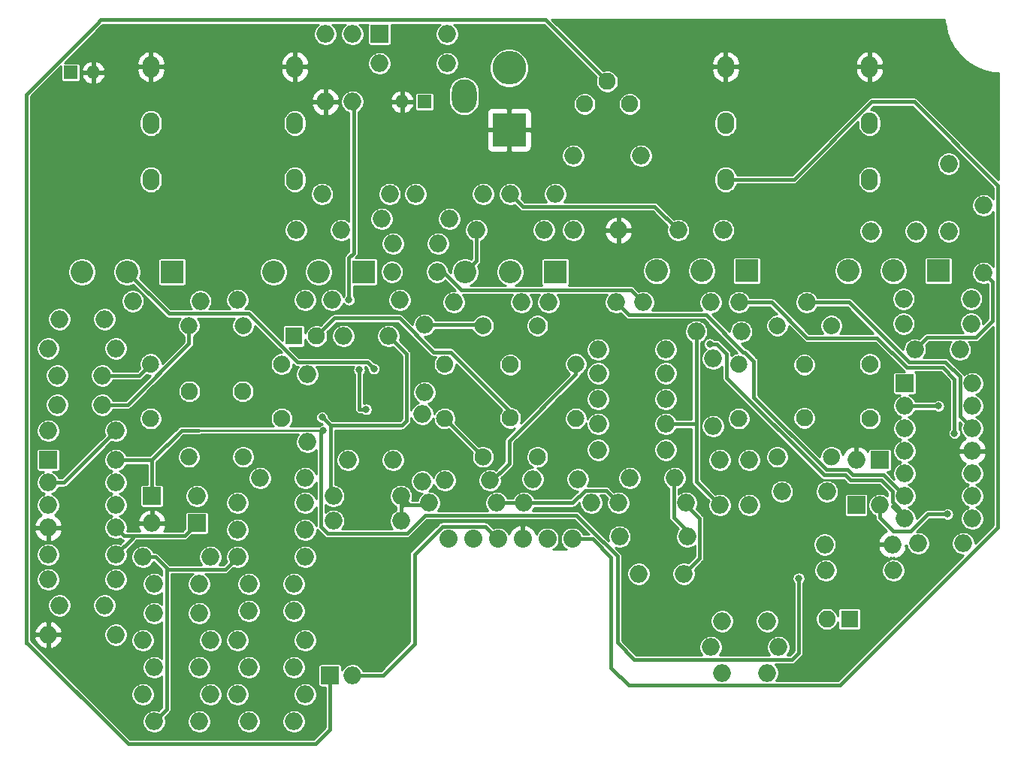
<source format=gbr>
G04 #@! TF.GenerationSoftware,KiCad,Pcbnew,(5.1.9-0-10_14)*
G04 #@! TF.CreationDate,2021-02-25T22:57:31+01:00*
G04 #@! TF.ProjectId,sansamp-gt-2,73616e73-616d-4702-9d67-742d322e6b69,rev?*
G04 #@! TF.SameCoordinates,Original*
G04 #@! TF.FileFunction,Copper,L2,Bot*
G04 #@! TF.FilePolarity,Positive*
%FSLAX46Y46*%
G04 Gerber Fmt 4.6, Leading zero omitted, Abs format (unit mm)*
G04 Created by KiCad (PCBNEW (5.1.9-0-10_14)) date 2021-02-25 22:57:31*
%MOMM*%
%LPD*%
G01*
G04 APERTURE LIST*
G04 #@! TA.AperFunction,ComponentPad*
%ADD10O,1.930400X2.400000*%
G04 #@! TD*
G04 #@! TA.AperFunction,ComponentPad*
%ADD11O,2.000000X2.000000*%
G04 #@! TD*
G04 #@! TA.AperFunction,ComponentPad*
%ADD12R,2.000000X2.000000*%
G04 #@! TD*
G04 #@! TA.AperFunction,ComponentPad*
%ADD13R,3.810000X3.810000*%
G04 #@! TD*
G04 #@! TA.AperFunction,ComponentPad*
%ADD14O,3.810000X3.810000*%
G04 #@! TD*
G04 #@! TA.AperFunction,ComponentPad*
%ADD15O,2.810000X3.810000*%
G04 #@! TD*
G04 #@! TA.AperFunction,ComponentPad*
%ADD16O,1.930400X1.930400*%
G04 #@! TD*
G04 #@! TA.AperFunction,ComponentPad*
%ADD17O,2.540000X2.540000*%
G04 #@! TD*
G04 #@! TA.AperFunction,ComponentPad*
%ADD18R,2.540000X2.540000*%
G04 #@! TD*
G04 #@! TA.AperFunction,ComponentPad*
%ADD19O,2.032000X2.032000*%
G04 #@! TD*
G04 #@! TA.AperFunction,ComponentPad*
%ADD20R,1.930400X1.930400*%
G04 #@! TD*
G04 #@! TA.AperFunction,ComponentPad*
%ADD21O,1.508000X1.508000*%
G04 #@! TD*
G04 #@! TA.AperFunction,ComponentPad*
%ADD22R,1.508000X1.508000*%
G04 #@! TD*
G04 #@! TA.AperFunction,ViaPad*
%ADD23C,0.800000*%
G04 #@! TD*
G04 #@! TA.AperFunction,Conductor*
%ADD24C,0.400000*%
G04 #@! TD*
G04 #@! TA.AperFunction,Conductor*
%ADD25C,0.250000*%
G04 #@! TD*
G04 #@! TA.AperFunction,Conductor*
%ADD26C,0.254000*%
G04 #@! TD*
G04 #@! TA.AperFunction,Conductor*
%ADD27C,0.100000*%
G04 #@! TD*
G04 APERTURE END LIST*
D10*
X157340000Y-76073000D03*
X141110000Y-76073000D03*
X157340000Y-63373000D03*
X141110000Y-63373000D03*
X157340000Y-69723000D03*
X141110000Y-69723000D03*
X92570000Y-76073000D03*
X76340000Y-76073000D03*
X92570000Y-63373000D03*
X76340000Y-63373000D03*
X92570000Y-69723000D03*
X76340000Y-69723000D03*
D11*
X168910000Y-99060000D03*
X168910000Y-101600000D03*
X168910000Y-104140000D03*
X168910000Y-106680000D03*
X168910000Y-109220000D03*
X168910000Y-111760000D03*
X168910000Y-114300000D03*
X161290000Y-114300000D03*
X161290000Y-111760000D03*
X161290000Y-109220000D03*
X161290000Y-106680000D03*
X161290000Y-104140000D03*
X161290000Y-101600000D03*
D12*
X161290000Y-99060000D03*
D11*
X135763000Y-81788000D03*
X140843000Y-81788000D03*
D13*
X116713000Y-70485000D03*
D14*
X116713000Y-63500000D03*
D15*
X111633000Y-66675000D03*
D11*
X99060000Y-131953000D03*
D12*
X96520000Y-131953000D03*
D11*
X72390000Y-107696000D03*
X72390000Y-110236000D03*
X72390000Y-112776000D03*
X72390000Y-115316000D03*
X64770000Y-115316000D03*
X64770000Y-112776000D03*
X64770000Y-110236000D03*
D12*
X64770000Y-107696000D03*
D16*
X149987000Y-102949000D03*
X149987000Y-96949000D03*
G04 #@! TA.AperFunction,ComponentPad*
G36*
G01*
X156486305Y-97256900D02*
X156486305Y-97256900D01*
G75*
G02*
X157008668Y-95995805I891729J369366D01*
G01*
X157008668Y-95995805D01*
G75*
G02*
X158269763Y-96518168I369366J-891729D01*
G01*
X158269763Y-96518168D01*
G75*
G02*
X157747400Y-97779263I-891729J-369366D01*
G01*
X157747400Y-97779263D01*
G75*
G02*
X156486305Y-97256900I-369366J891729D01*
G01*
G37*
G04 #@! TD.AperFunction*
G04 #@! TA.AperFunction,ComponentPad*
G36*
G01*
X152156737Y-107709400D02*
X152156737Y-107709400D01*
G75*
G02*
X152679100Y-106448305I891729J369366D01*
G01*
X152679100Y-106448305D01*
G75*
G02*
X153940195Y-106970668I369366J-891729D01*
G01*
X153940195Y-106970668D01*
G75*
G02*
X153417832Y-108231763I-891729J-369366D01*
G01*
X153417832Y-108231763D01*
G75*
G02*
X152156737Y-107709400I-369366J891729D01*
G01*
G37*
G04 #@! TD.AperFunction*
G04 #@! TA.AperFunction,ComponentPad*
G36*
G01*
X141704237Y-103379832D02*
X141704237Y-103379832D01*
G75*
G02*
X142226600Y-102118737I891729J369366D01*
G01*
X142226600Y-102118737D01*
G75*
G02*
X143487695Y-102641100I369366J-891729D01*
G01*
X143487695Y-102641100D01*
G75*
G02*
X142965332Y-103902195I-891729J-369366D01*
G01*
X142965332Y-103902195D01*
G75*
G02*
X141704237Y-103379832I-369366J891729D01*
G01*
G37*
G04 #@! TD.AperFunction*
G04 #@! TA.AperFunction,ComponentPad*
G36*
G01*
X146033805Y-92927332D02*
X146033805Y-92927332D01*
G75*
G02*
X146556168Y-91666237I891729J369366D01*
G01*
X146556168Y-91666237D01*
G75*
G02*
X147817263Y-92188600I369366J-891729D01*
G01*
X147817263Y-92188600D01*
G75*
G02*
X147294900Y-93449695I-891729J-369366D01*
G01*
X147294900Y-93449695D01*
G75*
G02*
X146033805Y-92927332I-369366J891729D01*
G01*
G37*
G04 #@! TD.AperFunction*
G04 #@! TA.AperFunction,ComponentPad*
G36*
G01*
X142226600Y-97779263D02*
X142226600Y-97779263D01*
G75*
G02*
X141704237Y-96518168I369366J891729D01*
G01*
X141704237Y-96518168D01*
G75*
G02*
X142965332Y-95995805I891729J-369366D01*
G01*
X142965332Y-95995805D01*
G75*
G02*
X143487695Y-97256900I-369366J-891729D01*
G01*
X143487695Y-97256900D01*
G75*
G02*
X142226600Y-97779263I-891729J369366D01*
G01*
G37*
G04 #@! TD.AperFunction*
G04 #@! TA.AperFunction,ComponentPad*
G36*
G01*
X147817263Y-107709400D02*
X147817263Y-107709400D01*
G75*
G02*
X146556168Y-108231763I-891729J369366D01*
G01*
X146556168Y-108231763D01*
G75*
G02*
X146033805Y-106970668I369366J891729D01*
G01*
X146033805Y-106970668D01*
G75*
G02*
X147294900Y-106448305I891729J-369366D01*
G01*
X147294900Y-106448305D01*
G75*
G02*
X147817263Y-107709400I-369366J-891729D01*
G01*
G37*
G04 #@! TD.AperFunction*
G04 #@! TA.AperFunction,ComponentPad*
G36*
G01*
X157747400Y-102118737D02*
X157747400Y-102118737D01*
G75*
G02*
X158269763Y-103379832I-369366J-891729D01*
G01*
X158269763Y-103379832D01*
G75*
G02*
X157008668Y-103902195I-891729J369366D01*
G01*
X157008668Y-103902195D01*
G75*
G02*
X156486305Y-102641100I369366J891729D01*
G01*
X156486305Y-102641100D01*
G75*
G02*
X157747400Y-102118737I891729J-369366D01*
G01*
G37*
G04 #@! TD.AperFunction*
G04 #@! TA.AperFunction,ComponentPad*
G36*
G01*
X152156737Y-92188600D02*
X152156737Y-92188600D01*
G75*
G02*
X153417832Y-91666237I891729J-369366D01*
G01*
X153417832Y-91666237D01*
G75*
G02*
X153940195Y-92927332I-369366J-891729D01*
G01*
X153940195Y-92927332D01*
G75*
G02*
X152679100Y-93449695I-891729J369366D01*
G01*
X152679100Y-93449695D01*
G75*
G02*
X152156737Y-92188600I369366J891729D01*
G01*
G37*
G04 #@! TD.AperFunction*
X86693000Y-99949000D03*
X80693000Y-99949000D03*
G04 #@! TA.AperFunction,ComponentPad*
G36*
G01*
X81000900Y-93449695D02*
X81000900Y-93449695D01*
G75*
G02*
X79739805Y-92927332I-369366J891729D01*
G01*
X79739805Y-92927332D01*
G75*
G02*
X80262168Y-91666237I891729J369366D01*
G01*
X80262168Y-91666237D01*
G75*
G02*
X81523263Y-92188600I369366J-891729D01*
G01*
X81523263Y-92188600D01*
G75*
G02*
X81000900Y-93449695I-891729J-369366D01*
G01*
G37*
G04 #@! TD.AperFunction*
G04 #@! TA.AperFunction,ComponentPad*
G36*
G01*
X91453400Y-97779263D02*
X91453400Y-97779263D01*
G75*
G02*
X90192305Y-97256900I-369366J891729D01*
G01*
X90192305Y-97256900D01*
G75*
G02*
X90714668Y-95995805I891729J369366D01*
G01*
X90714668Y-95995805D01*
G75*
G02*
X91975763Y-96518168I369366J-891729D01*
G01*
X91975763Y-96518168D01*
G75*
G02*
X91453400Y-97779263I-891729J-369366D01*
G01*
G37*
G04 #@! TD.AperFunction*
G04 #@! TA.AperFunction,ComponentPad*
G36*
G01*
X87123832Y-108231763D02*
X87123832Y-108231763D01*
G75*
G02*
X85862737Y-107709400I-369366J891729D01*
G01*
X85862737Y-107709400D01*
G75*
G02*
X86385100Y-106448305I891729J369366D01*
G01*
X86385100Y-106448305D01*
G75*
G02*
X87646195Y-106970668I369366J-891729D01*
G01*
X87646195Y-106970668D01*
G75*
G02*
X87123832Y-108231763I-891729J-369366D01*
G01*
G37*
G04 #@! TD.AperFunction*
G04 #@! TA.AperFunction,ComponentPad*
G36*
G01*
X76671332Y-103902195D02*
X76671332Y-103902195D01*
G75*
G02*
X75410237Y-103379832I-369366J891729D01*
G01*
X75410237Y-103379832D01*
G75*
G02*
X75932600Y-102118737I891729J369366D01*
G01*
X75932600Y-102118737D01*
G75*
G02*
X77193695Y-102641100I369366J-891729D01*
G01*
X77193695Y-102641100D01*
G75*
G02*
X76671332Y-103902195I-891729J-369366D01*
G01*
G37*
G04 #@! TD.AperFunction*
G04 #@! TA.AperFunction,ComponentPad*
G36*
G01*
X81523263Y-107709400D02*
X81523263Y-107709400D01*
G75*
G02*
X80262168Y-108231763I-891729J369366D01*
G01*
X80262168Y-108231763D01*
G75*
G02*
X79739805Y-106970668I369366J891729D01*
G01*
X79739805Y-106970668D01*
G75*
G02*
X81000900Y-106448305I891729J-369366D01*
G01*
X81000900Y-106448305D01*
G75*
G02*
X81523263Y-107709400I-369366J-891729D01*
G01*
G37*
G04 #@! TD.AperFunction*
G04 #@! TA.AperFunction,ComponentPad*
G36*
G01*
X91453400Y-102118737D02*
X91453400Y-102118737D01*
G75*
G02*
X91975763Y-103379832I-369366J-891729D01*
G01*
X91975763Y-103379832D01*
G75*
G02*
X90714668Y-103902195I-891729J369366D01*
G01*
X90714668Y-103902195D01*
G75*
G02*
X90192305Y-102641100I369366J891729D01*
G01*
X90192305Y-102641100D01*
G75*
G02*
X91453400Y-102118737I891729J-369366D01*
G01*
G37*
G04 #@! TD.AperFunction*
G04 #@! TA.AperFunction,ComponentPad*
G36*
G01*
X85862737Y-92188600D02*
X85862737Y-92188600D01*
G75*
G02*
X87123832Y-91666237I891729J-369366D01*
G01*
X87123832Y-91666237D01*
G75*
G02*
X87646195Y-92927332I-369366J-891729D01*
G01*
X87646195Y-92927332D01*
G75*
G02*
X86385100Y-93449695I-891729J369366D01*
G01*
X86385100Y-93449695D01*
G75*
G02*
X85862737Y-92188600I369366J891729D01*
G01*
G37*
G04 #@! TD.AperFunction*
G04 #@! TA.AperFunction,ComponentPad*
G36*
G01*
X75932600Y-97779263D02*
X75932600Y-97779263D01*
G75*
G02*
X75410237Y-96518168I369366J891729D01*
G01*
X75410237Y-96518168D01*
G75*
G02*
X76671332Y-95995805I891729J-369366D01*
G01*
X76671332Y-95995805D01*
G75*
G02*
X77193695Y-97256900I-369366J-891729D01*
G01*
X77193695Y-97256900D01*
G75*
G02*
X75932600Y-97779263I-891729J369366D01*
G01*
G37*
G04 #@! TD.AperFunction*
X116840000Y-96949000D03*
X116840000Y-102949000D03*
G04 #@! TA.AperFunction,ComponentPad*
G36*
G01*
X110340695Y-102641100D02*
X110340695Y-102641100D01*
G75*
G02*
X109818332Y-103902195I-891729J-369366D01*
G01*
X109818332Y-103902195D01*
G75*
G02*
X108557237Y-103379832I-369366J891729D01*
G01*
X108557237Y-103379832D01*
G75*
G02*
X109079600Y-102118737I891729J369366D01*
G01*
X109079600Y-102118737D01*
G75*
G02*
X110340695Y-102641100I369366J-891729D01*
G01*
G37*
G04 #@! TD.AperFunction*
G04 #@! TA.AperFunction,ComponentPad*
G36*
G01*
X114670263Y-92188600D02*
X114670263Y-92188600D01*
G75*
G02*
X114147900Y-93449695I-891729J-369366D01*
G01*
X114147900Y-93449695D01*
G75*
G02*
X112886805Y-92927332I-369366J891729D01*
G01*
X112886805Y-92927332D01*
G75*
G02*
X113409168Y-91666237I891729J369366D01*
G01*
X113409168Y-91666237D01*
G75*
G02*
X114670263Y-92188600I369366J-891729D01*
G01*
G37*
G04 #@! TD.AperFunction*
G04 #@! TA.AperFunction,ComponentPad*
G36*
G01*
X125122763Y-96518168D02*
X125122763Y-96518168D01*
G75*
G02*
X124600400Y-97779263I-891729J-369366D01*
G01*
X124600400Y-97779263D01*
G75*
G02*
X123339305Y-97256900I-369366J891729D01*
G01*
X123339305Y-97256900D01*
G75*
G02*
X123861668Y-95995805I891729J369366D01*
G01*
X123861668Y-95995805D01*
G75*
G02*
X125122763Y-96518168I369366J-891729D01*
G01*
G37*
G04 #@! TD.AperFunction*
G04 #@! TA.AperFunction,ComponentPad*
G36*
G01*
X120793195Y-106970668D02*
X120793195Y-106970668D01*
G75*
G02*
X120270832Y-108231763I-891729J-369366D01*
G01*
X120270832Y-108231763D01*
G75*
G02*
X119009737Y-107709400I-369366J891729D01*
G01*
X119009737Y-107709400D01*
G75*
G02*
X119532100Y-106448305I891729J369366D01*
G01*
X119532100Y-106448305D01*
G75*
G02*
X120793195Y-106970668I369366J-891729D01*
G01*
G37*
G04 #@! TD.AperFunction*
G04 #@! TA.AperFunction,ComponentPad*
G36*
G01*
X124600400Y-102118737D02*
X124600400Y-102118737D01*
G75*
G02*
X125122763Y-103379832I-369366J-891729D01*
G01*
X125122763Y-103379832D01*
G75*
G02*
X123861668Y-103902195I-891729J369366D01*
G01*
X123861668Y-103902195D01*
G75*
G02*
X123339305Y-102641100I369366J891729D01*
G01*
X123339305Y-102641100D01*
G75*
G02*
X124600400Y-102118737I891729J-369366D01*
G01*
G37*
G04 #@! TD.AperFunction*
G04 #@! TA.AperFunction,ComponentPad*
G36*
G01*
X119009737Y-92188600D02*
X119009737Y-92188600D01*
G75*
G02*
X120270832Y-91666237I891729J-369366D01*
G01*
X120270832Y-91666237D01*
G75*
G02*
X120793195Y-92927332I-369366J-891729D01*
G01*
X120793195Y-92927332D01*
G75*
G02*
X119532100Y-93449695I-891729J369366D01*
G01*
X119532100Y-93449695D01*
G75*
G02*
X119009737Y-92188600I369366J891729D01*
G01*
G37*
G04 #@! TD.AperFunction*
G04 #@! TA.AperFunction,ComponentPad*
G36*
G01*
X109079600Y-97779263D02*
X109079600Y-97779263D01*
G75*
G02*
X108557237Y-96518168I369366J891729D01*
G01*
X108557237Y-96518168D01*
G75*
G02*
X109818332Y-95995805I891729J-369366D01*
G01*
X109818332Y-95995805D01*
G75*
G02*
X110340695Y-97256900I-369366J-891729D01*
G01*
X110340695Y-97256900D01*
G75*
G02*
X109079600Y-97779263I-891729J369366D01*
G01*
G37*
G04 #@! TD.AperFunction*
G04 #@! TA.AperFunction,ComponentPad*
G36*
G01*
X114670263Y-107709400D02*
X114670263Y-107709400D01*
G75*
G02*
X113409168Y-108231763I-891729J369366D01*
G01*
X113409168Y-108231763D01*
G75*
G02*
X112886805Y-106970668I369366J891729D01*
G01*
X112886805Y-106970668D01*
G75*
G02*
X114147900Y-106448305I891729J-369366D01*
G01*
X114147900Y-106448305D01*
G75*
G02*
X114670263Y-107709400I-369366J-891729D01*
G01*
G37*
G04 #@! TD.AperFunction*
D17*
X90170000Y-86487000D03*
X95250000Y-86487000D03*
D18*
X100330000Y-86487000D03*
D17*
X133350000Y-86360000D03*
X138430000Y-86360000D03*
D18*
X143510000Y-86360000D03*
D17*
X154940000Y-86360000D03*
X160020000Y-86360000D03*
D18*
X165100000Y-86360000D03*
D16*
X130302000Y-67564000D03*
X127762000Y-65024000D03*
X125222000Y-67564000D03*
D17*
X111760000Y-86487000D03*
X116840000Y-86487000D03*
D18*
X121920000Y-86487000D03*
D17*
X68580000Y-86487000D03*
X73660000Y-86487000D03*
D18*
X78740000Y-86487000D03*
D11*
X102362000Y-80518000D03*
X109982000Y-80518000D03*
X106172000Y-77724000D03*
X113792000Y-77724000D03*
X159893000Y-117221000D03*
X152273000Y-117221000D03*
X152400000Y-120142000D03*
X160020000Y-120142000D03*
X142621000Y-89916000D03*
X150241000Y-89916000D03*
X113030000Y-81788000D03*
X120650000Y-81788000D03*
X161163000Y-89535000D03*
X168783000Y-89535000D03*
X103251000Y-77724000D03*
X95631000Y-77724000D03*
X134366000Y-95250000D03*
X126746000Y-95250000D03*
X131826000Y-89916000D03*
X139446000Y-89916000D03*
X121158000Y-89916000D03*
X128778000Y-89916000D03*
X96012000Y-67310000D03*
X96012000Y-59690000D03*
X134366000Y-97917000D03*
X126746000Y-97917000D03*
X99060000Y-59690000D03*
X99060000Y-67310000D03*
X107188000Y-92456000D03*
X107188000Y-100076000D03*
X126746000Y-103632000D03*
X134366000Y-103632000D03*
X139700000Y-103886000D03*
X139700000Y-96266000D03*
X102108000Y-62992000D03*
X109728000Y-62992000D03*
X170180000Y-86614000D03*
X170180000Y-78994000D03*
X123952000Y-73406000D03*
X131572000Y-73406000D03*
X166243000Y-74295000D03*
X166243000Y-81915000D03*
X86106000Y-118618000D03*
X93726000Y-118618000D03*
X118110000Y-89916000D03*
X110490000Y-89916000D03*
X86106000Y-128016000D03*
X93726000Y-128016000D03*
X93726000Y-134112000D03*
X86106000Y-134112000D03*
X75438000Y-118618000D03*
X83058000Y-118618000D03*
X64770000Y-127381000D03*
X72390000Y-127381000D03*
X64770000Y-121158000D03*
X72390000Y-121158000D03*
X161163000Y-92329000D03*
X168783000Y-92329000D03*
X74295000Y-89789000D03*
X81915000Y-89789000D03*
X72390000Y-118364000D03*
X64770000Y-118364000D03*
X75438000Y-128016000D03*
X83058000Y-128016000D03*
X83058000Y-134112000D03*
X75438000Y-134112000D03*
X64770000Y-95123000D03*
X72390000Y-95123000D03*
X93980000Y-105664000D03*
X93980000Y-98044000D03*
X72390000Y-104394000D03*
X64770000Y-104394000D03*
X129032000Y-112522000D03*
X136652000Y-112522000D03*
X107696000Y-112522000D03*
X115316000Y-112522000D03*
X96901000Y-111760000D03*
X104521000Y-111760000D03*
X139446000Y-128778000D03*
X147066000Y-128778000D03*
X136779000Y-116332000D03*
X129159000Y-116332000D03*
X118364000Y-112522000D03*
X125984000Y-112522000D03*
X104521000Y-114554000D03*
X96901000Y-114554000D03*
X93726000Y-112522000D03*
X86106000Y-112522000D03*
X93726000Y-115570000D03*
X86106000Y-115570000D03*
X96774000Y-89662000D03*
X104394000Y-89662000D03*
X134366000Y-106553000D03*
X126746000Y-106553000D03*
X134366000Y-100838000D03*
X126746000Y-100838000D03*
X86106000Y-89662000D03*
X93726000Y-89662000D03*
X106934000Y-110109000D03*
X106934000Y-102489000D03*
D19*
X123825000Y-116586000D03*
X109855000Y-116586000D03*
X121031000Y-116586000D03*
X115443000Y-116586000D03*
X118237000Y-116586000D03*
X112649000Y-116586000D03*
D12*
X155829000Y-112776000D03*
D11*
X155829000Y-107696000D03*
D12*
X158496000Y-107696000D03*
D11*
X158496000Y-112776000D03*
D12*
X102108000Y-59690000D03*
D11*
X109728000Y-59690000D03*
D12*
X81534000Y-114808000D03*
D11*
X76454000Y-114808000D03*
D12*
X76454000Y-111760000D03*
D11*
X81534000Y-111760000D03*
X103505000Y-86487000D03*
X108585000Y-86487000D03*
X162814000Y-117094000D03*
X167894000Y-117094000D03*
D16*
X152527000Y-125603000D03*
D20*
X155067000Y-125603000D03*
D11*
X123952000Y-81788000D03*
X129032000Y-81788000D03*
X116840000Y-77724000D03*
X121920000Y-77724000D03*
D21*
X69850000Y-64008000D03*
D22*
X67310000Y-64008000D03*
D11*
X97790000Y-81788000D03*
X92710000Y-81788000D03*
D21*
X104648000Y-67310000D03*
D22*
X107188000Y-67310000D03*
D11*
X140462000Y-107696000D03*
X140462000Y-112776000D03*
X162560000Y-81915000D03*
X157480000Y-81915000D03*
X147447000Y-111252000D03*
X152527000Y-111252000D03*
X142875000Y-93218000D03*
X137795000Y-93218000D03*
X87376000Y-124714000D03*
X92456000Y-124714000D03*
X92456000Y-131064000D03*
X87376000Y-131064000D03*
X87376000Y-137160000D03*
X92456000Y-137160000D03*
X114554000Y-109982000D03*
X109474000Y-109982000D03*
X143764000Y-112776000D03*
X143764000Y-107696000D03*
X92456000Y-121666000D03*
X87376000Y-121666000D03*
X103632000Y-83312000D03*
X108712000Y-83312000D03*
X71120000Y-124079000D03*
X66040000Y-124079000D03*
X76708000Y-124968000D03*
X81788000Y-124968000D03*
X81788000Y-131064000D03*
X76708000Y-131064000D03*
X76708000Y-137160000D03*
X81788000Y-137160000D03*
X167513000Y-95250000D03*
X162433000Y-95250000D03*
X81788000Y-121666000D03*
X76708000Y-121666000D03*
X65786000Y-98171000D03*
X70866000Y-98171000D03*
X71120000Y-91821000D03*
X66040000Y-91821000D03*
X136398000Y-120523000D03*
X131318000Y-120523000D03*
X145796000Y-125857000D03*
X140716000Y-125857000D03*
X65786000Y-101473000D03*
X70866000Y-101473000D03*
X98552000Y-107696000D03*
X103632000Y-107696000D03*
X88646000Y-109728000D03*
X93726000Y-109728000D03*
X130302000Y-109728000D03*
X135382000Y-109728000D03*
X140716000Y-131699000D03*
X145796000Y-131699000D03*
X124460000Y-109855000D03*
X119380000Y-109855000D03*
X98044000Y-93726000D03*
X103124000Y-93726000D03*
D16*
X94996000Y-93726000D03*
D20*
X92456000Y-93726000D03*
D23*
X95631000Y-102870000D03*
X139319000Y-94615000D03*
X140716000Y-123825000D03*
X103378000Y-97409000D03*
X95758000Y-104394000D03*
X98659999Y-89642999D03*
X99822000Y-97536000D03*
X149352000Y-121031000D03*
X100584000Y-101981000D03*
X101473000Y-97409000D03*
X166116000Y-113792000D03*
X166909989Y-104679989D03*
X165100000Y-101600000D03*
D24*
X94996000Y-93726000D02*
X97028000Y-91694000D01*
X110104263Y-95522333D02*
X116840000Y-102258070D01*
X116840000Y-102258070D02*
X116840000Y-102949000D01*
X104353998Y-91694000D02*
X108182331Y-95522333D01*
X108182331Y-95522333D02*
X110104263Y-95522333D01*
X97028000Y-91694000D02*
X104353998Y-91694000D01*
X96558001Y-111417001D02*
X96901000Y-111760000D01*
X96558001Y-103797001D02*
X96558001Y-111417001D01*
X95631000Y-102870000D02*
X96558001Y-103797001D01*
X103124000Y-93726000D02*
X105156000Y-95758000D01*
X105156000Y-95758000D02*
X105156000Y-103251000D01*
X104609999Y-103797001D02*
X96558001Y-103797001D01*
X105156000Y-103251000D02*
X104609999Y-103797001D01*
X123865002Y-112522000D02*
X115316000Y-112522000D01*
X125265003Y-111121999D02*
X123865002Y-112522000D01*
X127631999Y-111121999D02*
X125265003Y-111121999D01*
X129032000Y-112522000D02*
X127631999Y-111121999D01*
X135251999Y-114169999D02*
X136779000Y-115697000D01*
X135251999Y-110112001D02*
X135251999Y-114169999D01*
X135382000Y-109982000D02*
X135251999Y-110112001D01*
D25*
X80631534Y-94467464D02*
X80631534Y-92557966D01*
X73715001Y-101383997D02*
X80631534Y-94467464D01*
D24*
X73736998Y-101473000D02*
X70866000Y-101473000D01*
X80631534Y-94578464D02*
X73736998Y-101473000D01*
X80631534Y-92557966D02*
X80631534Y-94578464D01*
X138179001Y-118741999D02*
X136398000Y-120523000D01*
X138179001Y-114303001D02*
X138179001Y-118741999D01*
X136652000Y-112776000D02*
X138179001Y-114303001D01*
X75018500Y-98171000D02*
X76301966Y-96887534D01*
X70866000Y-98171000D02*
X75018500Y-98171000D01*
X170180000Y-86614000D02*
X171179999Y-87613999D01*
X163833001Y-93849999D02*
X162433000Y-95250000D01*
X169334003Y-93849999D02*
X163833001Y-93849999D01*
X171179999Y-87613999D02*
X171179999Y-92004003D01*
X171179999Y-92004003D02*
X169334003Y-93849999D01*
D25*
X86106000Y-118618000D02*
X84780999Y-119943001D01*
D24*
X78108001Y-135759999D02*
X76708000Y-137160000D01*
X78108001Y-119873788D02*
X78108001Y-135759999D01*
X76852213Y-118618000D02*
X78108001Y-119873788D01*
X75438000Y-118618000D02*
X76852213Y-118618000D01*
X78252214Y-120018001D02*
X78108001Y-119873788D01*
X84705999Y-120018001D02*
X78252214Y-120018001D01*
X86106000Y-118618000D02*
X84705999Y-120018001D01*
X161290000Y-114300000D02*
X159896001Y-112906001D01*
X152194966Y-109395510D02*
X141230765Y-98431309D01*
X154607967Y-109395511D02*
X152194966Y-109395510D01*
X140121002Y-94615000D02*
X139319000Y-94615000D01*
X155159465Y-109947009D02*
X154607967Y-109395511D01*
X141230765Y-98431309D02*
X141230765Y-95724763D01*
X158628468Y-109947010D02*
X155159465Y-109947009D01*
X159889999Y-111208541D02*
X158628468Y-109947010D01*
X159889999Y-112432001D02*
X159889999Y-111208541D01*
X161290000Y-113832002D02*
X159889999Y-112432001D01*
X141230765Y-95724763D02*
X140121002Y-94615000D01*
X161290000Y-114300000D02*
X161290000Y-113832002D01*
X137795000Y-110109000D02*
X140462000Y-112776000D01*
X134366000Y-103632000D02*
X137668000Y-103632000D01*
X137795000Y-103505000D02*
X137795000Y-110109000D01*
X137668000Y-103632000D02*
X137795000Y-103505000D01*
X137795000Y-93218000D02*
X137795000Y-103505000D01*
X124231034Y-96887534D02*
X124231034Y-98018966D01*
X116713000Y-105537000D02*
X116713000Y-108077000D01*
X124231034Y-98018966D02*
X116713000Y-105537000D01*
X114554000Y-110236000D02*
X116713000Y-108077000D01*
D25*
X162615001Y-82240999D02*
X162560000Y-82296000D01*
X95774001Y-104410001D02*
X95758000Y-104394000D01*
X76454000Y-109608070D02*
X76454000Y-111760000D01*
X95702999Y-104338999D02*
X81723071Y-104338999D01*
X95758000Y-104394000D02*
X95702999Y-104338999D01*
D24*
X72390000Y-107696000D02*
X76454000Y-107696000D01*
X76454000Y-107696000D02*
X76454000Y-111760000D01*
X79811001Y-104338999D02*
X81723071Y-104338999D01*
X76454000Y-107696000D02*
X79811001Y-104338999D01*
X98659999Y-84896999D02*
X98659999Y-89642999D01*
X99190001Y-84366997D02*
X98659999Y-84896999D01*
X99190001Y-67440001D02*
X99190001Y-84366997D01*
X99060000Y-67310000D02*
X99190001Y-67440001D01*
X99822000Y-97536000D02*
X99822000Y-101981000D01*
X95500999Y-115226001D02*
X96228999Y-115954001D01*
X95500999Y-104651001D02*
X95500999Y-115226001D01*
X95758000Y-104394000D02*
X95500999Y-104651001D01*
X130813001Y-130178001D02*
X148586999Y-130178001D01*
X128905000Y-128270000D02*
X130813001Y-130178001D01*
X128905000Y-118535707D02*
X128905000Y-128270000D01*
X148586999Y-130178001D02*
X149352000Y-129413000D01*
X149352000Y-129413000D02*
X149352000Y-121031000D01*
X109597999Y-113922001D02*
X123694999Y-113922001D01*
X123694999Y-113922001D02*
X123698000Y-113919000D01*
X124288294Y-113919000D02*
X125644147Y-115274853D01*
X123698000Y-113919000D02*
X124288294Y-113919000D01*
X125644147Y-115274853D02*
X128905000Y-118535707D01*
X125539292Y-115169999D02*
X125644147Y-115274853D01*
X107225001Y-113922001D02*
X109597999Y-113922001D01*
X105193001Y-115954001D02*
X107225001Y-113922001D01*
X96228999Y-115954001D02*
X105193001Y-115954001D01*
X99822000Y-101981000D02*
X100584000Y-101981000D01*
X100584000Y-101981000D02*
X100584000Y-101981000D01*
X118240001Y-79124001D02*
X133099001Y-79124001D01*
X133099001Y-79124001D02*
X135763000Y-81788000D01*
X116840000Y-77724000D02*
X118240001Y-79124001D01*
D25*
X81534000Y-114808000D02*
X80208999Y-116133001D01*
D24*
X73282001Y-116208001D02*
X72390000Y-115316000D01*
X81534000Y-114808000D02*
X80133999Y-116208001D01*
X74298001Y-116455999D02*
X74298001Y-116208001D01*
X72390000Y-118364000D02*
X74298001Y-116455999D01*
X74298001Y-116208001D02*
X73282001Y-116208001D01*
X80133999Y-116208001D02*
X74298001Y-116208001D01*
X96520000Y-131953000D02*
X96520000Y-133477000D01*
X96520000Y-133477000D02*
X96520000Y-138049000D01*
D25*
X96520000Y-132969000D02*
X96520000Y-133477000D01*
D24*
X127762000Y-65024000D02*
X120821010Y-58083010D01*
X70694990Y-58083010D02*
X70231000Y-58547000D01*
X120821010Y-58083010D02*
X70694990Y-58083010D01*
X70231000Y-58547000D02*
X62293500Y-66484500D01*
X70413001Y-58364999D02*
X70231000Y-58547000D01*
X62293500Y-128333500D02*
X62420500Y-128333500D01*
X62293500Y-66484500D02*
X62293500Y-128333500D01*
X62420500Y-128333500D02*
X73787000Y-139700000D01*
X94869000Y-139700000D02*
X96520000Y-138049000D01*
X73787000Y-139700000D02*
X94869000Y-139700000D01*
D25*
X114101999Y-115244999D02*
X115443000Y-116586000D01*
X107275159Y-117181159D02*
X109211319Y-115244999D01*
X106680000Y-117776318D02*
X107275159Y-117181159D01*
D24*
X99060000Y-131953000D02*
X102489000Y-131953000D01*
X102489000Y-131953000D02*
X106045000Y-128397000D01*
X114026999Y-115169999D02*
X115443000Y-116586000D01*
X106045000Y-118300318D02*
X109175319Y-115169999D01*
X109175319Y-115169999D02*
X114026999Y-115169999D01*
X106045000Y-128397000D02*
X106045000Y-118300318D01*
X148824502Y-76073000D02*
X145923000Y-76073000D01*
X171810451Y-115249551D02*
X171810451Y-76774449D01*
X153961001Y-133099001D02*
X171810451Y-115249551D01*
X171810451Y-76774449D02*
X162346002Y-67310000D01*
X130178001Y-133099001D02*
X153961001Y-133099001D01*
X128187010Y-131108010D02*
X130178001Y-133099001D01*
X128187010Y-118666259D02*
X128187010Y-131108010D01*
X123825000Y-116586000D02*
X126106751Y-116586000D01*
X157587502Y-67310000D02*
X148824502Y-76073000D01*
X162346002Y-67310000D02*
X157587502Y-67310000D01*
X126106751Y-116586000D02*
X128187010Y-118666259D01*
X141110000Y-76073000D02*
X145923000Y-76073000D01*
X109448966Y-103010466D02*
X113778534Y-107340034D01*
D25*
X105537000Y-112776000D02*
X107696000Y-112776000D01*
X104521000Y-111760000D02*
X105537000Y-112776000D01*
D24*
X104775000Y-112776000D02*
X104521000Y-113030000D01*
X107696000Y-112776000D02*
X104775000Y-112776000D01*
X104521000Y-113030000D02*
X104521000Y-114554000D01*
X104521000Y-111760000D02*
X104521000Y-113030000D01*
X66548000Y-110236000D02*
X64770000Y-110236000D01*
X72390000Y-104394000D02*
X66548000Y-110236000D01*
X113676568Y-92456000D02*
X113778534Y-92557966D01*
X107188000Y-92456000D02*
X113676568Y-92456000D01*
X168910000Y-103959998D02*
X168910000Y-104140000D01*
X152400000Y-89916000D02*
X150241000Y-89916000D01*
X161760999Y-96650001D02*
X155026998Y-89916000D01*
X167509999Y-98294999D02*
X165865001Y-96650001D01*
X165865001Y-96650001D02*
X161760999Y-96650001D01*
X167509999Y-102739999D02*
X167509999Y-98294999D01*
X155026998Y-89916000D02*
X152400000Y-89916000D01*
X168910000Y-104140000D02*
X167509999Y-102739999D01*
X78362001Y-91189001D02*
X73660000Y-86487000D01*
X92860997Y-96643999D02*
X87405999Y-91189001D01*
X100707999Y-96643999D02*
X92860997Y-96643999D01*
X87405999Y-91189001D02*
X78362001Y-91189001D01*
X101473000Y-97409000D02*
X100707999Y-96643999D01*
X158496000Y-112776000D02*
X158496000Y-113578002D01*
X158496000Y-114190213D02*
X158496000Y-112776000D01*
X160005788Y-115700001D02*
X158496000Y-114190213D01*
X161962001Y-115700001D02*
X160005788Y-115700001D01*
X163870002Y-113792000D02*
X161962001Y-115700001D01*
X166116000Y-113792000D02*
X163870002Y-113792000D01*
X161290000Y-111760000D02*
X159381999Y-109851999D01*
X159381999Y-109851999D02*
X158877000Y-109347000D01*
X158877000Y-109347000D02*
X155407998Y-109347000D01*
X155407998Y-109347000D02*
X154856499Y-108795501D01*
X154856499Y-108795501D02*
X152443499Y-108795501D01*
X152443499Y-108795501D02*
X144275001Y-100627003D01*
X144275001Y-100627003D02*
X144275001Y-100333001D01*
X144275001Y-100587067D02*
X144275001Y-100333001D01*
X144275001Y-96546071D02*
X144275001Y-96650001D01*
X143251263Y-95522333D02*
X144275001Y-96546071D01*
X143107331Y-95522333D02*
X143251263Y-95522333D01*
X138900999Y-91316001D02*
X143107331Y-95522333D01*
X128778000Y-89916000D02*
X130178001Y-91316001D01*
X130178001Y-91316001D02*
X138900999Y-91316001D01*
X144275001Y-100333001D02*
X144275001Y-96650001D01*
X130425999Y-88515999D02*
X131826000Y-89916000D01*
X111317397Y-88515999D02*
X130425999Y-88515999D01*
X109288398Y-86487000D02*
X111317397Y-88515999D01*
X108585000Y-86487000D02*
X109288398Y-86487000D01*
X150311233Y-93923167D02*
X146304066Y-89916000D01*
X146304066Y-89916000D02*
X142621000Y-89916000D01*
X156434165Y-93923167D02*
X150311233Y-93923167D01*
X158185623Y-93923167D02*
X161512467Y-97250011D01*
X156434165Y-93923167D02*
X158185623Y-93923167D01*
X166909989Y-98583989D02*
X166909989Y-104679989D01*
X165576011Y-97250011D02*
X166909989Y-98583989D01*
X161512467Y-97250011D02*
X165576011Y-97250011D01*
X166909989Y-104679989D02*
X166909989Y-104679989D01*
X161290000Y-101600000D02*
X165100000Y-101600000D01*
X113029999Y-85217001D02*
X111760000Y-86487000D01*
X113030000Y-81788000D02*
X113029999Y-85217001D01*
D26*
X165812764Y-58444134D02*
X165814080Y-58453268D01*
X165814402Y-58462488D01*
X165819508Y-58494013D01*
X166019461Y-59451136D01*
X166022931Y-59462928D01*
X166025321Y-59474996D01*
X166035402Y-59505300D01*
X166385809Y-60418140D01*
X166391123Y-60429231D01*
X166395409Y-60440756D01*
X166410204Y-60469058D01*
X166902049Y-61314133D01*
X166909071Y-61324236D01*
X166915142Y-61334923D01*
X166934272Y-61360495D01*
X167554903Y-62116062D01*
X167563449Y-62124912D01*
X167571151Y-62134491D01*
X167594123Y-62156676D01*
X168327570Y-62803297D01*
X168337421Y-62810667D01*
X168346555Y-62818891D01*
X168372779Y-62837118D01*
X169200174Y-63358157D01*
X169211079Y-63363858D01*
X169221409Y-63370515D01*
X169250210Y-63384315D01*
X170150266Y-63766366D01*
X170161941Y-63770250D01*
X170173203Y-63775170D01*
X170203839Y-63784187D01*
X171153400Y-64017422D01*
X171165543Y-64019389D01*
X171177450Y-64022446D01*
X171209134Y-64026449D01*
X171860788Y-64078880D01*
X171889987Y-76108695D01*
X162736957Y-66955666D01*
X162720450Y-66935552D01*
X162640204Y-66869696D01*
X162548652Y-66820761D01*
X162449312Y-66790626D01*
X162371883Y-66783000D01*
X162346002Y-66780451D01*
X162320121Y-66783000D01*
X157613379Y-66783000D01*
X157587501Y-66780451D01*
X157561623Y-66783000D01*
X157561621Y-66783000D01*
X157484192Y-66790626D01*
X157384852Y-66820761D01*
X157293300Y-66869696D01*
X157213054Y-66935552D01*
X157196551Y-66955661D01*
X148606213Y-75546000D01*
X142371707Y-75546000D01*
X142309613Y-75341304D01*
X142189623Y-75116819D01*
X142028144Y-74920056D01*
X141831380Y-74758577D01*
X141606895Y-74638587D01*
X141363314Y-74564697D01*
X141110000Y-74539748D01*
X140856685Y-74564697D01*
X140613104Y-74638587D01*
X140388619Y-74758577D01*
X140191856Y-74920056D01*
X140030377Y-75116820D01*
X139910387Y-75341305D01*
X139836497Y-75584886D01*
X139817800Y-75774722D01*
X139817800Y-76371279D01*
X139836497Y-76561115D01*
X139910387Y-76804696D01*
X140030377Y-77029181D01*
X140191857Y-77225944D01*
X140388620Y-77387423D01*
X140613105Y-77507413D01*
X140856686Y-77581303D01*
X141110000Y-77606252D01*
X141363315Y-77581303D01*
X141606896Y-77507413D01*
X141831381Y-77387423D01*
X142028144Y-77225944D01*
X142189623Y-77029181D01*
X142309613Y-76804695D01*
X142371707Y-76600000D01*
X148798621Y-76600000D01*
X148824502Y-76602549D01*
X148850383Y-76600000D01*
X148927812Y-76592374D01*
X149027152Y-76562239D01*
X149118704Y-76513304D01*
X149198950Y-76447448D01*
X149215457Y-76427334D01*
X149868069Y-75774722D01*
X156047800Y-75774722D01*
X156047800Y-76371279D01*
X156066497Y-76561115D01*
X156140387Y-76804696D01*
X156260377Y-77029181D01*
X156421857Y-77225944D01*
X156618620Y-77387423D01*
X156843105Y-77507413D01*
X157086686Y-77581303D01*
X157340000Y-77606252D01*
X157593315Y-77581303D01*
X157836896Y-77507413D01*
X158061381Y-77387423D01*
X158258144Y-77225944D01*
X158419623Y-77029181D01*
X158539613Y-76804695D01*
X158613503Y-76561114D01*
X158632200Y-76371278D01*
X158632200Y-75774721D01*
X158613503Y-75584885D01*
X158539613Y-75341304D01*
X158419623Y-75116819D01*
X158258144Y-74920056D01*
X158061380Y-74758577D01*
X157836895Y-74638587D01*
X157593314Y-74564697D01*
X157340000Y-74539748D01*
X157086685Y-74564697D01*
X156843104Y-74638587D01*
X156618619Y-74758577D01*
X156421856Y-74920056D01*
X156260377Y-75116820D01*
X156140387Y-75341305D01*
X156066497Y-75584886D01*
X156047800Y-75774722D01*
X149868069Y-75774722D01*
X151478489Y-74164302D01*
X164916000Y-74164302D01*
X164916000Y-74425698D01*
X164966996Y-74682072D01*
X165067028Y-74923570D01*
X165212252Y-75140913D01*
X165397087Y-75325748D01*
X165614430Y-75470972D01*
X165855928Y-75571004D01*
X166112302Y-75622000D01*
X166373698Y-75622000D01*
X166630072Y-75571004D01*
X166871570Y-75470972D01*
X167088913Y-75325748D01*
X167273748Y-75140913D01*
X167418972Y-74923570D01*
X167519004Y-74682072D01*
X167570000Y-74425698D01*
X167570000Y-74164302D01*
X167519004Y-73907928D01*
X167418972Y-73666430D01*
X167273748Y-73449087D01*
X167088913Y-73264252D01*
X166871570Y-73119028D01*
X166630072Y-73018996D01*
X166373698Y-72968000D01*
X166112302Y-72968000D01*
X165855928Y-73018996D01*
X165614430Y-73119028D01*
X165397087Y-73264252D01*
X165212252Y-73449087D01*
X165067028Y-73666430D01*
X164966996Y-73907928D01*
X164916000Y-74164302D01*
X151478489Y-74164302D01*
X156047800Y-69594992D01*
X156047800Y-70021279D01*
X156066497Y-70211115D01*
X156140387Y-70454696D01*
X156260377Y-70679181D01*
X156421857Y-70875944D01*
X156618620Y-71037423D01*
X156843105Y-71157413D01*
X157086686Y-71231303D01*
X157340000Y-71256252D01*
X157593315Y-71231303D01*
X157836896Y-71157413D01*
X158061381Y-71037423D01*
X158258144Y-70875944D01*
X158419623Y-70679181D01*
X158539613Y-70454695D01*
X158613503Y-70211114D01*
X158632200Y-70021278D01*
X158632200Y-69424721D01*
X158613503Y-69234885D01*
X158539613Y-68991304D01*
X158419623Y-68766819D01*
X158258144Y-68570056D01*
X158061380Y-68408577D01*
X157836895Y-68288587D01*
X157593314Y-68214697D01*
X157442908Y-68199883D01*
X157805792Y-67837000D01*
X162127713Y-67837000D01*
X171283452Y-76992740D01*
X171283452Y-78256896D01*
X171210748Y-78148087D01*
X171025913Y-77963252D01*
X170808570Y-77818028D01*
X170567072Y-77717996D01*
X170310698Y-77667000D01*
X170049302Y-77667000D01*
X169792928Y-77717996D01*
X169551430Y-77818028D01*
X169334087Y-77963252D01*
X169149252Y-78148087D01*
X169004028Y-78365430D01*
X168903996Y-78606928D01*
X168853000Y-78863302D01*
X168853000Y-79124698D01*
X168903996Y-79381072D01*
X169004028Y-79622570D01*
X169149252Y-79839913D01*
X169334087Y-80024748D01*
X169551430Y-80169972D01*
X169792928Y-80270004D01*
X170049302Y-80321000D01*
X170310698Y-80321000D01*
X170567072Y-80270004D01*
X170808570Y-80169972D01*
X171025913Y-80024748D01*
X171210748Y-79839913D01*
X171283452Y-79731104D01*
X171283452Y-85876896D01*
X171210748Y-85768087D01*
X171025913Y-85583252D01*
X170808570Y-85438028D01*
X170567072Y-85337996D01*
X170310698Y-85287000D01*
X170049302Y-85287000D01*
X169792928Y-85337996D01*
X169551430Y-85438028D01*
X169334087Y-85583252D01*
X169149252Y-85768087D01*
X169004028Y-85985430D01*
X168903996Y-86226928D01*
X168853000Y-86483302D01*
X168853000Y-86744698D01*
X168903996Y-87001072D01*
X169004028Y-87242570D01*
X169149252Y-87459913D01*
X169334087Y-87644748D01*
X169551430Y-87789972D01*
X169792928Y-87890004D01*
X170049302Y-87941000D01*
X170310698Y-87941000D01*
X170567072Y-87890004D01*
X170652999Y-87854412D01*
X170653000Y-91785711D01*
X170110000Y-92328712D01*
X170110000Y-92198302D01*
X170059004Y-91941928D01*
X169958972Y-91700430D01*
X169813748Y-91483087D01*
X169628913Y-91298252D01*
X169411570Y-91153028D01*
X169170072Y-91052996D01*
X168913698Y-91002000D01*
X168652302Y-91002000D01*
X168395928Y-91052996D01*
X168154430Y-91153028D01*
X167937087Y-91298252D01*
X167752252Y-91483087D01*
X167607028Y-91700430D01*
X167506996Y-91941928D01*
X167456000Y-92198302D01*
X167456000Y-92459698D01*
X167506996Y-92716072D01*
X167607028Y-92957570D01*
X167752252Y-93174913D01*
X167900338Y-93322999D01*
X163858878Y-93322999D01*
X163833000Y-93320450D01*
X163807122Y-93322999D01*
X163807120Y-93322999D01*
X163729691Y-93330625D01*
X163630351Y-93360760D01*
X163538799Y-93409695D01*
X163458553Y-93475551D01*
X163442050Y-93495660D01*
X162921642Y-94016068D01*
X162820072Y-93973996D01*
X162563698Y-93923000D01*
X162302302Y-93923000D01*
X162045928Y-93973996D01*
X161804430Y-94074028D01*
X161587087Y-94219252D01*
X161402252Y-94404087D01*
X161257028Y-94621430D01*
X161156996Y-94862928D01*
X161106000Y-95119302D01*
X161106000Y-95249711D01*
X158054590Y-92198302D01*
X159836000Y-92198302D01*
X159836000Y-92459698D01*
X159886996Y-92716072D01*
X159987028Y-92957570D01*
X160132252Y-93174913D01*
X160317087Y-93359748D01*
X160534430Y-93504972D01*
X160775928Y-93605004D01*
X161032302Y-93656000D01*
X161293698Y-93656000D01*
X161550072Y-93605004D01*
X161791570Y-93504972D01*
X162008913Y-93359748D01*
X162193748Y-93174913D01*
X162338972Y-92957570D01*
X162439004Y-92716072D01*
X162490000Y-92459698D01*
X162490000Y-92198302D01*
X162439004Y-91941928D01*
X162338972Y-91700430D01*
X162193748Y-91483087D01*
X162008913Y-91298252D01*
X161791570Y-91153028D01*
X161550072Y-91052996D01*
X161293698Y-91002000D01*
X161032302Y-91002000D01*
X160775928Y-91052996D01*
X160534430Y-91153028D01*
X160317087Y-91298252D01*
X160132252Y-91483087D01*
X159987028Y-91700430D01*
X159886996Y-91941928D01*
X159836000Y-92198302D01*
X158054590Y-92198302D01*
X155417953Y-89561666D01*
X155401446Y-89541552D01*
X155321200Y-89475696D01*
X155229648Y-89426761D01*
X155155612Y-89404302D01*
X159836000Y-89404302D01*
X159836000Y-89665698D01*
X159886996Y-89922072D01*
X159987028Y-90163570D01*
X160132252Y-90380913D01*
X160317087Y-90565748D01*
X160534430Y-90710972D01*
X160775928Y-90811004D01*
X161032302Y-90862000D01*
X161293698Y-90862000D01*
X161550072Y-90811004D01*
X161791570Y-90710972D01*
X162008913Y-90565748D01*
X162193748Y-90380913D01*
X162338972Y-90163570D01*
X162439004Y-89922072D01*
X162490000Y-89665698D01*
X162490000Y-89404302D01*
X167456000Y-89404302D01*
X167456000Y-89665698D01*
X167506996Y-89922072D01*
X167607028Y-90163570D01*
X167752252Y-90380913D01*
X167937087Y-90565748D01*
X168154430Y-90710972D01*
X168395928Y-90811004D01*
X168652302Y-90862000D01*
X168913698Y-90862000D01*
X169170072Y-90811004D01*
X169411570Y-90710972D01*
X169628913Y-90565748D01*
X169813748Y-90380913D01*
X169958972Y-90163570D01*
X170059004Y-89922072D01*
X170110000Y-89665698D01*
X170110000Y-89404302D01*
X170059004Y-89147928D01*
X169958972Y-88906430D01*
X169813748Y-88689087D01*
X169628913Y-88504252D01*
X169411570Y-88359028D01*
X169170072Y-88258996D01*
X168913698Y-88208000D01*
X168652302Y-88208000D01*
X168395928Y-88258996D01*
X168154430Y-88359028D01*
X167937087Y-88504252D01*
X167752252Y-88689087D01*
X167607028Y-88906430D01*
X167506996Y-89147928D01*
X167456000Y-89404302D01*
X162490000Y-89404302D01*
X162439004Y-89147928D01*
X162338972Y-88906430D01*
X162193748Y-88689087D01*
X162008913Y-88504252D01*
X161791570Y-88359028D01*
X161550072Y-88258996D01*
X161293698Y-88208000D01*
X161032302Y-88208000D01*
X160775928Y-88258996D01*
X160534430Y-88359028D01*
X160317087Y-88504252D01*
X160132252Y-88689087D01*
X159987028Y-88906430D01*
X159886996Y-89147928D01*
X159836000Y-89404302D01*
X155155612Y-89404302D01*
X155130308Y-89396626D01*
X155052879Y-89389000D01*
X155026998Y-89386451D01*
X155001117Y-89389000D01*
X151459044Y-89389000D01*
X151416972Y-89287430D01*
X151271748Y-89070087D01*
X151086913Y-88885252D01*
X150869570Y-88740028D01*
X150628072Y-88639996D01*
X150371698Y-88589000D01*
X150110302Y-88589000D01*
X149853928Y-88639996D01*
X149612430Y-88740028D01*
X149395087Y-88885252D01*
X149210252Y-89070087D01*
X149065028Y-89287430D01*
X148964996Y-89528928D01*
X148914000Y-89785302D01*
X148914000Y-90046698D01*
X148964996Y-90303072D01*
X149065028Y-90544570D01*
X149210252Y-90761913D01*
X149395087Y-90946748D01*
X149612430Y-91091972D01*
X149853928Y-91192004D01*
X150110302Y-91243000D01*
X150371698Y-91243000D01*
X150628072Y-91192004D01*
X150869570Y-91091972D01*
X151086913Y-90946748D01*
X151271748Y-90761913D01*
X151416972Y-90544570D01*
X151459044Y-90443000D01*
X154808709Y-90443000D01*
X157761875Y-93396167D01*
X154037711Y-93396167D01*
X154052183Y-93381695D01*
X154193598Y-93170052D01*
X154291007Y-92934887D01*
X154340666Y-92685237D01*
X154340666Y-92430695D01*
X154291007Y-92181045D01*
X154193598Y-91945880D01*
X154052183Y-91734237D01*
X153872195Y-91554249D01*
X153660552Y-91412834D01*
X153425387Y-91315425D01*
X153175737Y-91265766D01*
X152921195Y-91265766D01*
X152671545Y-91315425D01*
X152436380Y-91412834D01*
X152224737Y-91554249D01*
X152044749Y-91734237D01*
X151903334Y-91945880D01*
X151805925Y-92181045D01*
X151756266Y-92430695D01*
X151756266Y-92685237D01*
X151805925Y-92934887D01*
X151903334Y-93170052D01*
X152044749Y-93381695D01*
X152059221Y-93396167D01*
X150529523Y-93396167D01*
X146695021Y-89561666D01*
X146678514Y-89541552D01*
X146598268Y-89475696D01*
X146506716Y-89426761D01*
X146407376Y-89396626D01*
X146329947Y-89389000D01*
X146304066Y-89386451D01*
X146278185Y-89389000D01*
X143839044Y-89389000D01*
X143796972Y-89287430D01*
X143651748Y-89070087D01*
X143466913Y-88885252D01*
X143249570Y-88740028D01*
X143008072Y-88639996D01*
X142751698Y-88589000D01*
X142490302Y-88589000D01*
X142233928Y-88639996D01*
X141992430Y-88740028D01*
X141775087Y-88885252D01*
X141590252Y-89070087D01*
X141445028Y-89287430D01*
X141344996Y-89528928D01*
X141294000Y-89785302D01*
X141294000Y-90046698D01*
X141344996Y-90303072D01*
X141445028Y-90544570D01*
X141590252Y-90761913D01*
X141775087Y-90946748D01*
X141992430Y-91091972D01*
X142233928Y-91192004D01*
X142490302Y-91243000D01*
X142751698Y-91243000D01*
X143008072Y-91192004D01*
X143249570Y-91091972D01*
X143466913Y-90946748D01*
X143651748Y-90761913D01*
X143796972Y-90544570D01*
X143839044Y-90443000D01*
X146085777Y-90443000D01*
X146908543Y-91265766D01*
X146798263Y-91265766D01*
X146548613Y-91315425D01*
X146313448Y-91412834D01*
X146101805Y-91554249D01*
X145921817Y-91734237D01*
X145780402Y-91945880D01*
X145682993Y-92181045D01*
X145633334Y-92430695D01*
X145633334Y-92685237D01*
X145682993Y-92934887D01*
X145780402Y-93170052D01*
X145921817Y-93381695D01*
X146101805Y-93561683D01*
X146313448Y-93703098D01*
X146548613Y-93800507D01*
X146798263Y-93850166D01*
X147052805Y-93850166D01*
X147302455Y-93800507D01*
X147537620Y-93703098D01*
X147749263Y-93561683D01*
X147929251Y-93381695D01*
X148070666Y-93170052D01*
X148168075Y-92934887D01*
X148217734Y-92685237D01*
X148217734Y-92574958D01*
X149920282Y-94277506D01*
X149936785Y-94297615D01*
X150017031Y-94363471D01*
X150108583Y-94412406D01*
X150207923Y-94442541D01*
X150311233Y-94452716D01*
X150337114Y-94450167D01*
X157967334Y-94450167D01*
X161121516Y-97604350D01*
X161138019Y-97624459D01*
X161218265Y-97690315D01*
X161295164Y-97731418D01*
X160290000Y-97731418D01*
X160225897Y-97737732D01*
X160164257Y-97756430D01*
X160107450Y-97786794D01*
X160057657Y-97827657D01*
X160016794Y-97877450D01*
X159986430Y-97934257D01*
X159967732Y-97995897D01*
X159961418Y-98060000D01*
X159961418Y-100060000D01*
X159967732Y-100124103D01*
X159986430Y-100185743D01*
X160016794Y-100242550D01*
X160057657Y-100292343D01*
X160107450Y-100333206D01*
X160164257Y-100363570D01*
X160225897Y-100382268D01*
X160290000Y-100388582D01*
X160747004Y-100388582D01*
X160661430Y-100424028D01*
X160444087Y-100569252D01*
X160259252Y-100754087D01*
X160114028Y-100971430D01*
X160013996Y-101212928D01*
X159963000Y-101469302D01*
X159963000Y-101730698D01*
X160013996Y-101987072D01*
X160114028Y-102228570D01*
X160259252Y-102445913D01*
X160444087Y-102630748D01*
X160661430Y-102775972D01*
X160888433Y-102870000D01*
X160661430Y-102964028D01*
X160444087Y-103109252D01*
X160259252Y-103294087D01*
X160114028Y-103511430D01*
X160013996Y-103752928D01*
X159963000Y-104009302D01*
X159963000Y-104270698D01*
X160013996Y-104527072D01*
X160114028Y-104768570D01*
X160259252Y-104985913D01*
X160444087Y-105170748D01*
X160661430Y-105315972D01*
X160888433Y-105410000D01*
X160661430Y-105504028D01*
X160444087Y-105649252D01*
X160259252Y-105834087D01*
X160114028Y-106051430D01*
X160013996Y-106292928D01*
X159963000Y-106549302D01*
X159963000Y-106810698D01*
X160013996Y-107067072D01*
X160114028Y-107308570D01*
X160259252Y-107525913D01*
X160444087Y-107710748D01*
X160661430Y-107855972D01*
X160888433Y-107950000D01*
X160661430Y-108044028D01*
X160444087Y-108189252D01*
X160259252Y-108374087D01*
X160114028Y-108591430D01*
X160013996Y-108832928D01*
X159963000Y-109089302D01*
X159963000Y-109350698D01*
X160013996Y-109607072D01*
X160107076Y-109831787D01*
X159772948Y-109497659D01*
X159772944Y-109497654D01*
X159299871Y-109024582D01*
X159496000Y-109024582D01*
X159560103Y-109018268D01*
X159621743Y-108999570D01*
X159678550Y-108969206D01*
X159728343Y-108928343D01*
X159769206Y-108878550D01*
X159799570Y-108821743D01*
X159818268Y-108760103D01*
X159824582Y-108696000D01*
X159824582Y-106696000D01*
X159818268Y-106631897D01*
X159799570Y-106570257D01*
X159769206Y-106513450D01*
X159728343Y-106463657D01*
X159678550Y-106422794D01*
X159621743Y-106392430D01*
X159560103Y-106373732D01*
X159496000Y-106367418D01*
X157496000Y-106367418D01*
X157431897Y-106373732D01*
X157370257Y-106392430D01*
X157313450Y-106422794D01*
X157263657Y-106463657D01*
X157222794Y-106513450D01*
X157192430Y-106570257D01*
X157173732Y-106631897D01*
X157167418Y-106696000D01*
X157167418Y-106761505D01*
X157152501Y-106736008D01*
X156939785Y-106496252D01*
X156684382Y-106302601D01*
X156396107Y-106162498D01*
X156209434Y-106105876D01*
X155956000Y-106225223D01*
X155956000Y-107569000D01*
X155976000Y-107569000D01*
X155976000Y-107823000D01*
X155956000Y-107823000D01*
X155956000Y-107843000D01*
X155702000Y-107843000D01*
X155702000Y-107823000D01*
X155682000Y-107823000D01*
X155682000Y-107569000D01*
X155702000Y-107569000D01*
X155702000Y-106225223D01*
X155448566Y-106105876D01*
X155261893Y-106162498D01*
X154973618Y-106302601D01*
X154718215Y-106496252D01*
X154505499Y-106736008D01*
X154343644Y-107012656D01*
X154316482Y-107091184D01*
X154291007Y-106963113D01*
X154193598Y-106727948D01*
X154052183Y-106516305D01*
X153872195Y-106336317D01*
X153660552Y-106194902D01*
X153425387Y-106097493D01*
X153175737Y-106047834D01*
X152921195Y-106047834D01*
X152671545Y-106097493D01*
X152436380Y-106194902D01*
X152224737Y-106336317D01*
X152044749Y-106516305D01*
X151903334Y-106727948D01*
X151805925Y-106963113D01*
X151756266Y-107212763D01*
X151756266Y-107362977D01*
X147215017Y-102821729D01*
X148694800Y-102821729D01*
X148694800Y-103076271D01*
X148744459Y-103325921D01*
X148841868Y-103561086D01*
X148983283Y-103772729D01*
X149163271Y-103952717D01*
X149374914Y-104094132D01*
X149610079Y-104191541D01*
X149859729Y-104241200D01*
X150114271Y-104241200D01*
X150363921Y-104191541D01*
X150599086Y-104094132D01*
X150810729Y-103952717D01*
X150990717Y-103772729D01*
X151132132Y-103561086D01*
X151229541Y-103325921D01*
X151279200Y-103076271D01*
X151279200Y-102883195D01*
X156085834Y-102883195D01*
X156085834Y-103137737D01*
X156135493Y-103387387D01*
X156232902Y-103622552D01*
X156374317Y-103834195D01*
X156554305Y-104014183D01*
X156765948Y-104155598D01*
X157001113Y-104253007D01*
X157250763Y-104302666D01*
X157505305Y-104302666D01*
X157754955Y-104253007D01*
X157990120Y-104155598D01*
X158201763Y-104014183D01*
X158381751Y-103834195D01*
X158523166Y-103622552D01*
X158620575Y-103387387D01*
X158670234Y-103137737D01*
X158670234Y-102883195D01*
X158620575Y-102633545D01*
X158523166Y-102398380D01*
X158381751Y-102186737D01*
X158201763Y-102006749D01*
X157990120Y-101865334D01*
X157754955Y-101767925D01*
X157505305Y-101718266D01*
X157250763Y-101718266D01*
X157001113Y-101767925D01*
X156765948Y-101865334D01*
X156554305Y-102006749D01*
X156374317Y-102186737D01*
X156232902Y-102398380D01*
X156135493Y-102633545D01*
X156085834Y-102883195D01*
X151279200Y-102883195D01*
X151279200Y-102821729D01*
X151229541Y-102572079D01*
X151132132Y-102336914D01*
X150990717Y-102125271D01*
X150810729Y-101945283D01*
X150599086Y-101803868D01*
X150363921Y-101706459D01*
X150114271Y-101656800D01*
X149859729Y-101656800D01*
X149610079Y-101706459D01*
X149374914Y-101803868D01*
X149163271Y-101945283D01*
X148983283Y-102125271D01*
X148841868Y-102336914D01*
X148744459Y-102572079D01*
X148694800Y-102821729D01*
X147215017Y-102821729D01*
X144802001Y-100408714D01*
X144802001Y-96821729D01*
X148694800Y-96821729D01*
X148694800Y-97076271D01*
X148744459Y-97325921D01*
X148841868Y-97561086D01*
X148983283Y-97772729D01*
X149163271Y-97952717D01*
X149374914Y-98094132D01*
X149610079Y-98191541D01*
X149859729Y-98241200D01*
X150114271Y-98241200D01*
X150363921Y-98191541D01*
X150599086Y-98094132D01*
X150810729Y-97952717D01*
X150990717Y-97772729D01*
X151132132Y-97561086D01*
X151229541Y-97325921D01*
X151279200Y-97076271D01*
X151279200Y-96821729D01*
X151266974Y-96760263D01*
X156085834Y-96760263D01*
X156085834Y-97014805D01*
X156135493Y-97264455D01*
X156232902Y-97499620D01*
X156374317Y-97711263D01*
X156554305Y-97891251D01*
X156765948Y-98032666D01*
X157001113Y-98130075D01*
X157250763Y-98179734D01*
X157505305Y-98179734D01*
X157754955Y-98130075D01*
X157990120Y-98032666D01*
X158201763Y-97891251D01*
X158381751Y-97711263D01*
X158523166Y-97499620D01*
X158620575Y-97264455D01*
X158670234Y-97014805D01*
X158670234Y-96760263D01*
X158620575Y-96510613D01*
X158523166Y-96275448D01*
X158381751Y-96063805D01*
X158201763Y-95883817D01*
X157990120Y-95742402D01*
X157754955Y-95644993D01*
X157505305Y-95595334D01*
X157250763Y-95595334D01*
X157001113Y-95644993D01*
X156765948Y-95742402D01*
X156554305Y-95883817D01*
X156374317Y-96063805D01*
X156232902Y-96275448D01*
X156135493Y-96510613D01*
X156085834Y-96760263D01*
X151266974Y-96760263D01*
X151229541Y-96572079D01*
X151132132Y-96336914D01*
X150990717Y-96125271D01*
X150810729Y-95945283D01*
X150599086Y-95803868D01*
X150363921Y-95706459D01*
X150114271Y-95656800D01*
X149859729Y-95656800D01*
X149610079Y-95706459D01*
X149374914Y-95803868D01*
X149163271Y-95945283D01*
X148983283Y-96125271D01*
X148841868Y-96336914D01*
X148744459Y-96572079D01*
X148694800Y-96821729D01*
X144802001Y-96821729D01*
X144802001Y-96571951D01*
X144804550Y-96546070D01*
X144794375Y-96442761D01*
X144764240Y-96343421D01*
X144760762Y-96336914D01*
X144715305Y-96251869D01*
X144649449Y-96171623D01*
X144629340Y-96155120D01*
X143642218Y-95167999D01*
X143625711Y-95147885D01*
X143545465Y-95082029D01*
X143453913Y-95033094D01*
X143354573Y-95002959D01*
X143330918Y-95000629D01*
X142875289Y-94545000D01*
X143005698Y-94545000D01*
X143262072Y-94494004D01*
X143503570Y-94393972D01*
X143720913Y-94248748D01*
X143905748Y-94063913D01*
X144050972Y-93846570D01*
X144151004Y-93605072D01*
X144202000Y-93348698D01*
X144202000Y-93087302D01*
X144151004Y-92830928D01*
X144050972Y-92589430D01*
X143905748Y-92372087D01*
X143720913Y-92187252D01*
X143503570Y-92042028D01*
X143262072Y-91941996D01*
X143005698Y-91891000D01*
X142744302Y-91891000D01*
X142487928Y-91941996D01*
X142246430Y-92042028D01*
X142029087Y-92187252D01*
X141844252Y-92372087D01*
X141699028Y-92589430D01*
X141598996Y-92830928D01*
X141548000Y-93087302D01*
X141548000Y-93217712D01*
X139573287Y-91243000D01*
X139576698Y-91243000D01*
X139833072Y-91192004D01*
X140074570Y-91091972D01*
X140291913Y-90946748D01*
X140476748Y-90761913D01*
X140621972Y-90544570D01*
X140722004Y-90303072D01*
X140773000Y-90046698D01*
X140773000Y-89785302D01*
X140722004Y-89528928D01*
X140621972Y-89287430D01*
X140476748Y-89070087D01*
X140291913Y-88885252D01*
X140074570Y-88740028D01*
X139833072Y-88639996D01*
X139576698Y-88589000D01*
X139315302Y-88589000D01*
X139058928Y-88639996D01*
X138817430Y-88740028D01*
X138600087Y-88885252D01*
X138415252Y-89070087D01*
X138270028Y-89287430D01*
X138169996Y-89528928D01*
X138119000Y-89785302D01*
X138119000Y-90046698D01*
X138169996Y-90303072D01*
X138270028Y-90544570D01*
X138415252Y-90761913D01*
X138442340Y-90789001D01*
X132829660Y-90789001D01*
X132856748Y-90761913D01*
X133001972Y-90544570D01*
X133102004Y-90303072D01*
X133153000Y-90046698D01*
X133153000Y-89785302D01*
X133102004Y-89528928D01*
X133001972Y-89287430D01*
X132856748Y-89070087D01*
X132671913Y-88885252D01*
X132454570Y-88740028D01*
X132213072Y-88639996D01*
X131956698Y-88589000D01*
X131695302Y-88589000D01*
X131438928Y-88639996D01*
X131337357Y-88682068D01*
X130816954Y-88161665D01*
X130800447Y-88141551D01*
X130720201Y-88075695D01*
X130628649Y-88026760D01*
X130529309Y-87996625D01*
X130451880Y-87988999D01*
X130425999Y-87986450D01*
X130400118Y-87988999D01*
X123422625Y-87988999D01*
X123463206Y-87939550D01*
X123493570Y-87882743D01*
X123512268Y-87821103D01*
X123518582Y-87757000D01*
X123518582Y-86202709D01*
X131753000Y-86202709D01*
X131753000Y-86517291D01*
X131814372Y-86825828D01*
X131934757Y-87116463D01*
X132109529Y-87378028D01*
X132331972Y-87600471D01*
X132593537Y-87775243D01*
X132884172Y-87895628D01*
X133192709Y-87957000D01*
X133507291Y-87957000D01*
X133815828Y-87895628D01*
X134106463Y-87775243D01*
X134368028Y-87600471D01*
X134590471Y-87378028D01*
X134765243Y-87116463D01*
X134885628Y-86825828D01*
X134947000Y-86517291D01*
X134947000Y-86202709D01*
X136833000Y-86202709D01*
X136833000Y-86517291D01*
X136894372Y-86825828D01*
X137014757Y-87116463D01*
X137189529Y-87378028D01*
X137411972Y-87600471D01*
X137673537Y-87775243D01*
X137964172Y-87895628D01*
X138272709Y-87957000D01*
X138587291Y-87957000D01*
X138895828Y-87895628D01*
X139186463Y-87775243D01*
X139448028Y-87600471D01*
X139670471Y-87378028D01*
X139845243Y-87116463D01*
X139965628Y-86825828D01*
X140027000Y-86517291D01*
X140027000Y-86202709D01*
X139965628Y-85894172D01*
X139845243Y-85603537D01*
X139670471Y-85341972D01*
X139448028Y-85119529D01*
X139403835Y-85090000D01*
X141911418Y-85090000D01*
X141911418Y-87630000D01*
X141917732Y-87694103D01*
X141936430Y-87755743D01*
X141966794Y-87812550D01*
X142007657Y-87862343D01*
X142057450Y-87903206D01*
X142114257Y-87933570D01*
X142175897Y-87952268D01*
X142240000Y-87958582D01*
X144780000Y-87958582D01*
X144844103Y-87952268D01*
X144905743Y-87933570D01*
X144962550Y-87903206D01*
X145012343Y-87862343D01*
X145053206Y-87812550D01*
X145083570Y-87755743D01*
X145102268Y-87694103D01*
X145108582Y-87630000D01*
X145108582Y-86202709D01*
X153343000Y-86202709D01*
X153343000Y-86517291D01*
X153404372Y-86825828D01*
X153524757Y-87116463D01*
X153699529Y-87378028D01*
X153921972Y-87600471D01*
X154183537Y-87775243D01*
X154474172Y-87895628D01*
X154782709Y-87957000D01*
X155097291Y-87957000D01*
X155405828Y-87895628D01*
X155696463Y-87775243D01*
X155958028Y-87600471D01*
X156180471Y-87378028D01*
X156355243Y-87116463D01*
X156475628Y-86825828D01*
X156537000Y-86517291D01*
X156537000Y-86202709D01*
X158423000Y-86202709D01*
X158423000Y-86517291D01*
X158484372Y-86825828D01*
X158604757Y-87116463D01*
X158779529Y-87378028D01*
X159001972Y-87600471D01*
X159263537Y-87775243D01*
X159554172Y-87895628D01*
X159862709Y-87957000D01*
X160177291Y-87957000D01*
X160485828Y-87895628D01*
X160776463Y-87775243D01*
X161038028Y-87600471D01*
X161260471Y-87378028D01*
X161435243Y-87116463D01*
X161555628Y-86825828D01*
X161617000Y-86517291D01*
X161617000Y-86202709D01*
X161555628Y-85894172D01*
X161435243Y-85603537D01*
X161260471Y-85341972D01*
X161038028Y-85119529D01*
X160993835Y-85090000D01*
X163501418Y-85090000D01*
X163501418Y-87630000D01*
X163507732Y-87694103D01*
X163526430Y-87755743D01*
X163556794Y-87812550D01*
X163597657Y-87862343D01*
X163647450Y-87903206D01*
X163704257Y-87933570D01*
X163765897Y-87952268D01*
X163830000Y-87958582D01*
X166370000Y-87958582D01*
X166434103Y-87952268D01*
X166495743Y-87933570D01*
X166552550Y-87903206D01*
X166602343Y-87862343D01*
X166643206Y-87812550D01*
X166673570Y-87755743D01*
X166692268Y-87694103D01*
X166698582Y-87630000D01*
X166698582Y-85090000D01*
X166692268Y-85025897D01*
X166673570Y-84964257D01*
X166643206Y-84907450D01*
X166602343Y-84857657D01*
X166552550Y-84816794D01*
X166495743Y-84786430D01*
X166434103Y-84767732D01*
X166370000Y-84761418D01*
X163830000Y-84761418D01*
X163765897Y-84767732D01*
X163704257Y-84786430D01*
X163647450Y-84816794D01*
X163597657Y-84857657D01*
X163556794Y-84907450D01*
X163526430Y-84964257D01*
X163507732Y-85025897D01*
X163501418Y-85090000D01*
X160993835Y-85090000D01*
X160776463Y-84944757D01*
X160485828Y-84824372D01*
X160177291Y-84763000D01*
X159862709Y-84763000D01*
X159554172Y-84824372D01*
X159263537Y-84944757D01*
X159001972Y-85119529D01*
X158779529Y-85341972D01*
X158604757Y-85603537D01*
X158484372Y-85894172D01*
X158423000Y-86202709D01*
X156537000Y-86202709D01*
X156475628Y-85894172D01*
X156355243Y-85603537D01*
X156180471Y-85341972D01*
X155958028Y-85119529D01*
X155696463Y-84944757D01*
X155405828Y-84824372D01*
X155097291Y-84763000D01*
X154782709Y-84763000D01*
X154474172Y-84824372D01*
X154183537Y-84944757D01*
X153921972Y-85119529D01*
X153699529Y-85341972D01*
X153524757Y-85603537D01*
X153404372Y-85894172D01*
X153343000Y-86202709D01*
X145108582Y-86202709D01*
X145108582Y-85090000D01*
X145102268Y-85025897D01*
X145083570Y-84964257D01*
X145053206Y-84907450D01*
X145012343Y-84857657D01*
X144962550Y-84816794D01*
X144905743Y-84786430D01*
X144844103Y-84767732D01*
X144780000Y-84761418D01*
X142240000Y-84761418D01*
X142175897Y-84767732D01*
X142114257Y-84786430D01*
X142057450Y-84816794D01*
X142007657Y-84857657D01*
X141966794Y-84907450D01*
X141936430Y-84964257D01*
X141917732Y-85025897D01*
X141911418Y-85090000D01*
X139403835Y-85090000D01*
X139186463Y-84944757D01*
X138895828Y-84824372D01*
X138587291Y-84763000D01*
X138272709Y-84763000D01*
X137964172Y-84824372D01*
X137673537Y-84944757D01*
X137411972Y-85119529D01*
X137189529Y-85341972D01*
X137014757Y-85603537D01*
X136894372Y-85894172D01*
X136833000Y-86202709D01*
X134947000Y-86202709D01*
X134885628Y-85894172D01*
X134765243Y-85603537D01*
X134590471Y-85341972D01*
X134368028Y-85119529D01*
X134106463Y-84944757D01*
X133815828Y-84824372D01*
X133507291Y-84763000D01*
X133192709Y-84763000D01*
X132884172Y-84824372D01*
X132593537Y-84944757D01*
X132331972Y-85119529D01*
X132109529Y-85341972D01*
X131934757Y-85603537D01*
X131814372Y-85894172D01*
X131753000Y-86202709D01*
X123518582Y-86202709D01*
X123518582Y-85217000D01*
X123512268Y-85152897D01*
X123493570Y-85091257D01*
X123463206Y-85034450D01*
X123422343Y-84984657D01*
X123372550Y-84943794D01*
X123315743Y-84913430D01*
X123254103Y-84894732D01*
X123190000Y-84888418D01*
X120650000Y-84888418D01*
X120585897Y-84894732D01*
X120524257Y-84913430D01*
X120467450Y-84943794D01*
X120417657Y-84984657D01*
X120376794Y-85034450D01*
X120346430Y-85091257D01*
X120327732Y-85152897D01*
X120321418Y-85217000D01*
X120321418Y-87757000D01*
X120327732Y-87821103D01*
X120346430Y-87882743D01*
X120376794Y-87939550D01*
X120417375Y-87988999D01*
X117387016Y-87988999D01*
X117596463Y-87902243D01*
X117858028Y-87727471D01*
X118080471Y-87505028D01*
X118255243Y-87243463D01*
X118375628Y-86952828D01*
X118437000Y-86644291D01*
X118437000Y-86329709D01*
X118375628Y-86021172D01*
X118255243Y-85730537D01*
X118080471Y-85468972D01*
X117858028Y-85246529D01*
X117596463Y-85071757D01*
X117305828Y-84951372D01*
X116997291Y-84890000D01*
X116682709Y-84890000D01*
X116374172Y-84951372D01*
X116083537Y-85071757D01*
X115821972Y-85246529D01*
X115599529Y-85468972D01*
X115424757Y-85730537D01*
X115304372Y-86021172D01*
X115243000Y-86329709D01*
X115243000Y-86644291D01*
X115304372Y-86952828D01*
X115424757Y-87243463D01*
X115599529Y-87505028D01*
X115821972Y-87727471D01*
X116083537Y-87902243D01*
X116292984Y-87988999D01*
X112307016Y-87988999D01*
X112516463Y-87902243D01*
X112778028Y-87727471D01*
X113000471Y-87505028D01*
X113175243Y-87243463D01*
X113295628Y-86952828D01*
X113357000Y-86644291D01*
X113357000Y-86329709D01*
X113295628Y-86021172D01*
X113200581Y-85791709D01*
X113384348Y-85607943D01*
X113404446Y-85591449D01*
X113420940Y-85571351D01*
X113420945Y-85571346D01*
X113470303Y-85511203D01*
X113519238Y-85419650D01*
X113549373Y-85320311D01*
X113559548Y-85217001D01*
X113556998Y-85191111D01*
X113556999Y-83006044D01*
X113658570Y-82963972D01*
X113875913Y-82818748D01*
X114060748Y-82633913D01*
X114205972Y-82416570D01*
X114306004Y-82175072D01*
X114357000Y-81918698D01*
X114357000Y-81657302D01*
X119323000Y-81657302D01*
X119323000Y-81918698D01*
X119373996Y-82175072D01*
X119474028Y-82416570D01*
X119619252Y-82633913D01*
X119804087Y-82818748D01*
X120021430Y-82963972D01*
X120262928Y-83064004D01*
X120519302Y-83115000D01*
X120780698Y-83115000D01*
X121037072Y-83064004D01*
X121278570Y-82963972D01*
X121495913Y-82818748D01*
X121680748Y-82633913D01*
X121825972Y-82416570D01*
X121926004Y-82175072D01*
X121977000Y-81918698D01*
X121977000Y-81657302D01*
X122625000Y-81657302D01*
X122625000Y-81918698D01*
X122675996Y-82175072D01*
X122776028Y-82416570D01*
X122921252Y-82633913D01*
X123106087Y-82818748D01*
X123323430Y-82963972D01*
X123564928Y-83064004D01*
X123821302Y-83115000D01*
X124082698Y-83115000D01*
X124339072Y-83064004D01*
X124580570Y-82963972D01*
X124797913Y-82818748D01*
X124982748Y-82633913D01*
X125127972Y-82416570D01*
X125228004Y-82175072D01*
X125229324Y-82168434D01*
X127441876Y-82168434D01*
X127498498Y-82355107D01*
X127638601Y-82643382D01*
X127832252Y-82898785D01*
X128072008Y-83111501D01*
X128348656Y-83273356D01*
X128651565Y-83378129D01*
X128905000Y-83259315D01*
X128905000Y-81915000D01*
X129159000Y-81915000D01*
X129159000Y-83259315D01*
X129412435Y-83378129D01*
X129715344Y-83273356D01*
X129991992Y-83111501D01*
X130231748Y-82898785D01*
X130425399Y-82643382D01*
X130565502Y-82355107D01*
X130622124Y-82168434D01*
X130502777Y-81915000D01*
X129159000Y-81915000D01*
X128905000Y-81915000D01*
X127561223Y-81915000D01*
X127441876Y-82168434D01*
X125229324Y-82168434D01*
X125279000Y-81918698D01*
X125279000Y-81657302D01*
X125229325Y-81407566D01*
X127441876Y-81407566D01*
X127561223Y-81661000D01*
X128905000Y-81661000D01*
X128905000Y-80316685D01*
X129159000Y-80316685D01*
X129159000Y-81661000D01*
X130502777Y-81661000D01*
X130622124Y-81407566D01*
X130565502Y-81220893D01*
X130425399Y-80932618D01*
X130231748Y-80677215D01*
X129991992Y-80464499D01*
X129715344Y-80302644D01*
X129412435Y-80197871D01*
X129159000Y-80316685D01*
X128905000Y-80316685D01*
X128651565Y-80197871D01*
X128348656Y-80302644D01*
X128072008Y-80464499D01*
X127832252Y-80677215D01*
X127638601Y-80932618D01*
X127498498Y-81220893D01*
X127441876Y-81407566D01*
X125229325Y-81407566D01*
X125228004Y-81400928D01*
X125127972Y-81159430D01*
X124982748Y-80942087D01*
X124797913Y-80757252D01*
X124580570Y-80612028D01*
X124339072Y-80511996D01*
X124082698Y-80461000D01*
X123821302Y-80461000D01*
X123564928Y-80511996D01*
X123323430Y-80612028D01*
X123106087Y-80757252D01*
X122921252Y-80942087D01*
X122776028Y-81159430D01*
X122675996Y-81400928D01*
X122625000Y-81657302D01*
X121977000Y-81657302D01*
X121926004Y-81400928D01*
X121825972Y-81159430D01*
X121680748Y-80942087D01*
X121495913Y-80757252D01*
X121278570Y-80612028D01*
X121037072Y-80511996D01*
X120780698Y-80461000D01*
X120519302Y-80461000D01*
X120262928Y-80511996D01*
X120021430Y-80612028D01*
X119804087Y-80757252D01*
X119619252Y-80942087D01*
X119474028Y-81159430D01*
X119373996Y-81400928D01*
X119323000Y-81657302D01*
X114357000Y-81657302D01*
X114306004Y-81400928D01*
X114205972Y-81159430D01*
X114060748Y-80942087D01*
X113875913Y-80757252D01*
X113658570Y-80612028D01*
X113417072Y-80511996D01*
X113160698Y-80461000D01*
X112899302Y-80461000D01*
X112642928Y-80511996D01*
X112401430Y-80612028D01*
X112184087Y-80757252D01*
X111999252Y-80942087D01*
X111854028Y-81159430D01*
X111753996Y-81400928D01*
X111703000Y-81657302D01*
X111703000Y-81918698D01*
X111753996Y-82175072D01*
X111854028Y-82416570D01*
X111999252Y-82633913D01*
X112184087Y-82818748D01*
X112401430Y-82963972D01*
X112503000Y-83006044D01*
X112502999Y-84998710D01*
X112455291Y-85046419D01*
X112225828Y-84951372D01*
X111917291Y-84890000D01*
X111602709Y-84890000D01*
X111294172Y-84951372D01*
X111003537Y-85071757D01*
X110741972Y-85246529D01*
X110519529Y-85468972D01*
X110344757Y-85730537D01*
X110224372Y-86021172D01*
X110163000Y-86329709D01*
X110163000Y-86616313D01*
X109912000Y-86365313D01*
X109912000Y-86356302D01*
X109861004Y-86099928D01*
X109760972Y-85858430D01*
X109615748Y-85641087D01*
X109430913Y-85456252D01*
X109213570Y-85311028D01*
X108972072Y-85210996D01*
X108715698Y-85160000D01*
X108454302Y-85160000D01*
X108197928Y-85210996D01*
X107956430Y-85311028D01*
X107739087Y-85456252D01*
X107554252Y-85641087D01*
X107409028Y-85858430D01*
X107308996Y-86099928D01*
X107258000Y-86356302D01*
X107258000Y-86617698D01*
X107308996Y-86874072D01*
X107409028Y-87115570D01*
X107554252Y-87332913D01*
X107739087Y-87517748D01*
X107956430Y-87662972D01*
X108197928Y-87763004D01*
X108454302Y-87814000D01*
X108715698Y-87814000D01*
X108972072Y-87763004D01*
X109213570Y-87662972D01*
X109430913Y-87517748D01*
X109502385Y-87446276D01*
X110651169Y-88595061D01*
X110620698Y-88589000D01*
X110359302Y-88589000D01*
X110102928Y-88639996D01*
X109861430Y-88740028D01*
X109644087Y-88885252D01*
X109459252Y-89070087D01*
X109314028Y-89287430D01*
X109213996Y-89528928D01*
X109163000Y-89785302D01*
X109163000Y-90046698D01*
X109213996Y-90303072D01*
X109314028Y-90544570D01*
X109459252Y-90761913D01*
X109644087Y-90946748D01*
X109861430Y-91091972D01*
X110102928Y-91192004D01*
X110359302Y-91243000D01*
X110620698Y-91243000D01*
X110877072Y-91192004D01*
X111118570Y-91091972D01*
X111335913Y-90946748D01*
X111520748Y-90761913D01*
X111665972Y-90544570D01*
X111766004Y-90303072D01*
X111817000Y-90046698D01*
X111817000Y-89785302D01*
X111766004Y-89528928D01*
X111665972Y-89287430D01*
X111520748Y-89070087D01*
X111493660Y-89042999D01*
X117106340Y-89042999D01*
X117079252Y-89070087D01*
X116934028Y-89287430D01*
X116833996Y-89528928D01*
X116783000Y-89785302D01*
X116783000Y-90046698D01*
X116833996Y-90303072D01*
X116934028Y-90544570D01*
X117079252Y-90761913D01*
X117264087Y-90946748D01*
X117481430Y-91091972D01*
X117722928Y-91192004D01*
X117979302Y-91243000D01*
X118240698Y-91243000D01*
X118497072Y-91192004D01*
X118738570Y-91091972D01*
X118955913Y-90946748D01*
X119140748Y-90761913D01*
X119285972Y-90544570D01*
X119386004Y-90303072D01*
X119437000Y-90046698D01*
X119437000Y-89785302D01*
X119386004Y-89528928D01*
X119285972Y-89287430D01*
X119140748Y-89070087D01*
X119113660Y-89042999D01*
X120154340Y-89042999D01*
X120127252Y-89070087D01*
X119982028Y-89287430D01*
X119881996Y-89528928D01*
X119831000Y-89785302D01*
X119831000Y-90046698D01*
X119881996Y-90303072D01*
X119982028Y-90544570D01*
X120127252Y-90761913D01*
X120312087Y-90946748D01*
X120529430Y-91091972D01*
X120770928Y-91192004D01*
X121027302Y-91243000D01*
X121288698Y-91243000D01*
X121545072Y-91192004D01*
X121786570Y-91091972D01*
X122003913Y-90946748D01*
X122188748Y-90761913D01*
X122333972Y-90544570D01*
X122434004Y-90303072D01*
X122485000Y-90046698D01*
X122485000Y-89785302D01*
X122434004Y-89528928D01*
X122333972Y-89287430D01*
X122188748Y-89070087D01*
X122161660Y-89042999D01*
X127774340Y-89042999D01*
X127747252Y-89070087D01*
X127602028Y-89287430D01*
X127501996Y-89528928D01*
X127451000Y-89785302D01*
X127451000Y-90046698D01*
X127501996Y-90303072D01*
X127602028Y-90544570D01*
X127747252Y-90761913D01*
X127932087Y-90946748D01*
X128149430Y-91091972D01*
X128390928Y-91192004D01*
X128647302Y-91243000D01*
X128908698Y-91243000D01*
X129165072Y-91192004D01*
X129266642Y-91149932D01*
X129787050Y-91670340D01*
X129803553Y-91690449D01*
X129883799Y-91756305D01*
X129975351Y-91805240D01*
X130074691Y-91835375D01*
X130152120Y-91843001D01*
X130152122Y-91843001D01*
X130178000Y-91845550D01*
X130203878Y-91843001D01*
X138682710Y-91843001D01*
X142440625Y-95600918D01*
X142219045Y-95644993D01*
X141983880Y-95742402D01*
X141772237Y-95883817D01*
X141757765Y-95898289D01*
X141757765Y-95750644D01*
X141760314Y-95724763D01*
X141750139Y-95621453D01*
X141730087Y-95555351D01*
X141720004Y-95522113D01*
X141671069Y-95430561D01*
X141605213Y-95350315D01*
X141585104Y-95333812D01*
X140511957Y-94260666D01*
X140495450Y-94240552D01*
X140415204Y-94174696D01*
X140323652Y-94125761D01*
X140224312Y-94095626D01*
X140146883Y-94088000D01*
X140121002Y-94085451D01*
X140095121Y-94088000D01*
X139820134Y-94088000D01*
X139782436Y-94050302D01*
X139663364Y-93970741D01*
X139531058Y-93915938D01*
X139390603Y-93888000D01*
X139247397Y-93888000D01*
X139106942Y-93915938D01*
X138974636Y-93970741D01*
X138855564Y-94050302D01*
X138754302Y-94151564D01*
X138674741Y-94270636D01*
X138619938Y-94402942D01*
X138592000Y-94543397D01*
X138592000Y-94686603D01*
X138619938Y-94827058D01*
X138674741Y-94959364D01*
X138754302Y-95078436D01*
X138855564Y-95179698D01*
X138896397Y-95206981D01*
X138854087Y-95235252D01*
X138669252Y-95420087D01*
X138524028Y-95637430D01*
X138423996Y-95878928D01*
X138373000Y-96135302D01*
X138373000Y-96396698D01*
X138423996Y-96653072D01*
X138524028Y-96894570D01*
X138669252Y-97111913D01*
X138854087Y-97296748D01*
X139071430Y-97441972D01*
X139312928Y-97542004D01*
X139569302Y-97593000D01*
X139830698Y-97593000D01*
X140087072Y-97542004D01*
X140328570Y-97441972D01*
X140545913Y-97296748D01*
X140703765Y-97138896D01*
X140703765Y-98405428D01*
X140701216Y-98431309D01*
X140706079Y-98480680D01*
X140711391Y-98534618D01*
X140741526Y-98633958D01*
X140790461Y-98725511D01*
X140856317Y-98805757D01*
X140876431Y-98822264D01*
X151804024Y-109749859D01*
X151820518Y-109769957D01*
X151840616Y-109786451D01*
X151840621Y-109786456D01*
X151900764Y-109835814D01*
X151992317Y-109884749D01*
X152091656Y-109914884D01*
X152194966Y-109925059D01*
X152220856Y-109922509D01*
X154389678Y-109922511D01*
X154768518Y-110301352D01*
X154785017Y-110321456D01*
X154805120Y-110337954D01*
X154865263Y-110387313D01*
X154956816Y-110436248D01*
X155056155Y-110466383D01*
X155159465Y-110476558D01*
X155185355Y-110474008D01*
X158410179Y-110474010D01*
X159363000Y-111426832D01*
X159363000Y-111766339D01*
X159341913Y-111745252D01*
X159124570Y-111600028D01*
X158883072Y-111499996D01*
X158626698Y-111449000D01*
X158365302Y-111449000D01*
X158108928Y-111499996D01*
X157867430Y-111600028D01*
X157650087Y-111745252D01*
X157465252Y-111930087D01*
X157320028Y-112147430D01*
X157219996Y-112388928D01*
X157169000Y-112645302D01*
X157169000Y-112906698D01*
X157219996Y-113163072D01*
X157320028Y-113404570D01*
X157465252Y-113621913D01*
X157650087Y-113806748D01*
X157867430Y-113951972D01*
X157969000Y-113994044D01*
X157969000Y-114164332D01*
X157966451Y-114190213D01*
X157969000Y-114216093D01*
X157976626Y-114293522D01*
X158006761Y-114392862D01*
X158055696Y-114484415D01*
X158121552Y-114564661D01*
X158141666Y-114581168D01*
X159273914Y-115713418D01*
X159209656Y-115735644D01*
X158933008Y-115897499D01*
X158693252Y-116110215D01*
X158499601Y-116365618D01*
X158359498Y-116653893D01*
X158302876Y-116840566D01*
X158422223Y-117094000D01*
X159766000Y-117094000D01*
X159766000Y-117074000D01*
X160020000Y-117074000D01*
X160020000Y-117094000D01*
X160040000Y-117094000D01*
X160040000Y-117348000D01*
X160020000Y-117348000D01*
X160020000Y-117368000D01*
X159766000Y-117368000D01*
X159766000Y-117348000D01*
X158422223Y-117348000D01*
X158302876Y-117601434D01*
X158359498Y-117788107D01*
X158499601Y-118076382D01*
X158693252Y-118331785D01*
X158933008Y-118544501D01*
X159209656Y-118706356D01*
X159512565Y-118811129D01*
X159765998Y-118692316D01*
X159765998Y-118839527D01*
X159632928Y-118865996D01*
X159391430Y-118966028D01*
X159174087Y-119111252D01*
X158989252Y-119296087D01*
X158844028Y-119513430D01*
X158743996Y-119754928D01*
X158693000Y-120011302D01*
X158693000Y-120272698D01*
X158743996Y-120529072D01*
X158844028Y-120770570D01*
X158989252Y-120987913D01*
X159174087Y-121172748D01*
X159391430Y-121317972D01*
X159632928Y-121418004D01*
X159889302Y-121469000D01*
X160150698Y-121469000D01*
X160407072Y-121418004D01*
X160648570Y-121317972D01*
X160865913Y-121172748D01*
X161050748Y-120987913D01*
X161195972Y-120770570D01*
X161296004Y-120529072D01*
X161347000Y-120272698D01*
X161347000Y-120011302D01*
X161296004Y-119754928D01*
X161195972Y-119513430D01*
X161050748Y-119296087D01*
X160865913Y-119111252D01*
X160648570Y-118966028D01*
X160407072Y-118865996D01*
X160150698Y-118815000D01*
X160020002Y-118815000D01*
X160020002Y-118692316D01*
X160273435Y-118811129D01*
X160576344Y-118706356D01*
X160852992Y-118544501D01*
X161092748Y-118331785D01*
X161286399Y-118076382D01*
X161426502Y-117788107D01*
X161483124Y-117601434D01*
X161363778Y-117348002D01*
X161511527Y-117348002D01*
X161537996Y-117481072D01*
X161638028Y-117722570D01*
X161783252Y-117939913D01*
X161968087Y-118124748D01*
X162185430Y-118269972D01*
X162426928Y-118370004D01*
X162683302Y-118421000D01*
X162944698Y-118421000D01*
X163201072Y-118370004D01*
X163442570Y-118269972D01*
X163659913Y-118124748D01*
X163844748Y-117939913D01*
X163989972Y-117722570D01*
X164090004Y-117481072D01*
X164141000Y-117224698D01*
X164141000Y-116963302D01*
X164090004Y-116706928D01*
X163989972Y-116465430D01*
X163844748Y-116248087D01*
X163659913Y-116063252D01*
X163442570Y-115918028D01*
X163201072Y-115817996D01*
X162944698Y-115767000D01*
X162683302Y-115767000D01*
X162629611Y-115777680D01*
X164088292Y-114319000D01*
X165614866Y-114319000D01*
X165652564Y-114356698D01*
X165771636Y-114436259D01*
X165903942Y-114491062D01*
X166044397Y-114519000D01*
X166187603Y-114519000D01*
X166328058Y-114491062D01*
X166460364Y-114436259D01*
X166579436Y-114356698D01*
X166680698Y-114255436D01*
X166760259Y-114136364D01*
X166815062Y-114004058D01*
X166843000Y-113863603D01*
X166843000Y-113720397D01*
X166815062Y-113579942D01*
X166760259Y-113447636D01*
X166680698Y-113328564D01*
X166579436Y-113227302D01*
X166460364Y-113147741D01*
X166328058Y-113092938D01*
X166187603Y-113065000D01*
X166044397Y-113065000D01*
X165903942Y-113092938D01*
X165771636Y-113147741D01*
X165652564Y-113227302D01*
X165614866Y-113265000D01*
X163895883Y-113265000D01*
X163870002Y-113262451D01*
X163844121Y-113265000D01*
X163766692Y-113272626D01*
X163667352Y-113302761D01*
X163575800Y-113351696D01*
X163495554Y-113417552D01*
X163479051Y-113437661D01*
X162617000Y-114299712D01*
X162617000Y-114169302D01*
X162566004Y-113912928D01*
X162465972Y-113671430D01*
X162320748Y-113454087D01*
X162135913Y-113269252D01*
X161918570Y-113124028D01*
X161691567Y-113030000D01*
X161918570Y-112935972D01*
X162135913Y-112790748D01*
X162320748Y-112605913D01*
X162465972Y-112388570D01*
X162566004Y-112147072D01*
X162617000Y-111890698D01*
X162617000Y-111629302D01*
X162566004Y-111372928D01*
X162465972Y-111131430D01*
X162320748Y-110914087D01*
X162135913Y-110729252D01*
X161918570Y-110584028D01*
X161691567Y-110490000D01*
X161918570Y-110395972D01*
X162135913Y-110250748D01*
X162320748Y-110065913D01*
X162465972Y-109848570D01*
X162566004Y-109607072D01*
X162617000Y-109350698D01*
X162617000Y-109089302D01*
X162566004Y-108832928D01*
X162465972Y-108591430D01*
X162320748Y-108374087D01*
X162135913Y-108189252D01*
X161918570Y-108044028D01*
X161691567Y-107950000D01*
X161918570Y-107855972D01*
X162135913Y-107710748D01*
X162320748Y-107525913D01*
X162465972Y-107308570D01*
X162566004Y-107067072D01*
X162567324Y-107060434D01*
X167319876Y-107060434D01*
X167376498Y-107247107D01*
X167516601Y-107535382D01*
X167710252Y-107790785D01*
X167950008Y-108003501D01*
X168159048Y-108125801D01*
X168064087Y-108189252D01*
X167879252Y-108374087D01*
X167734028Y-108591430D01*
X167633996Y-108832928D01*
X167583000Y-109089302D01*
X167583000Y-109350698D01*
X167633996Y-109607072D01*
X167734028Y-109848570D01*
X167879252Y-110065913D01*
X168064087Y-110250748D01*
X168281430Y-110395972D01*
X168508433Y-110490000D01*
X168281430Y-110584028D01*
X168064087Y-110729252D01*
X167879252Y-110914087D01*
X167734028Y-111131430D01*
X167633996Y-111372928D01*
X167583000Y-111629302D01*
X167583000Y-111890698D01*
X167633996Y-112147072D01*
X167734028Y-112388570D01*
X167879252Y-112605913D01*
X168064087Y-112790748D01*
X168281430Y-112935972D01*
X168508433Y-113030000D01*
X168281430Y-113124028D01*
X168064087Y-113269252D01*
X167879252Y-113454087D01*
X167734028Y-113671430D01*
X167633996Y-113912928D01*
X167583000Y-114169302D01*
X167583000Y-114430698D01*
X167633996Y-114687072D01*
X167734028Y-114928570D01*
X167879252Y-115145913D01*
X168064087Y-115330748D01*
X168281430Y-115475972D01*
X168522928Y-115576004D01*
X168779302Y-115627000D01*
X169040698Y-115627000D01*
X169297072Y-115576004D01*
X169538570Y-115475972D01*
X169755913Y-115330748D01*
X169940748Y-115145913D01*
X170085972Y-114928570D01*
X170186004Y-114687072D01*
X170237000Y-114430698D01*
X170237000Y-114169302D01*
X170186004Y-113912928D01*
X170085972Y-113671430D01*
X169940748Y-113454087D01*
X169755913Y-113269252D01*
X169538570Y-113124028D01*
X169311567Y-113030000D01*
X169538570Y-112935972D01*
X169755913Y-112790748D01*
X169940748Y-112605913D01*
X170085972Y-112388570D01*
X170186004Y-112147072D01*
X170237000Y-111890698D01*
X170237000Y-111629302D01*
X170186004Y-111372928D01*
X170085972Y-111131430D01*
X169940748Y-110914087D01*
X169755913Y-110729252D01*
X169538570Y-110584028D01*
X169311567Y-110490000D01*
X169538570Y-110395972D01*
X169755913Y-110250748D01*
X169940748Y-110065913D01*
X170085972Y-109848570D01*
X170186004Y-109607072D01*
X170237000Y-109350698D01*
X170237000Y-109089302D01*
X170186004Y-108832928D01*
X170085972Y-108591430D01*
X169940748Y-108374087D01*
X169755913Y-108189252D01*
X169660952Y-108125801D01*
X169869992Y-108003501D01*
X170109748Y-107790785D01*
X170303399Y-107535382D01*
X170443502Y-107247107D01*
X170500124Y-107060434D01*
X170380777Y-106807000D01*
X169037000Y-106807000D01*
X169037000Y-106827000D01*
X168783000Y-106827000D01*
X168783000Y-106807000D01*
X167439223Y-106807000D01*
X167319876Y-107060434D01*
X162567324Y-107060434D01*
X162617000Y-106810698D01*
X162617000Y-106549302D01*
X162566004Y-106292928D01*
X162465972Y-106051430D01*
X162320748Y-105834087D01*
X162135913Y-105649252D01*
X161918570Y-105504028D01*
X161691567Y-105410000D01*
X161918570Y-105315972D01*
X162135913Y-105170748D01*
X162320748Y-104985913D01*
X162465972Y-104768570D01*
X162566004Y-104527072D01*
X162617000Y-104270698D01*
X162617000Y-104009302D01*
X162566004Y-103752928D01*
X162465972Y-103511430D01*
X162320748Y-103294087D01*
X162135913Y-103109252D01*
X161918570Y-102964028D01*
X161691567Y-102870000D01*
X161918570Y-102775972D01*
X162135913Y-102630748D01*
X162320748Y-102445913D01*
X162465972Y-102228570D01*
X162508044Y-102127000D01*
X164598866Y-102127000D01*
X164636564Y-102164698D01*
X164755636Y-102244259D01*
X164887942Y-102299062D01*
X165028397Y-102327000D01*
X165171603Y-102327000D01*
X165312058Y-102299062D01*
X165444364Y-102244259D01*
X165563436Y-102164698D01*
X165664698Y-102063436D01*
X165744259Y-101944364D01*
X165799062Y-101812058D01*
X165827000Y-101671603D01*
X165827000Y-101528397D01*
X165799062Y-101387942D01*
X165744259Y-101255636D01*
X165664698Y-101136564D01*
X165563436Y-101035302D01*
X165444364Y-100955741D01*
X165312058Y-100900938D01*
X165171603Y-100873000D01*
X165028397Y-100873000D01*
X164887942Y-100900938D01*
X164755636Y-100955741D01*
X164636564Y-101035302D01*
X164598866Y-101073000D01*
X162508044Y-101073000D01*
X162465972Y-100971430D01*
X162320748Y-100754087D01*
X162135913Y-100569252D01*
X161918570Y-100424028D01*
X161832996Y-100388582D01*
X162290000Y-100388582D01*
X162354103Y-100382268D01*
X162415743Y-100363570D01*
X162472550Y-100333206D01*
X162522343Y-100292343D01*
X162563206Y-100242550D01*
X162593570Y-100185743D01*
X162612268Y-100124103D01*
X162618582Y-100060000D01*
X162618582Y-98060000D01*
X162612268Y-97995897D01*
X162593570Y-97934257D01*
X162563206Y-97877450D01*
X162522343Y-97827657D01*
X162472550Y-97786794D01*
X162454247Y-97777011D01*
X165357722Y-97777011D01*
X166382989Y-98802280D01*
X166382990Y-104178854D01*
X166345291Y-104216553D01*
X166265730Y-104335625D01*
X166210927Y-104467931D01*
X166182989Y-104608386D01*
X166182989Y-104751592D01*
X166210927Y-104892047D01*
X166265730Y-105024353D01*
X166345291Y-105143425D01*
X166446553Y-105244687D01*
X166565625Y-105324248D01*
X166697931Y-105379051D01*
X166838386Y-105406989D01*
X166981592Y-105406989D01*
X167122047Y-105379051D01*
X167254353Y-105324248D01*
X167373425Y-105244687D01*
X167474687Y-105143425D01*
X167554248Y-105024353D01*
X167609051Y-104892047D01*
X167636989Y-104751592D01*
X167636989Y-104608386D01*
X167609051Y-104467931D01*
X167554248Y-104335625D01*
X167474687Y-104216553D01*
X167436989Y-104178855D01*
X167436989Y-103412278D01*
X167676068Y-103651357D01*
X167633996Y-103752928D01*
X167583000Y-104009302D01*
X167583000Y-104270698D01*
X167633996Y-104527072D01*
X167734028Y-104768570D01*
X167879252Y-104985913D01*
X168064087Y-105170748D01*
X168159048Y-105234199D01*
X167950008Y-105356499D01*
X167710252Y-105569215D01*
X167516601Y-105824618D01*
X167376498Y-106112893D01*
X167319876Y-106299566D01*
X167439223Y-106553000D01*
X168783000Y-106553000D01*
X168783000Y-106533000D01*
X169037000Y-106533000D01*
X169037000Y-106553000D01*
X170380777Y-106553000D01*
X170500124Y-106299566D01*
X170443502Y-106112893D01*
X170303399Y-105824618D01*
X170109748Y-105569215D01*
X169869992Y-105356499D01*
X169660952Y-105234199D01*
X169755913Y-105170748D01*
X169940748Y-104985913D01*
X170085972Y-104768570D01*
X170186004Y-104527072D01*
X170237000Y-104270698D01*
X170237000Y-104009302D01*
X170186004Y-103752928D01*
X170085972Y-103511430D01*
X169940748Y-103294087D01*
X169755913Y-103109252D01*
X169538570Y-102964028D01*
X169311567Y-102870000D01*
X169538570Y-102775972D01*
X169755913Y-102630748D01*
X169940748Y-102445913D01*
X170085972Y-102228570D01*
X170186004Y-101987072D01*
X170237000Y-101730698D01*
X170237000Y-101469302D01*
X170186004Y-101212928D01*
X170085972Y-100971430D01*
X169940748Y-100754087D01*
X169755913Y-100569252D01*
X169538570Y-100424028D01*
X169311567Y-100330000D01*
X169538570Y-100235972D01*
X169755913Y-100090748D01*
X169940748Y-99905913D01*
X170085972Y-99688570D01*
X170186004Y-99447072D01*
X170237000Y-99190698D01*
X170237000Y-98929302D01*
X170186004Y-98672928D01*
X170085972Y-98431430D01*
X169940748Y-98214087D01*
X169755913Y-98029252D01*
X169538570Y-97884028D01*
X169297072Y-97783996D01*
X169040698Y-97733000D01*
X168779302Y-97733000D01*
X168522928Y-97783996D01*
X168281430Y-97884028D01*
X168064087Y-98029252D01*
X167999646Y-98093693D01*
X167999238Y-98092349D01*
X167950303Y-98000797D01*
X167884447Y-97920551D01*
X167864338Y-97904048D01*
X166255956Y-96295667D01*
X166239449Y-96275553D01*
X166159203Y-96209697D01*
X166067651Y-96160762D01*
X165968311Y-96130627D01*
X165890882Y-96123001D01*
X165865001Y-96120452D01*
X165839120Y-96123001D01*
X163436660Y-96123001D01*
X163463748Y-96095913D01*
X163608972Y-95878570D01*
X163709004Y-95637072D01*
X163760000Y-95380698D01*
X163760000Y-95119302D01*
X163709004Y-94862928D01*
X163666932Y-94761358D01*
X164051291Y-94376999D01*
X166509340Y-94376999D01*
X166482252Y-94404087D01*
X166337028Y-94621430D01*
X166236996Y-94862928D01*
X166186000Y-95119302D01*
X166186000Y-95380698D01*
X166236996Y-95637072D01*
X166337028Y-95878570D01*
X166482252Y-96095913D01*
X166667087Y-96280748D01*
X166884430Y-96425972D01*
X167125928Y-96526004D01*
X167382302Y-96577000D01*
X167643698Y-96577000D01*
X167900072Y-96526004D01*
X168141570Y-96425972D01*
X168358913Y-96280748D01*
X168543748Y-96095913D01*
X168688972Y-95878570D01*
X168789004Y-95637072D01*
X168840000Y-95380698D01*
X168840000Y-95119302D01*
X168789004Y-94862928D01*
X168688972Y-94621430D01*
X168543748Y-94404087D01*
X168516660Y-94376999D01*
X169308122Y-94376999D01*
X169334003Y-94379548D01*
X169359884Y-94376999D01*
X169437313Y-94369373D01*
X169536653Y-94339238D01*
X169628205Y-94290303D01*
X169708451Y-94224447D01*
X169724958Y-94204333D01*
X171283452Y-92645841D01*
X171283451Y-115031261D01*
X169221000Y-117093712D01*
X169221000Y-116963302D01*
X169170004Y-116706928D01*
X169069972Y-116465430D01*
X168924748Y-116248087D01*
X168739913Y-116063252D01*
X168522570Y-115918028D01*
X168281072Y-115817996D01*
X168024698Y-115767000D01*
X167763302Y-115767000D01*
X167506928Y-115817996D01*
X167265430Y-115918028D01*
X167048087Y-116063252D01*
X166863252Y-116248087D01*
X166718028Y-116465430D01*
X166617996Y-116706928D01*
X166567000Y-116963302D01*
X166567000Y-117224698D01*
X166617996Y-117481072D01*
X166718028Y-117722570D01*
X166863252Y-117939913D01*
X167048087Y-118124748D01*
X167265430Y-118269972D01*
X167506928Y-118370004D01*
X167763302Y-118421000D01*
X167893712Y-118421000D01*
X153742712Y-132572001D01*
X146799660Y-132572001D01*
X146826748Y-132544913D01*
X146971972Y-132327570D01*
X147072004Y-132086072D01*
X147123000Y-131829698D01*
X147123000Y-131568302D01*
X147072004Y-131311928D01*
X146971972Y-131070430D01*
X146826748Y-130853087D01*
X146678662Y-130705001D01*
X148561118Y-130705001D01*
X148586999Y-130707550D01*
X148612880Y-130705001D01*
X148690309Y-130697375D01*
X148789649Y-130667240D01*
X148881201Y-130618305D01*
X148961447Y-130552449D01*
X148977954Y-130532335D01*
X149706344Y-129803947D01*
X149726448Y-129787448D01*
X149792304Y-129707202D01*
X149841239Y-129615650D01*
X149871374Y-129516310D01*
X149879000Y-129438881D01*
X149879000Y-129438880D01*
X149881549Y-129413000D01*
X149879000Y-129387119D01*
X149879000Y-125475729D01*
X151234800Y-125475729D01*
X151234800Y-125730271D01*
X151284459Y-125979921D01*
X151381868Y-126215086D01*
X151523283Y-126426729D01*
X151703271Y-126606717D01*
X151914914Y-126748132D01*
X152150079Y-126845541D01*
X152399729Y-126895200D01*
X152654271Y-126895200D01*
X152903921Y-126845541D01*
X153139086Y-126748132D01*
X153350729Y-126606717D01*
X153530717Y-126426729D01*
X153672132Y-126215086D01*
X153769541Y-125979921D01*
X153773218Y-125961436D01*
X153773218Y-126568200D01*
X153779532Y-126632303D01*
X153798230Y-126693943D01*
X153828594Y-126750750D01*
X153869457Y-126800543D01*
X153919250Y-126841406D01*
X153976057Y-126871770D01*
X154037697Y-126890468D01*
X154101800Y-126896782D01*
X156032200Y-126896782D01*
X156096303Y-126890468D01*
X156157943Y-126871770D01*
X156214750Y-126841406D01*
X156264543Y-126800543D01*
X156305406Y-126750750D01*
X156335770Y-126693943D01*
X156354468Y-126632303D01*
X156360782Y-126568200D01*
X156360782Y-124637800D01*
X156354468Y-124573697D01*
X156335770Y-124512057D01*
X156305406Y-124455250D01*
X156264543Y-124405457D01*
X156214750Y-124364594D01*
X156157943Y-124334230D01*
X156096303Y-124315532D01*
X156032200Y-124309218D01*
X154101800Y-124309218D01*
X154037697Y-124315532D01*
X153976057Y-124334230D01*
X153919250Y-124364594D01*
X153869457Y-124405457D01*
X153828594Y-124455250D01*
X153798230Y-124512057D01*
X153779532Y-124573697D01*
X153773218Y-124637800D01*
X153773218Y-125244564D01*
X153769541Y-125226079D01*
X153672132Y-124990914D01*
X153530717Y-124779271D01*
X153350729Y-124599283D01*
X153139086Y-124457868D01*
X152903921Y-124360459D01*
X152654271Y-124310800D01*
X152399729Y-124310800D01*
X152150079Y-124360459D01*
X151914914Y-124457868D01*
X151703271Y-124599283D01*
X151523283Y-124779271D01*
X151381868Y-124990914D01*
X151284459Y-125226079D01*
X151234800Y-125475729D01*
X149879000Y-125475729D01*
X149879000Y-121532134D01*
X149916698Y-121494436D01*
X149996259Y-121375364D01*
X150051062Y-121243058D01*
X150079000Y-121102603D01*
X150079000Y-120959397D01*
X150051062Y-120818942D01*
X149996259Y-120686636D01*
X149916698Y-120567564D01*
X149815436Y-120466302D01*
X149696364Y-120386741D01*
X149564058Y-120331938D01*
X149423603Y-120304000D01*
X149280397Y-120304000D01*
X149139942Y-120331938D01*
X149007636Y-120386741D01*
X148888564Y-120466302D01*
X148787302Y-120567564D01*
X148707741Y-120686636D01*
X148652938Y-120818942D01*
X148625000Y-120959397D01*
X148625000Y-121102603D01*
X148652938Y-121243058D01*
X148707741Y-121375364D01*
X148787302Y-121494436D01*
X148825001Y-121532135D01*
X148825000Y-129194709D01*
X148368710Y-129651001D01*
X148069660Y-129651001D01*
X148096748Y-129623913D01*
X148241972Y-129406570D01*
X148342004Y-129165072D01*
X148393000Y-128908698D01*
X148393000Y-128647302D01*
X148342004Y-128390928D01*
X148241972Y-128149430D01*
X148096748Y-127932087D01*
X147911913Y-127747252D01*
X147694570Y-127602028D01*
X147453072Y-127501996D01*
X147196698Y-127451000D01*
X146935302Y-127451000D01*
X146678928Y-127501996D01*
X146437430Y-127602028D01*
X146220087Y-127747252D01*
X146035252Y-127932087D01*
X145890028Y-128149430D01*
X145789996Y-128390928D01*
X145739000Y-128647302D01*
X145739000Y-128908698D01*
X145789996Y-129165072D01*
X145890028Y-129406570D01*
X146035252Y-129623913D01*
X146062340Y-129651001D01*
X140449660Y-129651001D01*
X140476748Y-129623913D01*
X140621972Y-129406570D01*
X140722004Y-129165072D01*
X140773000Y-128908698D01*
X140773000Y-128647302D01*
X140722004Y-128390928D01*
X140621972Y-128149430D01*
X140476748Y-127932087D01*
X140291913Y-127747252D01*
X140074570Y-127602028D01*
X139833072Y-127501996D01*
X139576698Y-127451000D01*
X139315302Y-127451000D01*
X139058928Y-127501996D01*
X138817430Y-127602028D01*
X138600087Y-127747252D01*
X138415252Y-127932087D01*
X138270028Y-128149430D01*
X138169996Y-128390928D01*
X138119000Y-128647302D01*
X138119000Y-128908698D01*
X138169996Y-129165072D01*
X138270028Y-129406570D01*
X138415252Y-129623913D01*
X138442340Y-129651001D01*
X131031291Y-129651001D01*
X129432000Y-128051711D01*
X129432000Y-125726302D01*
X139389000Y-125726302D01*
X139389000Y-125987698D01*
X139439996Y-126244072D01*
X139540028Y-126485570D01*
X139685252Y-126702913D01*
X139870087Y-126887748D01*
X140087430Y-127032972D01*
X140328928Y-127133004D01*
X140585302Y-127184000D01*
X140846698Y-127184000D01*
X141103072Y-127133004D01*
X141344570Y-127032972D01*
X141561913Y-126887748D01*
X141746748Y-126702913D01*
X141891972Y-126485570D01*
X141992004Y-126244072D01*
X142043000Y-125987698D01*
X142043000Y-125726302D01*
X144469000Y-125726302D01*
X144469000Y-125987698D01*
X144519996Y-126244072D01*
X144620028Y-126485570D01*
X144765252Y-126702913D01*
X144950087Y-126887748D01*
X145167430Y-127032972D01*
X145408928Y-127133004D01*
X145665302Y-127184000D01*
X145926698Y-127184000D01*
X146183072Y-127133004D01*
X146424570Y-127032972D01*
X146641913Y-126887748D01*
X146826748Y-126702913D01*
X146971972Y-126485570D01*
X147072004Y-126244072D01*
X147123000Y-125987698D01*
X147123000Y-125726302D01*
X147072004Y-125469928D01*
X146971972Y-125228430D01*
X146826748Y-125011087D01*
X146641913Y-124826252D01*
X146424570Y-124681028D01*
X146183072Y-124580996D01*
X145926698Y-124530000D01*
X145665302Y-124530000D01*
X145408928Y-124580996D01*
X145167430Y-124681028D01*
X144950087Y-124826252D01*
X144765252Y-125011087D01*
X144620028Y-125228430D01*
X144519996Y-125469928D01*
X144469000Y-125726302D01*
X142043000Y-125726302D01*
X141992004Y-125469928D01*
X141891972Y-125228430D01*
X141746748Y-125011087D01*
X141561913Y-124826252D01*
X141344570Y-124681028D01*
X141103072Y-124580996D01*
X140846698Y-124530000D01*
X140585302Y-124530000D01*
X140328928Y-124580996D01*
X140087430Y-124681028D01*
X139870087Y-124826252D01*
X139685252Y-125011087D01*
X139540028Y-125228430D01*
X139439996Y-125469928D01*
X139389000Y-125726302D01*
X129432000Y-125726302D01*
X129432000Y-120392302D01*
X129991000Y-120392302D01*
X129991000Y-120653698D01*
X130041996Y-120910072D01*
X130142028Y-121151570D01*
X130287252Y-121368913D01*
X130472087Y-121553748D01*
X130689430Y-121698972D01*
X130930928Y-121799004D01*
X131187302Y-121850000D01*
X131448698Y-121850000D01*
X131705072Y-121799004D01*
X131946570Y-121698972D01*
X132163913Y-121553748D01*
X132348748Y-121368913D01*
X132493972Y-121151570D01*
X132594004Y-120910072D01*
X132645000Y-120653698D01*
X132645000Y-120392302D01*
X132594004Y-120135928D01*
X132493972Y-119894430D01*
X132348748Y-119677087D01*
X132163913Y-119492252D01*
X131946570Y-119347028D01*
X131705072Y-119246996D01*
X131448698Y-119196000D01*
X131187302Y-119196000D01*
X130930928Y-119246996D01*
X130689430Y-119347028D01*
X130472087Y-119492252D01*
X130287252Y-119677087D01*
X130142028Y-119894430D01*
X130041996Y-120135928D01*
X129991000Y-120392302D01*
X129432000Y-120392302D01*
X129432000Y-118561584D01*
X129434549Y-118535706D01*
X129424374Y-118432397D01*
X129394239Y-118333057D01*
X129390810Y-118326642D01*
X129345304Y-118241505D01*
X129279448Y-118161259D01*
X129259339Y-118144756D01*
X128687697Y-117573114D01*
X128771928Y-117608004D01*
X129028302Y-117659000D01*
X129289698Y-117659000D01*
X129546072Y-117608004D01*
X129787570Y-117507972D01*
X130004913Y-117362748D01*
X130189748Y-117177913D01*
X130334972Y-116960570D01*
X130435004Y-116719072D01*
X130486000Y-116462698D01*
X130486000Y-116201302D01*
X130435004Y-115944928D01*
X130334972Y-115703430D01*
X130189748Y-115486087D01*
X130004913Y-115301252D01*
X129787570Y-115156028D01*
X129546072Y-115055996D01*
X129289698Y-115005000D01*
X129028302Y-115005000D01*
X128771928Y-115055996D01*
X128530430Y-115156028D01*
X128313087Y-115301252D01*
X128128252Y-115486087D01*
X127983028Y-115703430D01*
X127882996Y-115944928D01*
X127832000Y-116201302D01*
X127832000Y-116462698D01*
X127882996Y-116719072D01*
X127917886Y-116803303D01*
X126035102Y-114920519D01*
X126035093Y-114920508D01*
X124679249Y-113564666D01*
X124662742Y-113544552D01*
X124582496Y-113478696D01*
X124490944Y-113429761D01*
X124391604Y-113399626D01*
X124314175Y-113392000D01*
X124288294Y-113389451D01*
X124262413Y-113392000D01*
X123723880Y-113392000D01*
X123697999Y-113389451D01*
X123654073Y-113393777D01*
X123641649Y-113395001D01*
X119367660Y-113395001D01*
X119394748Y-113367913D01*
X119539972Y-113150570D01*
X119582044Y-113049000D01*
X123839121Y-113049000D01*
X123865002Y-113051549D01*
X123890883Y-113049000D01*
X123968312Y-113041374D01*
X124067652Y-113011239D01*
X124159204Y-112962304D01*
X124239450Y-112896448D01*
X124255957Y-112876334D01*
X124657000Y-112475291D01*
X124657000Y-112652698D01*
X124707996Y-112909072D01*
X124808028Y-113150570D01*
X124953252Y-113367913D01*
X125138087Y-113552748D01*
X125355430Y-113697972D01*
X125596928Y-113798004D01*
X125853302Y-113849000D01*
X126114698Y-113849000D01*
X126371072Y-113798004D01*
X126612570Y-113697972D01*
X126829913Y-113552748D01*
X127014748Y-113367913D01*
X127159972Y-113150570D01*
X127260004Y-112909072D01*
X127311000Y-112652698D01*
X127311000Y-112391302D01*
X127260004Y-112134928D01*
X127159972Y-111893430D01*
X127014748Y-111676087D01*
X126987660Y-111648999D01*
X127413710Y-111648999D01*
X127798068Y-112033357D01*
X127755996Y-112134928D01*
X127705000Y-112391302D01*
X127705000Y-112652698D01*
X127755996Y-112909072D01*
X127856028Y-113150570D01*
X128001252Y-113367913D01*
X128186087Y-113552748D01*
X128403430Y-113697972D01*
X128644928Y-113798004D01*
X128901302Y-113849000D01*
X129162698Y-113849000D01*
X129419072Y-113798004D01*
X129660570Y-113697972D01*
X129877913Y-113552748D01*
X130062748Y-113367913D01*
X130207972Y-113150570D01*
X130308004Y-112909072D01*
X130359000Y-112652698D01*
X130359000Y-112391302D01*
X130308004Y-112134928D01*
X130207972Y-111893430D01*
X130062748Y-111676087D01*
X129877913Y-111491252D01*
X129660570Y-111346028D01*
X129419072Y-111245996D01*
X129162698Y-111195000D01*
X128901302Y-111195000D01*
X128644928Y-111245996D01*
X128543357Y-111288068D01*
X128022954Y-110767665D01*
X128006447Y-110747551D01*
X127926201Y-110681695D01*
X127834649Y-110632760D01*
X127735309Y-110602625D01*
X127657880Y-110594999D01*
X127631999Y-110592450D01*
X127606118Y-110594999D01*
X125561517Y-110594999D01*
X125635972Y-110483570D01*
X125736004Y-110242072D01*
X125787000Y-109985698D01*
X125787000Y-109724302D01*
X125761739Y-109597302D01*
X128975000Y-109597302D01*
X128975000Y-109858698D01*
X129025996Y-110115072D01*
X129126028Y-110356570D01*
X129271252Y-110573913D01*
X129456087Y-110758748D01*
X129673430Y-110903972D01*
X129914928Y-111004004D01*
X130171302Y-111055000D01*
X130432698Y-111055000D01*
X130689072Y-111004004D01*
X130930570Y-110903972D01*
X131147913Y-110758748D01*
X131332748Y-110573913D01*
X131477972Y-110356570D01*
X131578004Y-110115072D01*
X131629000Y-109858698D01*
X131629000Y-109597302D01*
X134055000Y-109597302D01*
X134055000Y-109858698D01*
X134105996Y-110115072D01*
X134206028Y-110356570D01*
X134351252Y-110573913D01*
X134536087Y-110758748D01*
X134724999Y-110884975D01*
X134725000Y-114144108D01*
X134722450Y-114169999D01*
X134732625Y-114273308D01*
X134762760Y-114372648D01*
X134811695Y-114464200D01*
X134818660Y-114472687D01*
X134877552Y-114544447D01*
X134897661Y-114560950D01*
X135785524Y-115448815D01*
X135748252Y-115486087D01*
X135603028Y-115703430D01*
X135502996Y-115944928D01*
X135452000Y-116201302D01*
X135452000Y-116462698D01*
X135502996Y-116719072D01*
X135603028Y-116960570D01*
X135748252Y-117177913D01*
X135933087Y-117362748D01*
X136150430Y-117507972D01*
X136391928Y-117608004D01*
X136648302Y-117659000D01*
X136909698Y-117659000D01*
X137166072Y-117608004D01*
X137407570Y-117507972D01*
X137624913Y-117362748D01*
X137652002Y-117335659D01*
X137652002Y-118523707D01*
X136886642Y-119289068D01*
X136785072Y-119246996D01*
X136528698Y-119196000D01*
X136267302Y-119196000D01*
X136010928Y-119246996D01*
X135769430Y-119347028D01*
X135552087Y-119492252D01*
X135367252Y-119677087D01*
X135222028Y-119894430D01*
X135121996Y-120135928D01*
X135071000Y-120392302D01*
X135071000Y-120653698D01*
X135121996Y-120910072D01*
X135222028Y-121151570D01*
X135367252Y-121368913D01*
X135552087Y-121553748D01*
X135769430Y-121698972D01*
X136010928Y-121799004D01*
X136267302Y-121850000D01*
X136528698Y-121850000D01*
X136785072Y-121799004D01*
X137026570Y-121698972D01*
X137243913Y-121553748D01*
X137428748Y-121368913D01*
X137573972Y-121151570D01*
X137674004Y-120910072D01*
X137725000Y-120653698D01*
X137725000Y-120392302D01*
X137674004Y-120135928D01*
X137631932Y-120034358D01*
X137654988Y-120011302D01*
X151073000Y-120011302D01*
X151073000Y-120272698D01*
X151123996Y-120529072D01*
X151224028Y-120770570D01*
X151369252Y-120987913D01*
X151554087Y-121172748D01*
X151771430Y-121317972D01*
X152012928Y-121418004D01*
X152269302Y-121469000D01*
X152530698Y-121469000D01*
X152787072Y-121418004D01*
X153028570Y-121317972D01*
X153245913Y-121172748D01*
X153430748Y-120987913D01*
X153575972Y-120770570D01*
X153676004Y-120529072D01*
X153727000Y-120272698D01*
X153727000Y-120011302D01*
X153676004Y-119754928D01*
X153575972Y-119513430D01*
X153430748Y-119296087D01*
X153245913Y-119111252D01*
X153028570Y-118966028D01*
X152787072Y-118865996D01*
X152530698Y-118815000D01*
X152269302Y-118815000D01*
X152012928Y-118865996D01*
X151771430Y-118966028D01*
X151554087Y-119111252D01*
X151369252Y-119296087D01*
X151224028Y-119513430D01*
X151123996Y-119754928D01*
X151073000Y-120011302D01*
X137654988Y-120011302D01*
X138533345Y-119132946D01*
X138553449Y-119116447D01*
X138619305Y-119036201D01*
X138668240Y-118944649D01*
X138698375Y-118845309D01*
X138706001Y-118767880D01*
X138708550Y-118741999D01*
X138706001Y-118716118D01*
X138706001Y-117090302D01*
X150946000Y-117090302D01*
X150946000Y-117351698D01*
X150996996Y-117608072D01*
X151097028Y-117849570D01*
X151242252Y-118066913D01*
X151427087Y-118251748D01*
X151644430Y-118396972D01*
X151885928Y-118497004D01*
X152142302Y-118548000D01*
X152403698Y-118548000D01*
X152660072Y-118497004D01*
X152901570Y-118396972D01*
X153118913Y-118251748D01*
X153303748Y-118066913D01*
X153448972Y-117849570D01*
X153549004Y-117608072D01*
X153600000Y-117351698D01*
X153600000Y-117090302D01*
X153549004Y-116833928D01*
X153448972Y-116592430D01*
X153303748Y-116375087D01*
X153118913Y-116190252D01*
X152901570Y-116045028D01*
X152660072Y-115944996D01*
X152403698Y-115894000D01*
X152142302Y-115894000D01*
X151885928Y-115944996D01*
X151644430Y-116045028D01*
X151427087Y-116190252D01*
X151242252Y-116375087D01*
X151097028Y-116592430D01*
X150996996Y-116833928D01*
X150946000Y-117090302D01*
X138706001Y-117090302D01*
X138706001Y-114328882D01*
X138708550Y-114303001D01*
X138698375Y-114199691D01*
X138680276Y-114140028D01*
X138668240Y-114100351D01*
X138619305Y-114008799D01*
X138553449Y-113928553D01*
X138533345Y-113912054D01*
X137805497Y-113184207D01*
X137827972Y-113150570D01*
X137928004Y-112909072D01*
X137979000Y-112652698D01*
X137979000Y-112391302D01*
X137928004Y-112134928D01*
X137827972Y-111893430D01*
X137682748Y-111676087D01*
X137497913Y-111491252D01*
X137280570Y-111346028D01*
X137039072Y-111245996D01*
X136782698Y-111195000D01*
X136521302Y-111195000D01*
X136264928Y-111245996D01*
X136023430Y-111346028D01*
X135806087Y-111491252D01*
X135778999Y-111518340D01*
X135778999Y-110999892D01*
X136010570Y-110903972D01*
X136227913Y-110758748D01*
X136412748Y-110573913D01*
X136557972Y-110356570D01*
X136658004Y-110115072D01*
X136709000Y-109858698D01*
X136709000Y-109597302D01*
X136658004Y-109340928D01*
X136557972Y-109099430D01*
X136412748Y-108882087D01*
X136227913Y-108697252D01*
X136010570Y-108552028D01*
X135769072Y-108451996D01*
X135512698Y-108401000D01*
X135251302Y-108401000D01*
X134994928Y-108451996D01*
X134753430Y-108552028D01*
X134536087Y-108697252D01*
X134351252Y-108882087D01*
X134206028Y-109099430D01*
X134105996Y-109340928D01*
X134055000Y-109597302D01*
X131629000Y-109597302D01*
X131578004Y-109340928D01*
X131477972Y-109099430D01*
X131332748Y-108882087D01*
X131147913Y-108697252D01*
X130930570Y-108552028D01*
X130689072Y-108451996D01*
X130432698Y-108401000D01*
X130171302Y-108401000D01*
X129914928Y-108451996D01*
X129673430Y-108552028D01*
X129456087Y-108697252D01*
X129271252Y-108882087D01*
X129126028Y-109099430D01*
X129025996Y-109340928D01*
X128975000Y-109597302D01*
X125761739Y-109597302D01*
X125736004Y-109467928D01*
X125635972Y-109226430D01*
X125490748Y-109009087D01*
X125305913Y-108824252D01*
X125088570Y-108679028D01*
X124847072Y-108578996D01*
X124590698Y-108528000D01*
X124329302Y-108528000D01*
X124072928Y-108578996D01*
X123831430Y-108679028D01*
X123614087Y-108824252D01*
X123429252Y-109009087D01*
X123284028Y-109226430D01*
X123183996Y-109467928D01*
X123133000Y-109724302D01*
X123133000Y-109985698D01*
X123183996Y-110242072D01*
X123284028Y-110483570D01*
X123429252Y-110700913D01*
X123614087Y-110885748D01*
X123831430Y-111030972D01*
X124072928Y-111131004D01*
X124329302Y-111182000D01*
X124459712Y-111182000D01*
X123646713Y-111995000D01*
X119582044Y-111995000D01*
X119539972Y-111893430D01*
X119394748Y-111676087D01*
X119209913Y-111491252D01*
X118992570Y-111346028D01*
X118751072Y-111245996D01*
X118494698Y-111195000D01*
X118233302Y-111195000D01*
X117976928Y-111245996D01*
X117735430Y-111346028D01*
X117518087Y-111491252D01*
X117333252Y-111676087D01*
X117188028Y-111893430D01*
X117145956Y-111995000D01*
X116534044Y-111995000D01*
X116491972Y-111893430D01*
X116346748Y-111676087D01*
X116161913Y-111491252D01*
X115944570Y-111346028D01*
X115703072Y-111245996D01*
X115446698Y-111195000D01*
X115185302Y-111195000D01*
X115008064Y-111230255D01*
X115182570Y-111157972D01*
X115399913Y-111012748D01*
X115584748Y-110827913D01*
X115729972Y-110610570D01*
X115830004Y-110369072D01*
X115881000Y-110112698D01*
X115881000Y-109851302D01*
X115855738Y-109724302D01*
X118053000Y-109724302D01*
X118053000Y-109985698D01*
X118103996Y-110242072D01*
X118204028Y-110483570D01*
X118349252Y-110700913D01*
X118534087Y-110885748D01*
X118751430Y-111030972D01*
X118992928Y-111131004D01*
X119249302Y-111182000D01*
X119510698Y-111182000D01*
X119767072Y-111131004D01*
X120008570Y-111030972D01*
X120225913Y-110885748D01*
X120410748Y-110700913D01*
X120555972Y-110483570D01*
X120656004Y-110242072D01*
X120707000Y-109985698D01*
X120707000Y-109724302D01*
X120656004Y-109467928D01*
X120555972Y-109226430D01*
X120410748Y-109009087D01*
X120225913Y-108824252D01*
X120008570Y-108679028D01*
X119895600Y-108632234D01*
X120028737Y-108632234D01*
X120278387Y-108582575D01*
X120513552Y-108485166D01*
X120725195Y-108343751D01*
X120905183Y-108163763D01*
X121046598Y-107952120D01*
X121144007Y-107716955D01*
X121193666Y-107467305D01*
X121193666Y-107212763D01*
X121144007Y-106963113D01*
X121046598Y-106727948D01*
X120905183Y-106516305D01*
X120811180Y-106422302D01*
X125419000Y-106422302D01*
X125419000Y-106683698D01*
X125469996Y-106940072D01*
X125570028Y-107181570D01*
X125715252Y-107398913D01*
X125900087Y-107583748D01*
X126117430Y-107728972D01*
X126358928Y-107829004D01*
X126615302Y-107880000D01*
X126876698Y-107880000D01*
X127133072Y-107829004D01*
X127374570Y-107728972D01*
X127591913Y-107583748D01*
X127776748Y-107398913D01*
X127921972Y-107181570D01*
X128022004Y-106940072D01*
X128073000Y-106683698D01*
X128073000Y-106422302D01*
X133039000Y-106422302D01*
X133039000Y-106683698D01*
X133089996Y-106940072D01*
X133190028Y-107181570D01*
X133335252Y-107398913D01*
X133520087Y-107583748D01*
X133737430Y-107728972D01*
X133978928Y-107829004D01*
X134235302Y-107880000D01*
X134496698Y-107880000D01*
X134753072Y-107829004D01*
X134994570Y-107728972D01*
X135211913Y-107583748D01*
X135396748Y-107398913D01*
X135541972Y-107181570D01*
X135642004Y-106940072D01*
X135693000Y-106683698D01*
X135693000Y-106422302D01*
X135642004Y-106165928D01*
X135541972Y-105924430D01*
X135396748Y-105707087D01*
X135211913Y-105522252D01*
X134994570Y-105377028D01*
X134753072Y-105276996D01*
X134496698Y-105226000D01*
X134235302Y-105226000D01*
X133978928Y-105276996D01*
X133737430Y-105377028D01*
X133520087Y-105522252D01*
X133335252Y-105707087D01*
X133190028Y-105924430D01*
X133089996Y-106165928D01*
X133039000Y-106422302D01*
X128073000Y-106422302D01*
X128022004Y-106165928D01*
X127921972Y-105924430D01*
X127776748Y-105707087D01*
X127591913Y-105522252D01*
X127374570Y-105377028D01*
X127133072Y-105276996D01*
X126876698Y-105226000D01*
X126615302Y-105226000D01*
X126358928Y-105276996D01*
X126117430Y-105377028D01*
X125900087Y-105522252D01*
X125715252Y-105707087D01*
X125570028Y-105924430D01*
X125469996Y-106165928D01*
X125419000Y-106422302D01*
X120811180Y-106422302D01*
X120725195Y-106336317D01*
X120513552Y-106194902D01*
X120278387Y-106097493D01*
X120028737Y-106047834D01*
X119774195Y-106047834D01*
X119524545Y-106097493D01*
X119289380Y-106194902D01*
X119077737Y-106336317D01*
X118897749Y-106516305D01*
X118756334Y-106727948D01*
X118658925Y-106963113D01*
X118609266Y-107212763D01*
X118609266Y-107467305D01*
X118658925Y-107716955D01*
X118756334Y-107952120D01*
X118897749Y-108163763D01*
X119077737Y-108343751D01*
X119289380Y-108485166D01*
X119392790Y-108528000D01*
X119249302Y-108528000D01*
X118992928Y-108578996D01*
X118751430Y-108679028D01*
X118534087Y-108824252D01*
X118349252Y-109009087D01*
X118204028Y-109226430D01*
X118103996Y-109467928D01*
X118053000Y-109724302D01*
X115855738Y-109724302D01*
X115848313Y-109686976D01*
X117067339Y-108467951D01*
X117087448Y-108451448D01*
X117153304Y-108371202D01*
X117202239Y-108279650D01*
X117232374Y-108180310D01*
X117240000Y-108102881D01*
X117242549Y-108077001D01*
X117240000Y-108051120D01*
X117240000Y-105755289D01*
X120112094Y-102883195D01*
X122938834Y-102883195D01*
X122938834Y-103137737D01*
X122988493Y-103387387D01*
X123085902Y-103622552D01*
X123227317Y-103834195D01*
X123407305Y-104014183D01*
X123618948Y-104155598D01*
X123854113Y-104253007D01*
X124103763Y-104302666D01*
X124358305Y-104302666D01*
X124607955Y-104253007D01*
X124843120Y-104155598D01*
X125054763Y-104014183D01*
X125234751Y-103834195D01*
X125376166Y-103622552D01*
X125419000Y-103519142D01*
X125419000Y-103762698D01*
X125469996Y-104019072D01*
X125570028Y-104260570D01*
X125715252Y-104477913D01*
X125900087Y-104662748D01*
X126117430Y-104807972D01*
X126358928Y-104908004D01*
X126615302Y-104959000D01*
X126876698Y-104959000D01*
X127133072Y-104908004D01*
X127374570Y-104807972D01*
X127591913Y-104662748D01*
X127776748Y-104477913D01*
X127921972Y-104260570D01*
X128022004Y-104019072D01*
X128073000Y-103762698D01*
X128073000Y-103501302D01*
X133039000Y-103501302D01*
X133039000Y-103762698D01*
X133089996Y-104019072D01*
X133190028Y-104260570D01*
X133335252Y-104477913D01*
X133520087Y-104662748D01*
X133737430Y-104807972D01*
X133978928Y-104908004D01*
X134235302Y-104959000D01*
X134496698Y-104959000D01*
X134753072Y-104908004D01*
X134994570Y-104807972D01*
X135211913Y-104662748D01*
X135396748Y-104477913D01*
X135541972Y-104260570D01*
X135584044Y-104159000D01*
X137268000Y-104159000D01*
X137268001Y-110083109D01*
X137265451Y-110109000D01*
X137275626Y-110212309D01*
X137305761Y-110311649D01*
X137354696Y-110403201D01*
X137354697Y-110403202D01*
X137420553Y-110483448D01*
X137440662Y-110499951D01*
X139228068Y-112287358D01*
X139185996Y-112388928D01*
X139135000Y-112645302D01*
X139135000Y-112906698D01*
X139185996Y-113163072D01*
X139286028Y-113404570D01*
X139431252Y-113621913D01*
X139616087Y-113806748D01*
X139833430Y-113951972D01*
X140074928Y-114052004D01*
X140331302Y-114103000D01*
X140592698Y-114103000D01*
X140849072Y-114052004D01*
X141090570Y-113951972D01*
X141307913Y-113806748D01*
X141492748Y-113621913D01*
X141637972Y-113404570D01*
X141738004Y-113163072D01*
X141789000Y-112906698D01*
X141789000Y-112645302D01*
X142437000Y-112645302D01*
X142437000Y-112906698D01*
X142487996Y-113163072D01*
X142588028Y-113404570D01*
X142733252Y-113621913D01*
X142918087Y-113806748D01*
X143135430Y-113951972D01*
X143376928Y-114052004D01*
X143633302Y-114103000D01*
X143894698Y-114103000D01*
X144151072Y-114052004D01*
X144392570Y-113951972D01*
X144609913Y-113806748D01*
X144794748Y-113621913D01*
X144939972Y-113404570D01*
X145040004Y-113163072D01*
X145091000Y-112906698D01*
X145091000Y-112645302D01*
X145040004Y-112388928D01*
X144939972Y-112147430D01*
X144794748Y-111930087D01*
X144609913Y-111745252D01*
X144392570Y-111600028D01*
X144151072Y-111499996D01*
X143894698Y-111449000D01*
X143633302Y-111449000D01*
X143376928Y-111499996D01*
X143135430Y-111600028D01*
X142918087Y-111745252D01*
X142733252Y-111930087D01*
X142588028Y-112147430D01*
X142487996Y-112388928D01*
X142437000Y-112645302D01*
X141789000Y-112645302D01*
X141738004Y-112388928D01*
X141637972Y-112147430D01*
X141492748Y-111930087D01*
X141307913Y-111745252D01*
X141090570Y-111600028D01*
X140849072Y-111499996D01*
X140592698Y-111449000D01*
X140331302Y-111449000D01*
X140074928Y-111499996D01*
X139973358Y-111542068D01*
X139552592Y-111121302D01*
X146120000Y-111121302D01*
X146120000Y-111382698D01*
X146170996Y-111639072D01*
X146271028Y-111880570D01*
X146416252Y-112097913D01*
X146601087Y-112282748D01*
X146818430Y-112427972D01*
X147059928Y-112528004D01*
X147316302Y-112579000D01*
X147577698Y-112579000D01*
X147834072Y-112528004D01*
X148075570Y-112427972D01*
X148292913Y-112282748D01*
X148477748Y-112097913D01*
X148622972Y-111880570D01*
X148723004Y-111639072D01*
X148774000Y-111382698D01*
X148774000Y-111121302D01*
X151200000Y-111121302D01*
X151200000Y-111382698D01*
X151250996Y-111639072D01*
X151351028Y-111880570D01*
X151496252Y-112097913D01*
X151681087Y-112282748D01*
X151898430Y-112427972D01*
X152139928Y-112528004D01*
X152396302Y-112579000D01*
X152657698Y-112579000D01*
X152914072Y-112528004D01*
X153155570Y-112427972D01*
X153372913Y-112282748D01*
X153557748Y-112097913D01*
X153702972Y-111880570D01*
X153746286Y-111776000D01*
X154500418Y-111776000D01*
X154500418Y-113776000D01*
X154506732Y-113840103D01*
X154525430Y-113901743D01*
X154555794Y-113958550D01*
X154596657Y-114008343D01*
X154646450Y-114049206D01*
X154703257Y-114079570D01*
X154764897Y-114098268D01*
X154829000Y-114104582D01*
X156829000Y-114104582D01*
X156893103Y-114098268D01*
X156954743Y-114079570D01*
X157011550Y-114049206D01*
X157061343Y-114008343D01*
X157102206Y-113958550D01*
X157132570Y-113901743D01*
X157151268Y-113840103D01*
X157157582Y-113776000D01*
X157157582Y-111776000D01*
X157151268Y-111711897D01*
X157132570Y-111650257D01*
X157102206Y-111593450D01*
X157061343Y-111543657D01*
X157011550Y-111502794D01*
X156954743Y-111472430D01*
X156893103Y-111453732D01*
X156829000Y-111447418D01*
X154829000Y-111447418D01*
X154764897Y-111453732D01*
X154703257Y-111472430D01*
X154646450Y-111502794D01*
X154596657Y-111543657D01*
X154555794Y-111593450D01*
X154525430Y-111650257D01*
X154506732Y-111711897D01*
X154500418Y-111776000D01*
X153746286Y-111776000D01*
X153803004Y-111639072D01*
X153854000Y-111382698D01*
X153854000Y-111121302D01*
X153803004Y-110864928D01*
X153702972Y-110623430D01*
X153557748Y-110406087D01*
X153372913Y-110221252D01*
X153155570Y-110076028D01*
X152914072Y-109975996D01*
X152657698Y-109925000D01*
X152396302Y-109925000D01*
X152139928Y-109975996D01*
X151898430Y-110076028D01*
X151681087Y-110221252D01*
X151496252Y-110406087D01*
X151351028Y-110623430D01*
X151250996Y-110864928D01*
X151200000Y-111121302D01*
X148774000Y-111121302D01*
X148723004Y-110864928D01*
X148622972Y-110623430D01*
X148477748Y-110406087D01*
X148292913Y-110221252D01*
X148075570Y-110076028D01*
X147834072Y-109975996D01*
X147577698Y-109925000D01*
X147316302Y-109925000D01*
X147059928Y-109975996D01*
X146818430Y-110076028D01*
X146601087Y-110221252D01*
X146416252Y-110406087D01*
X146271028Y-110623430D01*
X146170996Y-110864928D01*
X146120000Y-111121302D01*
X139552592Y-111121302D01*
X138322000Y-109890711D01*
X138322000Y-107565302D01*
X139135000Y-107565302D01*
X139135000Y-107826698D01*
X139185996Y-108083072D01*
X139286028Y-108324570D01*
X139431252Y-108541913D01*
X139616087Y-108726748D01*
X139833430Y-108871972D01*
X140074928Y-108972004D01*
X140331302Y-109023000D01*
X140592698Y-109023000D01*
X140849072Y-108972004D01*
X141090570Y-108871972D01*
X141307913Y-108726748D01*
X141492748Y-108541913D01*
X141637972Y-108324570D01*
X141738004Y-108083072D01*
X141789000Y-107826698D01*
X141789000Y-107565302D01*
X142437000Y-107565302D01*
X142437000Y-107826698D01*
X142487996Y-108083072D01*
X142588028Y-108324570D01*
X142733252Y-108541913D01*
X142918087Y-108726748D01*
X143135430Y-108871972D01*
X143376928Y-108972004D01*
X143633302Y-109023000D01*
X143894698Y-109023000D01*
X144151072Y-108972004D01*
X144392570Y-108871972D01*
X144609913Y-108726748D01*
X144794748Y-108541913D01*
X144939972Y-108324570D01*
X145040004Y-108083072D01*
X145091000Y-107826698D01*
X145091000Y-107565302D01*
X145040004Y-107308928D01*
X145000172Y-107212763D01*
X145633334Y-107212763D01*
X145633334Y-107467305D01*
X145682993Y-107716955D01*
X145780402Y-107952120D01*
X145921817Y-108163763D01*
X146101805Y-108343751D01*
X146313448Y-108485166D01*
X146548613Y-108582575D01*
X146798263Y-108632234D01*
X147052805Y-108632234D01*
X147302455Y-108582575D01*
X147537620Y-108485166D01*
X147749263Y-108343751D01*
X147929251Y-108163763D01*
X148070666Y-107952120D01*
X148168075Y-107716955D01*
X148217734Y-107467305D01*
X148217734Y-107212763D01*
X148168075Y-106963113D01*
X148070666Y-106727948D01*
X147929251Y-106516305D01*
X147749263Y-106336317D01*
X147537620Y-106194902D01*
X147302455Y-106097493D01*
X147052805Y-106047834D01*
X146798263Y-106047834D01*
X146548613Y-106097493D01*
X146313448Y-106194902D01*
X146101805Y-106336317D01*
X145921817Y-106516305D01*
X145780402Y-106727948D01*
X145682993Y-106963113D01*
X145633334Y-107212763D01*
X145000172Y-107212763D01*
X144939972Y-107067430D01*
X144794748Y-106850087D01*
X144609913Y-106665252D01*
X144392570Y-106520028D01*
X144151072Y-106419996D01*
X143894698Y-106369000D01*
X143633302Y-106369000D01*
X143376928Y-106419996D01*
X143135430Y-106520028D01*
X142918087Y-106665252D01*
X142733252Y-106850087D01*
X142588028Y-107067430D01*
X142487996Y-107308928D01*
X142437000Y-107565302D01*
X141789000Y-107565302D01*
X141738004Y-107308928D01*
X141637972Y-107067430D01*
X141492748Y-106850087D01*
X141307913Y-106665252D01*
X141090570Y-106520028D01*
X140849072Y-106419996D01*
X140592698Y-106369000D01*
X140331302Y-106369000D01*
X140074928Y-106419996D01*
X139833430Y-106520028D01*
X139616087Y-106665252D01*
X139431252Y-106850087D01*
X139286028Y-107067430D01*
X139185996Y-107308928D01*
X139135000Y-107565302D01*
X138322000Y-107565302D01*
X138322000Y-103755302D01*
X138373000Y-103755302D01*
X138373000Y-104016698D01*
X138423996Y-104273072D01*
X138524028Y-104514570D01*
X138669252Y-104731913D01*
X138854087Y-104916748D01*
X139071430Y-105061972D01*
X139312928Y-105162004D01*
X139569302Y-105213000D01*
X139830698Y-105213000D01*
X140087072Y-105162004D01*
X140328570Y-105061972D01*
X140545913Y-104916748D01*
X140730748Y-104731913D01*
X140875972Y-104514570D01*
X140976004Y-104273072D01*
X141027000Y-104016698D01*
X141027000Y-103755302D01*
X140976004Y-103498928D01*
X140875972Y-103257430D01*
X140730748Y-103040087D01*
X140573856Y-102883195D01*
X141303766Y-102883195D01*
X141303766Y-103137737D01*
X141353425Y-103387387D01*
X141450834Y-103622552D01*
X141592249Y-103834195D01*
X141772237Y-104014183D01*
X141983880Y-104155598D01*
X142219045Y-104253007D01*
X142468695Y-104302666D01*
X142723237Y-104302666D01*
X142972887Y-104253007D01*
X143208052Y-104155598D01*
X143419695Y-104014183D01*
X143599683Y-103834195D01*
X143741098Y-103622552D01*
X143838507Y-103387387D01*
X143888166Y-103137737D01*
X143888166Y-102883195D01*
X143838507Y-102633545D01*
X143741098Y-102398380D01*
X143599683Y-102186737D01*
X143419695Y-102006749D01*
X143208052Y-101865334D01*
X142972887Y-101767925D01*
X142723237Y-101718266D01*
X142468695Y-101718266D01*
X142219045Y-101767925D01*
X141983880Y-101865334D01*
X141772237Y-102006749D01*
X141592249Y-102186737D01*
X141450834Y-102398380D01*
X141353425Y-102633545D01*
X141303766Y-102883195D01*
X140573856Y-102883195D01*
X140545913Y-102855252D01*
X140328570Y-102710028D01*
X140087072Y-102609996D01*
X139830698Y-102559000D01*
X139569302Y-102559000D01*
X139312928Y-102609996D01*
X139071430Y-102710028D01*
X138854087Y-102855252D01*
X138669252Y-103040087D01*
X138524028Y-103257430D01*
X138423996Y-103498928D01*
X138373000Y-103755302D01*
X138322000Y-103755302D01*
X138322000Y-103530881D01*
X138324549Y-103505001D01*
X138322000Y-103479119D01*
X138322000Y-94436044D01*
X138423570Y-94393972D01*
X138640913Y-94248748D01*
X138825748Y-94063913D01*
X138970972Y-93846570D01*
X139071004Y-93605072D01*
X139122000Y-93348698D01*
X139122000Y-93087302D01*
X139071004Y-92830928D01*
X138970972Y-92589430D01*
X138825748Y-92372087D01*
X138640913Y-92187252D01*
X138423570Y-92042028D01*
X138182072Y-91941996D01*
X137925698Y-91891000D01*
X137664302Y-91891000D01*
X137407928Y-91941996D01*
X137166430Y-92042028D01*
X136949087Y-92187252D01*
X136764252Y-92372087D01*
X136619028Y-92589430D01*
X136518996Y-92830928D01*
X136468000Y-93087302D01*
X136468000Y-93348698D01*
X136518996Y-93605072D01*
X136619028Y-93846570D01*
X136764252Y-94063913D01*
X136949087Y-94248748D01*
X137166430Y-94393972D01*
X137268000Y-94436044D01*
X137268001Y-103105000D01*
X135584044Y-103105000D01*
X135541972Y-103003430D01*
X135396748Y-102786087D01*
X135211913Y-102601252D01*
X134994570Y-102456028D01*
X134753072Y-102355996D01*
X134496698Y-102305000D01*
X134235302Y-102305000D01*
X133978928Y-102355996D01*
X133737430Y-102456028D01*
X133520087Y-102601252D01*
X133335252Y-102786087D01*
X133190028Y-103003430D01*
X133089996Y-103244928D01*
X133039000Y-103501302D01*
X128073000Y-103501302D01*
X128022004Y-103244928D01*
X127921972Y-103003430D01*
X127776748Y-102786087D01*
X127591913Y-102601252D01*
X127374570Y-102456028D01*
X127133072Y-102355996D01*
X126876698Y-102305000D01*
X126615302Y-102305000D01*
X126358928Y-102355996D01*
X126117430Y-102456028D01*
X125900087Y-102601252D01*
X125715252Y-102786087D01*
X125570028Y-103003430D01*
X125523234Y-103116400D01*
X125523234Y-102883195D01*
X125473575Y-102633545D01*
X125376166Y-102398380D01*
X125234751Y-102186737D01*
X125054763Y-102006749D01*
X124843120Y-101865334D01*
X124607955Y-101767925D01*
X124358305Y-101718266D01*
X124103763Y-101718266D01*
X123854113Y-101767925D01*
X123618948Y-101865334D01*
X123407305Y-102006749D01*
X123227317Y-102186737D01*
X123085902Y-102398380D01*
X122988493Y-102633545D01*
X122938834Y-102883195D01*
X120112094Y-102883195D01*
X122287987Y-100707302D01*
X125419000Y-100707302D01*
X125419000Y-100968698D01*
X125469996Y-101225072D01*
X125570028Y-101466570D01*
X125715252Y-101683913D01*
X125900087Y-101868748D01*
X126117430Y-102013972D01*
X126358928Y-102114004D01*
X126615302Y-102165000D01*
X126876698Y-102165000D01*
X127133072Y-102114004D01*
X127374570Y-102013972D01*
X127591913Y-101868748D01*
X127776748Y-101683913D01*
X127921972Y-101466570D01*
X128022004Y-101225072D01*
X128073000Y-100968698D01*
X128073000Y-100707302D01*
X133039000Y-100707302D01*
X133039000Y-100968698D01*
X133089996Y-101225072D01*
X133190028Y-101466570D01*
X133335252Y-101683913D01*
X133520087Y-101868748D01*
X133737430Y-102013972D01*
X133978928Y-102114004D01*
X134235302Y-102165000D01*
X134496698Y-102165000D01*
X134753072Y-102114004D01*
X134994570Y-102013972D01*
X135211913Y-101868748D01*
X135396748Y-101683913D01*
X135541972Y-101466570D01*
X135642004Y-101225072D01*
X135693000Y-100968698D01*
X135693000Y-100707302D01*
X135642004Y-100450928D01*
X135541972Y-100209430D01*
X135396748Y-99992087D01*
X135211913Y-99807252D01*
X134994570Y-99662028D01*
X134753072Y-99561996D01*
X134496698Y-99511000D01*
X134235302Y-99511000D01*
X133978928Y-99561996D01*
X133737430Y-99662028D01*
X133520087Y-99807252D01*
X133335252Y-99992087D01*
X133190028Y-100209430D01*
X133089996Y-100450928D01*
X133039000Y-100707302D01*
X128073000Y-100707302D01*
X128022004Y-100450928D01*
X127921972Y-100209430D01*
X127776748Y-99992087D01*
X127591913Y-99807252D01*
X127374570Y-99662028D01*
X127133072Y-99561996D01*
X126876698Y-99511000D01*
X126615302Y-99511000D01*
X126358928Y-99561996D01*
X126117430Y-99662028D01*
X125900087Y-99807252D01*
X125715252Y-99992087D01*
X125570028Y-100209430D01*
X125469996Y-100450928D01*
X125419000Y-100707302D01*
X122287987Y-100707302D01*
X124585379Y-98409912D01*
X124605482Y-98393414D01*
X124671338Y-98313168D01*
X124720273Y-98221616D01*
X124750408Y-98122276D01*
X124755666Y-98068891D01*
X124843120Y-98032666D01*
X125054763Y-97891251D01*
X125159712Y-97786302D01*
X125419000Y-97786302D01*
X125419000Y-98047698D01*
X125469996Y-98304072D01*
X125570028Y-98545570D01*
X125715252Y-98762913D01*
X125900087Y-98947748D01*
X126117430Y-99092972D01*
X126358928Y-99193004D01*
X126615302Y-99244000D01*
X126876698Y-99244000D01*
X127133072Y-99193004D01*
X127374570Y-99092972D01*
X127591913Y-98947748D01*
X127776748Y-98762913D01*
X127921972Y-98545570D01*
X128022004Y-98304072D01*
X128073000Y-98047698D01*
X128073000Y-97786302D01*
X133039000Y-97786302D01*
X133039000Y-98047698D01*
X133089996Y-98304072D01*
X133190028Y-98545570D01*
X133335252Y-98762913D01*
X133520087Y-98947748D01*
X133737430Y-99092972D01*
X133978928Y-99193004D01*
X134235302Y-99244000D01*
X134496698Y-99244000D01*
X134753072Y-99193004D01*
X134994570Y-99092972D01*
X135211913Y-98947748D01*
X135396748Y-98762913D01*
X135541972Y-98545570D01*
X135642004Y-98304072D01*
X135693000Y-98047698D01*
X135693000Y-97786302D01*
X135642004Y-97529928D01*
X135541972Y-97288430D01*
X135396748Y-97071087D01*
X135211913Y-96886252D01*
X134994570Y-96741028D01*
X134753072Y-96640996D01*
X134496698Y-96590000D01*
X134235302Y-96590000D01*
X133978928Y-96640996D01*
X133737430Y-96741028D01*
X133520087Y-96886252D01*
X133335252Y-97071087D01*
X133190028Y-97288430D01*
X133089996Y-97529928D01*
X133039000Y-97786302D01*
X128073000Y-97786302D01*
X128022004Y-97529928D01*
X127921972Y-97288430D01*
X127776748Y-97071087D01*
X127591913Y-96886252D01*
X127374570Y-96741028D01*
X127133072Y-96640996D01*
X126876698Y-96590000D01*
X126615302Y-96590000D01*
X126358928Y-96640996D01*
X126117430Y-96741028D01*
X125900087Y-96886252D01*
X125715252Y-97071087D01*
X125570028Y-97288430D01*
X125469996Y-97529928D01*
X125419000Y-97786302D01*
X125159712Y-97786302D01*
X125234751Y-97711263D01*
X125376166Y-97499620D01*
X125473575Y-97264455D01*
X125523234Y-97014805D01*
X125523234Y-96760263D01*
X125473575Y-96510613D01*
X125376166Y-96275448D01*
X125234751Y-96063805D01*
X125054763Y-95883817D01*
X124843120Y-95742402D01*
X124607955Y-95644993D01*
X124358305Y-95595334D01*
X124103763Y-95595334D01*
X123854113Y-95644993D01*
X123618948Y-95742402D01*
X123407305Y-95883817D01*
X123227317Y-96063805D01*
X123085902Y-96275448D01*
X122988493Y-96510613D01*
X122938834Y-96760263D01*
X122938834Y-97014805D01*
X122988493Y-97264455D01*
X123085902Y-97499620D01*
X123227317Y-97711263D01*
X123407305Y-97891251D01*
X123530885Y-97973824D01*
X118014482Y-103490228D01*
X118082541Y-103325921D01*
X118132200Y-103076271D01*
X118132200Y-102821729D01*
X118082541Y-102572079D01*
X117985132Y-102336914D01*
X117843717Y-102125271D01*
X117663729Y-101945283D01*
X117452086Y-101803868D01*
X117216921Y-101706459D01*
X116988180Y-101660959D01*
X112148949Y-96821729D01*
X115547800Y-96821729D01*
X115547800Y-97076271D01*
X115597459Y-97325921D01*
X115694868Y-97561086D01*
X115836283Y-97772729D01*
X116016271Y-97952717D01*
X116227914Y-98094132D01*
X116463079Y-98191541D01*
X116712729Y-98241200D01*
X116967271Y-98241200D01*
X117216921Y-98191541D01*
X117452086Y-98094132D01*
X117663729Y-97952717D01*
X117843717Y-97772729D01*
X117985132Y-97561086D01*
X118082541Y-97325921D01*
X118132200Y-97076271D01*
X118132200Y-96821729D01*
X118082541Y-96572079D01*
X117985132Y-96336914D01*
X117843717Y-96125271D01*
X117663729Y-95945283D01*
X117452086Y-95803868D01*
X117216921Y-95706459D01*
X116967271Y-95656800D01*
X116712729Y-95656800D01*
X116463079Y-95706459D01*
X116227914Y-95803868D01*
X116016271Y-95945283D01*
X115836283Y-96125271D01*
X115694868Y-96336914D01*
X115597459Y-96572079D01*
X115547800Y-96821729D01*
X112148949Y-96821729D01*
X110495218Y-95167999D01*
X110478711Y-95147885D01*
X110443883Y-95119302D01*
X125419000Y-95119302D01*
X125419000Y-95380698D01*
X125469996Y-95637072D01*
X125570028Y-95878570D01*
X125715252Y-96095913D01*
X125900087Y-96280748D01*
X126117430Y-96425972D01*
X126358928Y-96526004D01*
X126615302Y-96577000D01*
X126876698Y-96577000D01*
X127133072Y-96526004D01*
X127374570Y-96425972D01*
X127591913Y-96280748D01*
X127776748Y-96095913D01*
X127921972Y-95878570D01*
X128022004Y-95637072D01*
X128073000Y-95380698D01*
X128073000Y-95119302D01*
X133039000Y-95119302D01*
X133039000Y-95380698D01*
X133089996Y-95637072D01*
X133190028Y-95878570D01*
X133335252Y-96095913D01*
X133520087Y-96280748D01*
X133737430Y-96425972D01*
X133978928Y-96526004D01*
X134235302Y-96577000D01*
X134496698Y-96577000D01*
X134753072Y-96526004D01*
X134994570Y-96425972D01*
X135211913Y-96280748D01*
X135396748Y-96095913D01*
X135541972Y-95878570D01*
X135642004Y-95637072D01*
X135693000Y-95380698D01*
X135693000Y-95119302D01*
X135642004Y-94862928D01*
X135541972Y-94621430D01*
X135396748Y-94404087D01*
X135211913Y-94219252D01*
X134994570Y-94074028D01*
X134753072Y-93973996D01*
X134496698Y-93923000D01*
X134235302Y-93923000D01*
X133978928Y-93973996D01*
X133737430Y-94074028D01*
X133520087Y-94219252D01*
X133335252Y-94404087D01*
X133190028Y-94621430D01*
X133089996Y-94862928D01*
X133039000Y-95119302D01*
X128073000Y-95119302D01*
X128022004Y-94862928D01*
X127921972Y-94621430D01*
X127776748Y-94404087D01*
X127591913Y-94219252D01*
X127374570Y-94074028D01*
X127133072Y-93973996D01*
X126876698Y-93923000D01*
X126615302Y-93923000D01*
X126358928Y-93973996D01*
X126117430Y-94074028D01*
X125900087Y-94219252D01*
X125715252Y-94404087D01*
X125570028Y-94621430D01*
X125469996Y-94862928D01*
X125419000Y-95119302D01*
X110443883Y-95119302D01*
X110398465Y-95082029D01*
X110306913Y-95033094D01*
X110207573Y-95002959D01*
X110130144Y-94995333D01*
X110104263Y-94992784D01*
X110078382Y-94995333D01*
X108400621Y-94995333D01*
X107188288Y-93783000D01*
X107318698Y-93783000D01*
X107575072Y-93732004D01*
X107816570Y-93631972D01*
X108033913Y-93486748D01*
X108218748Y-93301913D01*
X108363972Y-93084570D01*
X108406044Y-92983000D01*
X112555922Y-92983000D01*
X112633402Y-93170052D01*
X112774817Y-93381695D01*
X112954805Y-93561683D01*
X113166448Y-93703098D01*
X113401613Y-93800507D01*
X113651263Y-93850166D01*
X113905805Y-93850166D01*
X114155455Y-93800507D01*
X114390620Y-93703098D01*
X114602263Y-93561683D01*
X114782251Y-93381695D01*
X114923666Y-93170052D01*
X115021075Y-92934887D01*
X115070734Y-92685237D01*
X115070734Y-92430695D01*
X118609266Y-92430695D01*
X118609266Y-92685237D01*
X118658925Y-92934887D01*
X118756334Y-93170052D01*
X118897749Y-93381695D01*
X119077737Y-93561683D01*
X119289380Y-93703098D01*
X119524545Y-93800507D01*
X119774195Y-93850166D01*
X120028737Y-93850166D01*
X120278387Y-93800507D01*
X120513552Y-93703098D01*
X120725195Y-93561683D01*
X120905183Y-93381695D01*
X121046598Y-93170052D01*
X121144007Y-92934887D01*
X121193666Y-92685237D01*
X121193666Y-92430695D01*
X121144007Y-92181045D01*
X121046598Y-91945880D01*
X120905183Y-91734237D01*
X120725195Y-91554249D01*
X120513552Y-91412834D01*
X120278387Y-91315425D01*
X120028737Y-91265766D01*
X119774195Y-91265766D01*
X119524545Y-91315425D01*
X119289380Y-91412834D01*
X119077737Y-91554249D01*
X118897749Y-91734237D01*
X118756334Y-91945880D01*
X118658925Y-92181045D01*
X118609266Y-92430695D01*
X115070734Y-92430695D01*
X115021075Y-92181045D01*
X114923666Y-91945880D01*
X114782251Y-91734237D01*
X114602263Y-91554249D01*
X114390620Y-91412834D01*
X114155455Y-91315425D01*
X113905805Y-91265766D01*
X113651263Y-91265766D01*
X113401613Y-91315425D01*
X113166448Y-91412834D01*
X112954805Y-91554249D01*
X112774817Y-91734237D01*
X112644681Y-91929000D01*
X108406044Y-91929000D01*
X108363972Y-91827430D01*
X108218748Y-91610087D01*
X108033913Y-91425252D01*
X107816570Y-91280028D01*
X107575072Y-91179996D01*
X107318698Y-91129000D01*
X107057302Y-91129000D01*
X106800928Y-91179996D01*
X106559430Y-91280028D01*
X106342087Y-91425252D01*
X106157252Y-91610087D01*
X106012028Y-91827430D01*
X105911996Y-92068928D01*
X105861000Y-92325302D01*
X105861000Y-92455713D01*
X104744953Y-91339666D01*
X104728446Y-91319552D01*
X104648200Y-91253696D01*
X104556648Y-91204761D01*
X104457308Y-91174626D01*
X104379879Y-91167000D01*
X104353998Y-91164451D01*
X104328117Y-91167000D01*
X97053881Y-91167000D01*
X97028000Y-91164451D01*
X97002119Y-91167000D01*
X96924690Y-91174626D01*
X96825350Y-91204761D01*
X96733798Y-91253696D01*
X96653552Y-91319552D01*
X96637049Y-91339661D01*
X95458007Y-92518703D01*
X95372921Y-92483459D01*
X95123271Y-92433800D01*
X94868729Y-92433800D01*
X94619079Y-92483459D01*
X94383914Y-92580868D01*
X94172271Y-92722283D01*
X93992283Y-92902271D01*
X93850868Y-93113914D01*
X93753459Y-93349079D01*
X93749782Y-93367564D01*
X93749782Y-92760800D01*
X93743468Y-92696697D01*
X93724770Y-92635057D01*
X93694406Y-92578250D01*
X93653543Y-92528457D01*
X93603750Y-92487594D01*
X93546943Y-92457230D01*
X93485303Y-92438532D01*
X93421200Y-92432218D01*
X91490800Y-92432218D01*
X91426697Y-92438532D01*
X91365057Y-92457230D01*
X91308250Y-92487594D01*
X91258457Y-92528457D01*
X91217594Y-92578250D01*
X91187230Y-92635057D01*
X91168532Y-92696697D01*
X91162218Y-92760800D01*
X91162218Y-94199930D01*
X87796954Y-90834667D01*
X87780447Y-90814553D01*
X87700201Y-90748697D01*
X87608649Y-90699762D01*
X87509309Y-90669627D01*
X87431880Y-90662001D01*
X87405999Y-90659452D01*
X87380118Y-90662001D01*
X86982660Y-90662001D01*
X87136748Y-90507913D01*
X87281972Y-90290570D01*
X87382004Y-90049072D01*
X87433000Y-89792698D01*
X87433000Y-89531302D01*
X92399000Y-89531302D01*
X92399000Y-89792698D01*
X92449996Y-90049072D01*
X92550028Y-90290570D01*
X92695252Y-90507913D01*
X92880087Y-90692748D01*
X93097430Y-90837972D01*
X93338928Y-90938004D01*
X93595302Y-90989000D01*
X93856698Y-90989000D01*
X94113072Y-90938004D01*
X94354570Y-90837972D01*
X94571913Y-90692748D01*
X94756748Y-90507913D01*
X94901972Y-90290570D01*
X95002004Y-90049072D01*
X95053000Y-89792698D01*
X95053000Y-89531302D01*
X95447000Y-89531302D01*
X95447000Y-89792698D01*
X95497996Y-90049072D01*
X95598028Y-90290570D01*
X95743252Y-90507913D01*
X95928087Y-90692748D01*
X96145430Y-90837972D01*
X96386928Y-90938004D01*
X96643302Y-90989000D01*
X96904698Y-90989000D01*
X97161072Y-90938004D01*
X97402570Y-90837972D01*
X97619913Y-90692748D01*
X97804748Y-90507913D01*
X97949972Y-90290570D01*
X98050004Y-90049072D01*
X98051603Y-90041035D01*
X98095301Y-90106435D01*
X98196563Y-90207697D01*
X98315635Y-90287258D01*
X98447941Y-90342061D01*
X98588396Y-90369999D01*
X98731602Y-90369999D01*
X98872057Y-90342061D01*
X99004363Y-90287258D01*
X99123435Y-90207697D01*
X99224697Y-90106435D01*
X99304258Y-89987363D01*
X99359061Y-89855057D01*
X99386999Y-89714602D01*
X99386999Y-89571396D01*
X99379024Y-89531302D01*
X103067000Y-89531302D01*
X103067000Y-89792698D01*
X103117996Y-90049072D01*
X103218028Y-90290570D01*
X103363252Y-90507913D01*
X103548087Y-90692748D01*
X103765430Y-90837972D01*
X104006928Y-90938004D01*
X104263302Y-90989000D01*
X104524698Y-90989000D01*
X104781072Y-90938004D01*
X105022570Y-90837972D01*
X105239913Y-90692748D01*
X105424748Y-90507913D01*
X105569972Y-90290570D01*
X105670004Y-90049072D01*
X105721000Y-89792698D01*
X105721000Y-89531302D01*
X105670004Y-89274928D01*
X105569972Y-89033430D01*
X105424748Y-88816087D01*
X105239913Y-88631252D01*
X105022570Y-88486028D01*
X104781072Y-88385996D01*
X104524698Y-88335000D01*
X104263302Y-88335000D01*
X104006928Y-88385996D01*
X103765430Y-88486028D01*
X103548087Y-88631252D01*
X103363252Y-88816087D01*
X103218028Y-89033430D01*
X103117996Y-89274928D01*
X103067000Y-89531302D01*
X99379024Y-89531302D01*
X99359061Y-89430941D01*
X99304258Y-89298635D01*
X99224697Y-89179563D01*
X99186999Y-89141865D01*
X99186999Y-88085582D01*
X101600000Y-88085582D01*
X101664103Y-88079268D01*
X101725743Y-88060570D01*
X101782550Y-88030206D01*
X101832343Y-87989343D01*
X101873206Y-87939550D01*
X101903570Y-87882743D01*
X101922268Y-87821103D01*
X101928582Y-87757000D01*
X101928582Y-86356302D01*
X102178000Y-86356302D01*
X102178000Y-86617698D01*
X102228996Y-86874072D01*
X102329028Y-87115570D01*
X102474252Y-87332913D01*
X102659087Y-87517748D01*
X102876430Y-87662972D01*
X103117928Y-87763004D01*
X103374302Y-87814000D01*
X103635698Y-87814000D01*
X103892072Y-87763004D01*
X104133570Y-87662972D01*
X104350913Y-87517748D01*
X104535748Y-87332913D01*
X104680972Y-87115570D01*
X104781004Y-86874072D01*
X104832000Y-86617698D01*
X104832000Y-86356302D01*
X104781004Y-86099928D01*
X104680972Y-85858430D01*
X104535748Y-85641087D01*
X104350913Y-85456252D01*
X104133570Y-85311028D01*
X103892072Y-85210996D01*
X103635698Y-85160000D01*
X103374302Y-85160000D01*
X103117928Y-85210996D01*
X102876430Y-85311028D01*
X102659087Y-85456252D01*
X102474252Y-85641087D01*
X102329028Y-85858430D01*
X102228996Y-86099928D01*
X102178000Y-86356302D01*
X101928582Y-86356302D01*
X101928582Y-85217000D01*
X101922268Y-85152897D01*
X101903570Y-85091257D01*
X101873206Y-85034450D01*
X101832343Y-84984657D01*
X101782550Y-84943794D01*
X101725743Y-84913430D01*
X101664103Y-84894732D01*
X101600000Y-84888418D01*
X99413870Y-84888418D01*
X99544340Y-84757948D01*
X99564449Y-84741445D01*
X99630305Y-84661199D01*
X99679240Y-84569647D01*
X99709375Y-84470307D01*
X99717001Y-84392878D01*
X99719550Y-84366998D01*
X99717001Y-84341117D01*
X99717001Y-83181302D01*
X102305000Y-83181302D01*
X102305000Y-83442698D01*
X102355996Y-83699072D01*
X102456028Y-83940570D01*
X102601252Y-84157913D01*
X102786087Y-84342748D01*
X103003430Y-84487972D01*
X103244928Y-84588004D01*
X103501302Y-84639000D01*
X103762698Y-84639000D01*
X104019072Y-84588004D01*
X104260570Y-84487972D01*
X104477913Y-84342748D01*
X104662748Y-84157913D01*
X104807972Y-83940570D01*
X104908004Y-83699072D01*
X104959000Y-83442698D01*
X104959000Y-83181302D01*
X107385000Y-83181302D01*
X107385000Y-83442698D01*
X107435996Y-83699072D01*
X107536028Y-83940570D01*
X107681252Y-84157913D01*
X107866087Y-84342748D01*
X108083430Y-84487972D01*
X108324928Y-84588004D01*
X108581302Y-84639000D01*
X108842698Y-84639000D01*
X109099072Y-84588004D01*
X109340570Y-84487972D01*
X109557913Y-84342748D01*
X109742748Y-84157913D01*
X109887972Y-83940570D01*
X109988004Y-83699072D01*
X110039000Y-83442698D01*
X110039000Y-83181302D01*
X109988004Y-82924928D01*
X109887972Y-82683430D01*
X109742748Y-82466087D01*
X109557913Y-82281252D01*
X109340570Y-82136028D01*
X109099072Y-82035996D01*
X108842698Y-81985000D01*
X108581302Y-81985000D01*
X108324928Y-82035996D01*
X108083430Y-82136028D01*
X107866087Y-82281252D01*
X107681252Y-82466087D01*
X107536028Y-82683430D01*
X107435996Y-82924928D01*
X107385000Y-83181302D01*
X104959000Y-83181302D01*
X104908004Y-82924928D01*
X104807972Y-82683430D01*
X104662748Y-82466087D01*
X104477913Y-82281252D01*
X104260570Y-82136028D01*
X104019072Y-82035996D01*
X103762698Y-81985000D01*
X103501302Y-81985000D01*
X103244928Y-82035996D01*
X103003430Y-82136028D01*
X102786087Y-82281252D01*
X102601252Y-82466087D01*
X102456028Y-82683430D01*
X102355996Y-82924928D01*
X102305000Y-83181302D01*
X99717001Y-83181302D01*
X99717001Y-80387302D01*
X101035000Y-80387302D01*
X101035000Y-80648698D01*
X101085996Y-80905072D01*
X101186028Y-81146570D01*
X101331252Y-81363913D01*
X101516087Y-81548748D01*
X101733430Y-81693972D01*
X101974928Y-81794004D01*
X102231302Y-81845000D01*
X102492698Y-81845000D01*
X102749072Y-81794004D01*
X102990570Y-81693972D01*
X103207913Y-81548748D01*
X103392748Y-81363913D01*
X103537972Y-81146570D01*
X103638004Y-80905072D01*
X103689000Y-80648698D01*
X103689000Y-80387302D01*
X108655000Y-80387302D01*
X108655000Y-80648698D01*
X108705996Y-80905072D01*
X108806028Y-81146570D01*
X108951252Y-81363913D01*
X109136087Y-81548748D01*
X109353430Y-81693972D01*
X109594928Y-81794004D01*
X109851302Y-81845000D01*
X110112698Y-81845000D01*
X110369072Y-81794004D01*
X110610570Y-81693972D01*
X110827913Y-81548748D01*
X111012748Y-81363913D01*
X111157972Y-81146570D01*
X111258004Y-80905072D01*
X111309000Y-80648698D01*
X111309000Y-80387302D01*
X111258004Y-80130928D01*
X111157972Y-79889430D01*
X111012748Y-79672087D01*
X110827913Y-79487252D01*
X110610570Y-79342028D01*
X110369072Y-79241996D01*
X110112698Y-79191000D01*
X109851302Y-79191000D01*
X109594928Y-79241996D01*
X109353430Y-79342028D01*
X109136087Y-79487252D01*
X108951252Y-79672087D01*
X108806028Y-79889430D01*
X108705996Y-80130928D01*
X108655000Y-80387302D01*
X103689000Y-80387302D01*
X103638004Y-80130928D01*
X103537972Y-79889430D01*
X103392748Y-79672087D01*
X103207913Y-79487252D01*
X102990570Y-79342028D01*
X102749072Y-79241996D01*
X102492698Y-79191000D01*
X102231302Y-79191000D01*
X101974928Y-79241996D01*
X101733430Y-79342028D01*
X101516087Y-79487252D01*
X101331252Y-79672087D01*
X101186028Y-79889430D01*
X101085996Y-80130928D01*
X101035000Y-80387302D01*
X99717001Y-80387302D01*
X99717001Y-77593302D01*
X101924000Y-77593302D01*
X101924000Y-77854698D01*
X101974996Y-78111072D01*
X102075028Y-78352570D01*
X102220252Y-78569913D01*
X102405087Y-78754748D01*
X102622430Y-78899972D01*
X102863928Y-79000004D01*
X103120302Y-79051000D01*
X103381698Y-79051000D01*
X103638072Y-79000004D01*
X103879570Y-78899972D01*
X104096913Y-78754748D01*
X104281748Y-78569913D01*
X104426972Y-78352570D01*
X104527004Y-78111072D01*
X104578000Y-77854698D01*
X104578000Y-77593302D01*
X104845000Y-77593302D01*
X104845000Y-77854698D01*
X104895996Y-78111072D01*
X104996028Y-78352570D01*
X105141252Y-78569913D01*
X105326087Y-78754748D01*
X105543430Y-78899972D01*
X105784928Y-79000004D01*
X106041302Y-79051000D01*
X106302698Y-79051000D01*
X106559072Y-79000004D01*
X106800570Y-78899972D01*
X107017913Y-78754748D01*
X107202748Y-78569913D01*
X107347972Y-78352570D01*
X107448004Y-78111072D01*
X107499000Y-77854698D01*
X107499000Y-77593302D01*
X112465000Y-77593302D01*
X112465000Y-77854698D01*
X112515996Y-78111072D01*
X112616028Y-78352570D01*
X112761252Y-78569913D01*
X112946087Y-78754748D01*
X113163430Y-78899972D01*
X113404928Y-79000004D01*
X113661302Y-79051000D01*
X113922698Y-79051000D01*
X114179072Y-79000004D01*
X114420570Y-78899972D01*
X114637913Y-78754748D01*
X114822748Y-78569913D01*
X114967972Y-78352570D01*
X115068004Y-78111072D01*
X115119000Y-77854698D01*
X115119000Y-77593302D01*
X115513000Y-77593302D01*
X115513000Y-77854698D01*
X115563996Y-78111072D01*
X115664028Y-78352570D01*
X115809252Y-78569913D01*
X115994087Y-78754748D01*
X116211430Y-78899972D01*
X116452928Y-79000004D01*
X116709302Y-79051000D01*
X116970698Y-79051000D01*
X117227072Y-79000004D01*
X117328642Y-78957932D01*
X117849050Y-79478340D01*
X117865553Y-79498449D01*
X117945799Y-79564305D01*
X118037351Y-79613240D01*
X118136691Y-79643375D01*
X118214120Y-79651001D01*
X118214122Y-79651001D01*
X118240000Y-79653550D01*
X118265878Y-79651001D01*
X132880712Y-79651001D01*
X134529068Y-81299358D01*
X134486996Y-81400928D01*
X134436000Y-81657302D01*
X134436000Y-81918698D01*
X134486996Y-82175072D01*
X134587028Y-82416570D01*
X134732252Y-82633913D01*
X134917087Y-82818748D01*
X135134430Y-82963972D01*
X135375928Y-83064004D01*
X135632302Y-83115000D01*
X135893698Y-83115000D01*
X136150072Y-83064004D01*
X136391570Y-82963972D01*
X136608913Y-82818748D01*
X136793748Y-82633913D01*
X136938972Y-82416570D01*
X137039004Y-82175072D01*
X137090000Y-81918698D01*
X137090000Y-81657302D01*
X139516000Y-81657302D01*
X139516000Y-81918698D01*
X139566996Y-82175072D01*
X139667028Y-82416570D01*
X139812252Y-82633913D01*
X139997087Y-82818748D01*
X140214430Y-82963972D01*
X140455928Y-83064004D01*
X140712302Y-83115000D01*
X140973698Y-83115000D01*
X141230072Y-83064004D01*
X141471570Y-82963972D01*
X141688913Y-82818748D01*
X141873748Y-82633913D01*
X142018972Y-82416570D01*
X142119004Y-82175072D01*
X142170000Y-81918698D01*
X142170000Y-81784302D01*
X156153000Y-81784302D01*
X156153000Y-82045698D01*
X156203996Y-82302072D01*
X156304028Y-82543570D01*
X156449252Y-82760913D01*
X156634087Y-82945748D01*
X156851430Y-83090972D01*
X157092928Y-83191004D01*
X157349302Y-83242000D01*
X157610698Y-83242000D01*
X157867072Y-83191004D01*
X158108570Y-83090972D01*
X158325913Y-82945748D01*
X158510748Y-82760913D01*
X158655972Y-82543570D01*
X158756004Y-82302072D01*
X158807000Y-82045698D01*
X158807000Y-81784302D01*
X161233000Y-81784302D01*
X161233000Y-82045698D01*
X161283996Y-82302072D01*
X161384028Y-82543570D01*
X161529252Y-82760913D01*
X161714087Y-82945748D01*
X161931430Y-83090972D01*
X162172928Y-83191004D01*
X162429302Y-83242000D01*
X162690698Y-83242000D01*
X162947072Y-83191004D01*
X163188570Y-83090972D01*
X163405913Y-82945748D01*
X163590748Y-82760913D01*
X163735972Y-82543570D01*
X163836004Y-82302072D01*
X163887000Y-82045698D01*
X163887000Y-81784302D01*
X164916000Y-81784302D01*
X164916000Y-82045698D01*
X164966996Y-82302072D01*
X165067028Y-82543570D01*
X165212252Y-82760913D01*
X165397087Y-82945748D01*
X165614430Y-83090972D01*
X165855928Y-83191004D01*
X166112302Y-83242000D01*
X166373698Y-83242000D01*
X166630072Y-83191004D01*
X166871570Y-83090972D01*
X167088913Y-82945748D01*
X167273748Y-82760913D01*
X167418972Y-82543570D01*
X167519004Y-82302072D01*
X167570000Y-82045698D01*
X167570000Y-81784302D01*
X167519004Y-81527928D01*
X167418972Y-81286430D01*
X167273748Y-81069087D01*
X167088913Y-80884252D01*
X166871570Y-80739028D01*
X166630072Y-80638996D01*
X166373698Y-80588000D01*
X166112302Y-80588000D01*
X165855928Y-80638996D01*
X165614430Y-80739028D01*
X165397087Y-80884252D01*
X165212252Y-81069087D01*
X165067028Y-81286430D01*
X164966996Y-81527928D01*
X164916000Y-81784302D01*
X163887000Y-81784302D01*
X163836004Y-81527928D01*
X163735972Y-81286430D01*
X163590748Y-81069087D01*
X163405913Y-80884252D01*
X163188570Y-80739028D01*
X162947072Y-80638996D01*
X162690698Y-80588000D01*
X162429302Y-80588000D01*
X162172928Y-80638996D01*
X161931430Y-80739028D01*
X161714087Y-80884252D01*
X161529252Y-81069087D01*
X161384028Y-81286430D01*
X161283996Y-81527928D01*
X161233000Y-81784302D01*
X158807000Y-81784302D01*
X158756004Y-81527928D01*
X158655972Y-81286430D01*
X158510748Y-81069087D01*
X158325913Y-80884252D01*
X158108570Y-80739028D01*
X157867072Y-80638996D01*
X157610698Y-80588000D01*
X157349302Y-80588000D01*
X157092928Y-80638996D01*
X156851430Y-80739028D01*
X156634087Y-80884252D01*
X156449252Y-81069087D01*
X156304028Y-81286430D01*
X156203996Y-81527928D01*
X156153000Y-81784302D01*
X142170000Y-81784302D01*
X142170000Y-81657302D01*
X142119004Y-81400928D01*
X142018972Y-81159430D01*
X141873748Y-80942087D01*
X141688913Y-80757252D01*
X141471570Y-80612028D01*
X141230072Y-80511996D01*
X140973698Y-80461000D01*
X140712302Y-80461000D01*
X140455928Y-80511996D01*
X140214430Y-80612028D01*
X139997087Y-80757252D01*
X139812252Y-80942087D01*
X139667028Y-81159430D01*
X139566996Y-81400928D01*
X139516000Y-81657302D01*
X137090000Y-81657302D01*
X137039004Y-81400928D01*
X136938972Y-81159430D01*
X136793748Y-80942087D01*
X136608913Y-80757252D01*
X136391570Y-80612028D01*
X136150072Y-80511996D01*
X135893698Y-80461000D01*
X135632302Y-80461000D01*
X135375928Y-80511996D01*
X135274358Y-80554068D01*
X133489956Y-78769667D01*
X133473449Y-78749553D01*
X133393203Y-78683697D01*
X133301651Y-78634762D01*
X133202311Y-78604627D01*
X133124882Y-78597001D01*
X133099001Y-78594452D01*
X133073120Y-78597001D01*
X122923660Y-78597001D01*
X122950748Y-78569913D01*
X123095972Y-78352570D01*
X123196004Y-78111072D01*
X123247000Y-77854698D01*
X123247000Y-77593302D01*
X123196004Y-77336928D01*
X123095972Y-77095430D01*
X122950748Y-76878087D01*
X122765913Y-76693252D01*
X122548570Y-76548028D01*
X122307072Y-76447996D01*
X122050698Y-76397000D01*
X121789302Y-76397000D01*
X121532928Y-76447996D01*
X121291430Y-76548028D01*
X121074087Y-76693252D01*
X120889252Y-76878087D01*
X120744028Y-77095430D01*
X120643996Y-77336928D01*
X120593000Y-77593302D01*
X120593000Y-77854698D01*
X120643996Y-78111072D01*
X120744028Y-78352570D01*
X120889252Y-78569913D01*
X120916340Y-78597001D01*
X118458291Y-78597001D01*
X118073932Y-78212642D01*
X118116004Y-78111072D01*
X118167000Y-77854698D01*
X118167000Y-77593302D01*
X118116004Y-77336928D01*
X118015972Y-77095430D01*
X117870748Y-76878087D01*
X117685913Y-76693252D01*
X117468570Y-76548028D01*
X117227072Y-76447996D01*
X116970698Y-76397000D01*
X116709302Y-76397000D01*
X116452928Y-76447996D01*
X116211430Y-76548028D01*
X115994087Y-76693252D01*
X115809252Y-76878087D01*
X115664028Y-77095430D01*
X115563996Y-77336928D01*
X115513000Y-77593302D01*
X115119000Y-77593302D01*
X115068004Y-77336928D01*
X114967972Y-77095430D01*
X114822748Y-76878087D01*
X114637913Y-76693252D01*
X114420570Y-76548028D01*
X114179072Y-76447996D01*
X113922698Y-76397000D01*
X113661302Y-76397000D01*
X113404928Y-76447996D01*
X113163430Y-76548028D01*
X112946087Y-76693252D01*
X112761252Y-76878087D01*
X112616028Y-77095430D01*
X112515996Y-77336928D01*
X112465000Y-77593302D01*
X107499000Y-77593302D01*
X107448004Y-77336928D01*
X107347972Y-77095430D01*
X107202748Y-76878087D01*
X107017913Y-76693252D01*
X106800570Y-76548028D01*
X106559072Y-76447996D01*
X106302698Y-76397000D01*
X106041302Y-76397000D01*
X105784928Y-76447996D01*
X105543430Y-76548028D01*
X105326087Y-76693252D01*
X105141252Y-76878087D01*
X104996028Y-77095430D01*
X104895996Y-77336928D01*
X104845000Y-77593302D01*
X104578000Y-77593302D01*
X104527004Y-77336928D01*
X104426972Y-77095430D01*
X104281748Y-76878087D01*
X104096913Y-76693252D01*
X103879570Y-76548028D01*
X103638072Y-76447996D01*
X103381698Y-76397000D01*
X103120302Y-76397000D01*
X102863928Y-76447996D01*
X102622430Y-76548028D01*
X102405087Y-76693252D01*
X102220252Y-76878087D01*
X102075028Y-77095430D01*
X101974996Y-77336928D01*
X101924000Y-77593302D01*
X99717001Y-77593302D01*
X99717001Y-73275302D01*
X122625000Y-73275302D01*
X122625000Y-73536698D01*
X122675996Y-73793072D01*
X122776028Y-74034570D01*
X122921252Y-74251913D01*
X123106087Y-74436748D01*
X123323430Y-74581972D01*
X123564928Y-74682004D01*
X123821302Y-74733000D01*
X124082698Y-74733000D01*
X124339072Y-74682004D01*
X124580570Y-74581972D01*
X124797913Y-74436748D01*
X124982748Y-74251913D01*
X125127972Y-74034570D01*
X125228004Y-73793072D01*
X125279000Y-73536698D01*
X125279000Y-73275302D01*
X130245000Y-73275302D01*
X130245000Y-73536698D01*
X130295996Y-73793072D01*
X130396028Y-74034570D01*
X130541252Y-74251913D01*
X130726087Y-74436748D01*
X130943430Y-74581972D01*
X131184928Y-74682004D01*
X131441302Y-74733000D01*
X131702698Y-74733000D01*
X131959072Y-74682004D01*
X132200570Y-74581972D01*
X132417913Y-74436748D01*
X132602748Y-74251913D01*
X132747972Y-74034570D01*
X132848004Y-73793072D01*
X132899000Y-73536698D01*
X132899000Y-73275302D01*
X132848004Y-73018928D01*
X132747972Y-72777430D01*
X132602748Y-72560087D01*
X132417913Y-72375252D01*
X132200570Y-72230028D01*
X131959072Y-72129996D01*
X131702698Y-72079000D01*
X131441302Y-72079000D01*
X131184928Y-72129996D01*
X130943430Y-72230028D01*
X130726087Y-72375252D01*
X130541252Y-72560087D01*
X130396028Y-72777430D01*
X130295996Y-73018928D01*
X130245000Y-73275302D01*
X125279000Y-73275302D01*
X125228004Y-73018928D01*
X125127972Y-72777430D01*
X124982748Y-72560087D01*
X124797913Y-72375252D01*
X124580570Y-72230028D01*
X124339072Y-72129996D01*
X124082698Y-72079000D01*
X123821302Y-72079000D01*
X123564928Y-72129996D01*
X123323430Y-72230028D01*
X123106087Y-72375252D01*
X122921252Y-72560087D01*
X122776028Y-72777430D01*
X122675996Y-73018928D01*
X122625000Y-73275302D01*
X99717001Y-73275302D01*
X99717001Y-72390000D01*
X114169928Y-72390000D01*
X114182188Y-72514482D01*
X114218498Y-72634180D01*
X114277463Y-72744494D01*
X114356815Y-72841185D01*
X114453506Y-72920537D01*
X114563820Y-72979502D01*
X114683518Y-73015812D01*
X114808000Y-73028072D01*
X116427250Y-73025000D01*
X116586000Y-72866250D01*
X116586000Y-70612000D01*
X116840000Y-70612000D01*
X116840000Y-72866250D01*
X116998750Y-73025000D01*
X118618000Y-73028072D01*
X118742482Y-73015812D01*
X118862180Y-72979502D01*
X118972494Y-72920537D01*
X119069185Y-72841185D01*
X119148537Y-72744494D01*
X119207502Y-72634180D01*
X119243812Y-72514482D01*
X119256072Y-72390000D01*
X119253000Y-70770750D01*
X119094250Y-70612000D01*
X116840000Y-70612000D01*
X116586000Y-70612000D01*
X114331750Y-70612000D01*
X114173000Y-70770750D01*
X114169928Y-72390000D01*
X99717001Y-72390000D01*
X99717001Y-68466975D01*
X99905913Y-68340748D01*
X100090748Y-68155913D01*
X100235972Y-67938570D01*
X100336004Y-67697072D01*
X100345006Y-67651814D01*
X103301714Y-67651814D01*
X103338698Y-67773750D01*
X103454329Y-68020271D01*
X103615832Y-68239497D01*
X103817001Y-68423003D01*
X104050105Y-68563737D01*
X104306185Y-68656290D01*
X104521000Y-68534437D01*
X104521000Y-67437000D01*
X104775000Y-67437000D01*
X104775000Y-68534437D01*
X104989815Y-68656290D01*
X105245895Y-68563737D01*
X105478999Y-68423003D01*
X105680168Y-68239497D01*
X105841671Y-68020271D01*
X105957302Y-67773750D01*
X105994286Y-67651814D01*
X105871677Y-67437000D01*
X104775000Y-67437000D01*
X104521000Y-67437000D01*
X103424323Y-67437000D01*
X103301714Y-67651814D01*
X100345006Y-67651814D01*
X100387000Y-67440698D01*
X100387000Y-67179302D01*
X100345007Y-66968186D01*
X103301714Y-66968186D01*
X103424323Y-67183000D01*
X104521000Y-67183000D01*
X104521000Y-66085563D01*
X104775000Y-66085563D01*
X104775000Y-67183000D01*
X105871677Y-67183000D01*
X105994286Y-66968186D01*
X105957302Y-66846250D01*
X105841671Y-66599729D01*
X105809457Y-66556000D01*
X106105418Y-66556000D01*
X106105418Y-68064000D01*
X106111732Y-68128103D01*
X106130430Y-68189743D01*
X106160794Y-68246550D01*
X106201657Y-68296343D01*
X106251450Y-68337206D01*
X106308257Y-68367570D01*
X106369897Y-68386268D01*
X106434000Y-68392582D01*
X107942000Y-68392582D01*
X108006103Y-68386268D01*
X108067743Y-68367570D01*
X108124550Y-68337206D01*
X108174343Y-68296343D01*
X108215206Y-68246550D01*
X108245570Y-68189743D01*
X108264268Y-68128103D01*
X108270582Y-68064000D01*
X108270582Y-66556000D01*
X108264268Y-66491897D01*
X108245570Y-66430257D01*
X108215206Y-66373450D01*
X108174343Y-66323657D01*
X108124550Y-66282794D01*
X108067743Y-66252430D01*
X108006103Y-66233732D01*
X107942000Y-66227418D01*
X106434000Y-66227418D01*
X106369897Y-66233732D01*
X106308257Y-66252430D01*
X106251450Y-66282794D01*
X106201657Y-66323657D01*
X106160794Y-66373450D01*
X106130430Y-66430257D01*
X106111732Y-66491897D01*
X106105418Y-66556000D01*
X105809457Y-66556000D01*
X105680168Y-66380503D01*
X105478999Y-66196997D01*
X105301638Y-66089917D01*
X109901000Y-66089917D01*
X109901000Y-67260082D01*
X109926061Y-67514530D01*
X110025099Y-67841014D01*
X110185927Y-68141902D01*
X110402366Y-68405634D01*
X110666097Y-68622073D01*
X110966985Y-68782901D01*
X111293469Y-68881939D01*
X111633000Y-68915380D01*
X111972530Y-68881939D01*
X112299014Y-68782901D01*
X112599902Y-68622073D01*
X112651168Y-68580000D01*
X114169928Y-68580000D01*
X114173000Y-70199250D01*
X114331750Y-70358000D01*
X116586000Y-70358000D01*
X116586000Y-68103750D01*
X116840000Y-68103750D01*
X116840000Y-70358000D01*
X119094250Y-70358000D01*
X119253000Y-70199250D01*
X119254469Y-69424722D01*
X139817800Y-69424722D01*
X139817800Y-70021279D01*
X139836497Y-70211115D01*
X139910387Y-70454696D01*
X140030377Y-70679181D01*
X140191857Y-70875944D01*
X140388620Y-71037423D01*
X140613105Y-71157413D01*
X140856686Y-71231303D01*
X141110000Y-71256252D01*
X141363315Y-71231303D01*
X141606896Y-71157413D01*
X141831381Y-71037423D01*
X142028144Y-70875944D01*
X142189623Y-70679181D01*
X142309613Y-70454695D01*
X142383503Y-70211114D01*
X142402200Y-70021278D01*
X142402200Y-69424721D01*
X142383503Y-69234885D01*
X142309613Y-68991304D01*
X142189623Y-68766819D01*
X142028144Y-68570056D01*
X141831380Y-68408577D01*
X141606895Y-68288587D01*
X141363314Y-68214697D01*
X141110000Y-68189748D01*
X140856685Y-68214697D01*
X140613104Y-68288587D01*
X140388619Y-68408577D01*
X140191856Y-68570056D01*
X140030377Y-68766820D01*
X139910387Y-68991305D01*
X139836497Y-69234886D01*
X139817800Y-69424722D01*
X119254469Y-69424722D01*
X119256072Y-68580000D01*
X119243812Y-68455518D01*
X119207502Y-68335820D01*
X119148537Y-68225506D01*
X119069185Y-68128815D01*
X118972494Y-68049463D01*
X118862180Y-67990498D01*
X118742482Y-67954188D01*
X118618000Y-67941928D01*
X116998750Y-67945000D01*
X116840000Y-68103750D01*
X116586000Y-68103750D01*
X116427250Y-67945000D01*
X114808000Y-67941928D01*
X114683518Y-67954188D01*
X114563820Y-67990498D01*
X114453506Y-68049463D01*
X114356815Y-68128815D01*
X114277463Y-68225506D01*
X114218498Y-68335820D01*
X114182188Y-68455518D01*
X114169928Y-68580000D01*
X112651168Y-68580000D01*
X112863634Y-68405634D01*
X113080073Y-68141903D01*
X113240901Y-67841015D01*
X113339939Y-67514531D01*
X113347601Y-67436729D01*
X123929800Y-67436729D01*
X123929800Y-67691271D01*
X123979459Y-67940921D01*
X124076868Y-68176086D01*
X124218283Y-68387729D01*
X124398271Y-68567717D01*
X124609914Y-68709132D01*
X124845079Y-68806541D01*
X125094729Y-68856200D01*
X125349271Y-68856200D01*
X125598921Y-68806541D01*
X125834086Y-68709132D01*
X126045729Y-68567717D01*
X126225717Y-68387729D01*
X126367132Y-68176086D01*
X126464541Y-67940921D01*
X126514200Y-67691271D01*
X126514200Y-67436729D01*
X129009800Y-67436729D01*
X129009800Y-67691271D01*
X129059459Y-67940921D01*
X129156868Y-68176086D01*
X129298283Y-68387729D01*
X129478271Y-68567717D01*
X129689914Y-68709132D01*
X129925079Y-68806541D01*
X130174729Y-68856200D01*
X130429271Y-68856200D01*
X130678921Y-68806541D01*
X130914086Y-68709132D01*
X131125729Y-68567717D01*
X131305717Y-68387729D01*
X131447132Y-68176086D01*
X131544541Y-67940921D01*
X131594200Y-67691271D01*
X131594200Y-67436729D01*
X131544541Y-67187079D01*
X131447132Y-66951914D01*
X131305717Y-66740271D01*
X131125729Y-66560283D01*
X130914086Y-66418868D01*
X130678921Y-66321459D01*
X130429271Y-66271800D01*
X130174729Y-66271800D01*
X129925079Y-66321459D01*
X129689914Y-66418868D01*
X129478271Y-66560283D01*
X129298283Y-66740271D01*
X129156868Y-66951914D01*
X129059459Y-67187079D01*
X129009800Y-67436729D01*
X126514200Y-67436729D01*
X126464541Y-67187079D01*
X126367132Y-66951914D01*
X126225717Y-66740271D01*
X126045729Y-66560283D01*
X125834086Y-66418868D01*
X125598921Y-66321459D01*
X125349271Y-66271800D01*
X125094729Y-66271800D01*
X124845079Y-66321459D01*
X124609914Y-66418868D01*
X124398271Y-66560283D01*
X124218283Y-66740271D01*
X124076868Y-66951914D01*
X123979459Y-67187079D01*
X123929800Y-67436729D01*
X113347601Y-67436729D01*
X113365000Y-67260083D01*
X113365000Y-66089917D01*
X113339939Y-65835469D01*
X113240901Y-65508985D01*
X113080073Y-65208097D01*
X112863634Y-64944366D01*
X112599903Y-64727927D01*
X112299015Y-64567099D01*
X111972531Y-64468061D01*
X111633000Y-64434620D01*
X111293470Y-64468061D01*
X110966986Y-64567099D01*
X110666098Y-64727927D01*
X110402367Y-64944366D01*
X110185928Y-65208097D01*
X110025099Y-65508985D01*
X109926061Y-65835469D01*
X109901000Y-66089917D01*
X105301638Y-66089917D01*
X105245895Y-66056263D01*
X104989815Y-65963710D01*
X104775000Y-66085563D01*
X104521000Y-66085563D01*
X104306185Y-65963710D01*
X104050105Y-66056263D01*
X103817001Y-66196997D01*
X103615832Y-66380503D01*
X103454329Y-66599729D01*
X103338698Y-66846250D01*
X103301714Y-66968186D01*
X100345007Y-66968186D01*
X100336004Y-66922928D01*
X100235972Y-66681430D01*
X100090748Y-66464087D01*
X99905913Y-66279252D01*
X99688570Y-66134028D01*
X99447072Y-66033996D01*
X99190698Y-65983000D01*
X98929302Y-65983000D01*
X98672928Y-66033996D01*
X98431430Y-66134028D01*
X98214087Y-66279252D01*
X98029252Y-66464087D01*
X97884028Y-66681430D01*
X97783996Y-66922928D01*
X97733000Y-67179302D01*
X97733000Y-67440698D01*
X97783996Y-67697072D01*
X97884028Y-67938570D01*
X98029252Y-68155913D01*
X98214087Y-68340748D01*
X98431430Y-68485972D01*
X98663001Y-68581892D01*
X98663002Y-80784341D01*
X98635913Y-80757252D01*
X98418570Y-80612028D01*
X98177072Y-80511996D01*
X97920698Y-80461000D01*
X97659302Y-80461000D01*
X97402928Y-80511996D01*
X97161430Y-80612028D01*
X96944087Y-80757252D01*
X96759252Y-80942087D01*
X96614028Y-81159430D01*
X96513996Y-81400928D01*
X96463000Y-81657302D01*
X96463000Y-81918698D01*
X96513996Y-82175072D01*
X96614028Y-82416570D01*
X96759252Y-82633913D01*
X96944087Y-82818748D01*
X97161430Y-82963972D01*
X97402928Y-83064004D01*
X97659302Y-83115000D01*
X97920698Y-83115000D01*
X98177072Y-83064004D01*
X98418570Y-82963972D01*
X98635913Y-82818748D01*
X98663002Y-82791659D01*
X98663002Y-84148706D01*
X98305665Y-84506044D01*
X98285551Y-84522551D01*
X98219695Y-84602797D01*
X98200345Y-84639000D01*
X98170760Y-84694350D01*
X98140625Y-84793690D01*
X98130450Y-84896999D01*
X98132999Y-84922880D01*
X98133000Y-89141864D01*
X98095301Y-89179563D01*
X98042954Y-89257907D01*
X97949972Y-89033430D01*
X97804748Y-88816087D01*
X97619913Y-88631252D01*
X97402570Y-88486028D01*
X97161072Y-88385996D01*
X96904698Y-88335000D01*
X96643302Y-88335000D01*
X96386928Y-88385996D01*
X96145430Y-88486028D01*
X95928087Y-88631252D01*
X95743252Y-88816087D01*
X95598028Y-89033430D01*
X95497996Y-89274928D01*
X95447000Y-89531302D01*
X95053000Y-89531302D01*
X95002004Y-89274928D01*
X94901972Y-89033430D01*
X94756748Y-88816087D01*
X94571913Y-88631252D01*
X94354570Y-88486028D01*
X94113072Y-88385996D01*
X93856698Y-88335000D01*
X93595302Y-88335000D01*
X93338928Y-88385996D01*
X93097430Y-88486028D01*
X92880087Y-88631252D01*
X92695252Y-88816087D01*
X92550028Y-89033430D01*
X92449996Y-89274928D01*
X92399000Y-89531302D01*
X87433000Y-89531302D01*
X87382004Y-89274928D01*
X87281972Y-89033430D01*
X87136748Y-88816087D01*
X86951913Y-88631252D01*
X86734570Y-88486028D01*
X86493072Y-88385996D01*
X86236698Y-88335000D01*
X85975302Y-88335000D01*
X85718928Y-88385996D01*
X85477430Y-88486028D01*
X85260087Y-88631252D01*
X85075252Y-88816087D01*
X84930028Y-89033430D01*
X84829996Y-89274928D01*
X84779000Y-89531302D01*
X84779000Y-89792698D01*
X84829996Y-90049072D01*
X84930028Y-90290570D01*
X85075252Y-90507913D01*
X85229340Y-90662001D01*
X82918660Y-90662001D01*
X82945748Y-90634913D01*
X83090972Y-90417570D01*
X83191004Y-90176072D01*
X83242000Y-89919698D01*
X83242000Y-89658302D01*
X83191004Y-89401928D01*
X83090972Y-89160430D01*
X82945748Y-88943087D01*
X82760913Y-88758252D01*
X82543570Y-88613028D01*
X82302072Y-88512996D01*
X82045698Y-88462000D01*
X81784302Y-88462000D01*
X81527928Y-88512996D01*
X81286430Y-88613028D01*
X81069087Y-88758252D01*
X80884252Y-88943087D01*
X80739028Y-89160430D01*
X80638996Y-89401928D01*
X80588000Y-89658302D01*
X80588000Y-89919698D01*
X80638996Y-90176072D01*
X80739028Y-90417570D01*
X80884252Y-90634913D01*
X80911340Y-90662001D01*
X78580292Y-90662001D01*
X75100581Y-87182292D01*
X75195628Y-86952828D01*
X75257000Y-86644291D01*
X75257000Y-86329709D01*
X75195628Y-86021172D01*
X75075243Y-85730537D01*
X74900471Y-85468972D01*
X74678028Y-85246529D01*
X74633835Y-85217000D01*
X77141418Y-85217000D01*
X77141418Y-87757000D01*
X77147732Y-87821103D01*
X77166430Y-87882743D01*
X77196794Y-87939550D01*
X77237657Y-87989343D01*
X77287450Y-88030206D01*
X77344257Y-88060570D01*
X77405897Y-88079268D01*
X77470000Y-88085582D01*
X80010000Y-88085582D01*
X80074103Y-88079268D01*
X80135743Y-88060570D01*
X80192550Y-88030206D01*
X80242343Y-87989343D01*
X80283206Y-87939550D01*
X80313570Y-87882743D01*
X80332268Y-87821103D01*
X80338582Y-87757000D01*
X80338582Y-86329709D01*
X88573000Y-86329709D01*
X88573000Y-86644291D01*
X88634372Y-86952828D01*
X88754757Y-87243463D01*
X88929529Y-87505028D01*
X89151972Y-87727471D01*
X89413537Y-87902243D01*
X89704172Y-88022628D01*
X90012709Y-88084000D01*
X90327291Y-88084000D01*
X90635828Y-88022628D01*
X90926463Y-87902243D01*
X91188028Y-87727471D01*
X91410471Y-87505028D01*
X91585243Y-87243463D01*
X91705628Y-86952828D01*
X91767000Y-86644291D01*
X91767000Y-86329709D01*
X93653000Y-86329709D01*
X93653000Y-86644291D01*
X93714372Y-86952828D01*
X93834757Y-87243463D01*
X94009529Y-87505028D01*
X94231972Y-87727471D01*
X94493537Y-87902243D01*
X94784172Y-88022628D01*
X95092709Y-88084000D01*
X95407291Y-88084000D01*
X95715828Y-88022628D01*
X96006463Y-87902243D01*
X96268028Y-87727471D01*
X96490471Y-87505028D01*
X96665243Y-87243463D01*
X96785628Y-86952828D01*
X96847000Y-86644291D01*
X96847000Y-86329709D01*
X96785628Y-86021172D01*
X96665243Y-85730537D01*
X96490471Y-85468972D01*
X96268028Y-85246529D01*
X96006463Y-85071757D01*
X95715828Y-84951372D01*
X95407291Y-84890000D01*
X95092709Y-84890000D01*
X94784172Y-84951372D01*
X94493537Y-85071757D01*
X94231972Y-85246529D01*
X94009529Y-85468972D01*
X93834757Y-85730537D01*
X93714372Y-86021172D01*
X93653000Y-86329709D01*
X91767000Y-86329709D01*
X91705628Y-86021172D01*
X91585243Y-85730537D01*
X91410471Y-85468972D01*
X91188028Y-85246529D01*
X90926463Y-85071757D01*
X90635828Y-84951372D01*
X90327291Y-84890000D01*
X90012709Y-84890000D01*
X89704172Y-84951372D01*
X89413537Y-85071757D01*
X89151972Y-85246529D01*
X88929529Y-85468972D01*
X88754757Y-85730537D01*
X88634372Y-86021172D01*
X88573000Y-86329709D01*
X80338582Y-86329709D01*
X80338582Y-85217000D01*
X80332268Y-85152897D01*
X80313570Y-85091257D01*
X80283206Y-85034450D01*
X80242343Y-84984657D01*
X80192550Y-84943794D01*
X80135743Y-84913430D01*
X80074103Y-84894732D01*
X80010000Y-84888418D01*
X77470000Y-84888418D01*
X77405897Y-84894732D01*
X77344257Y-84913430D01*
X77287450Y-84943794D01*
X77237657Y-84984657D01*
X77196794Y-85034450D01*
X77166430Y-85091257D01*
X77147732Y-85152897D01*
X77141418Y-85217000D01*
X74633835Y-85217000D01*
X74416463Y-85071757D01*
X74125828Y-84951372D01*
X73817291Y-84890000D01*
X73502709Y-84890000D01*
X73194172Y-84951372D01*
X72903537Y-85071757D01*
X72641972Y-85246529D01*
X72419529Y-85468972D01*
X72244757Y-85730537D01*
X72124372Y-86021172D01*
X72063000Y-86329709D01*
X72063000Y-86644291D01*
X72124372Y-86952828D01*
X72244757Y-87243463D01*
X72419529Y-87505028D01*
X72641972Y-87727471D01*
X72903537Y-87902243D01*
X73194172Y-88022628D01*
X73502709Y-88084000D01*
X73817291Y-88084000D01*
X74125828Y-88022628D01*
X74355292Y-87927581D01*
X77971054Y-91543345D01*
X77987553Y-91563449D01*
X78067799Y-91629305D01*
X78159351Y-91678240D01*
X78253980Y-91706946D01*
X78258691Y-91708375D01*
X78362001Y-91718550D01*
X78387882Y-91716001D01*
X79646053Y-91716001D01*
X79627817Y-91734237D01*
X79486402Y-91945880D01*
X79388993Y-92181045D01*
X79339334Y-92430695D01*
X79339334Y-92685237D01*
X79388993Y-92934887D01*
X79486402Y-93170052D01*
X79627817Y-93381695D01*
X79807805Y-93561683D01*
X80019448Y-93703098D01*
X80104535Y-93738342D01*
X80104535Y-94355239D01*
X77594166Y-96865608D01*
X77594166Y-96760263D01*
X77544507Y-96510613D01*
X77447098Y-96275448D01*
X77305683Y-96063805D01*
X77125695Y-95883817D01*
X76914052Y-95742402D01*
X76678887Y-95644993D01*
X76429237Y-95595334D01*
X76174695Y-95595334D01*
X75925045Y-95644993D01*
X75689880Y-95742402D01*
X75478237Y-95883817D01*
X75298249Y-96063805D01*
X75156834Y-96275448D01*
X75059425Y-96510613D01*
X75009766Y-96760263D01*
X75009766Y-97014805D01*
X75059425Y-97264455D01*
X75094669Y-97349541D01*
X74800211Y-97644000D01*
X72084044Y-97644000D01*
X72041972Y-97542430D01*
X71896748Y-97325087D01*
X71711913Y-97140252D01*
X71494570Y-96995028D01*
X71253072Y-96894996D01*
X70996698Y-96844000D01*
X70735302Y-96844000D01*
X70478928Y-96894996D01*
X70237430Y-96995028D01*
X70020087Y-97140252D01*
X69835252Y-97325087D01*
X69690028Y-97542430D01*
X69589996Y-97783928D01*
X69539000Y-98040302D01*
X69539000Y-98301698D01*
X69589996Y-98558072D01*
X69690028Y-98799570D01*
X69835252Y-99016913D01*
X70020087Y-99201748D01*
X70237430Y-99346972D01*
X70478928Y-99447004D01*
X70735302Y-99498000D01*
X70996698Y-99498000D01*
X71253072Y-99447004D01*
X71494570Y-99346972D01*
X71711913Y-99201748D01*
X71896748Y-99016913D01*
X72041972Y-98799570D01*
X72084044Y-98698000D01*
X74992619Y-98698000D01*
X75018500Y-98700549D01*
X75044381Y-98698000D01*
X75121810Y-98690374D01*
X75221150Y-98660239D01*
X75312702Y-98611304D01*
X75392948Y-98545448D01*
X75409455Y-98525334D01*
X75839959Y-98094831D01*
X75925045Y-98130075D01*
X76174695Y-98179734D01*
X76280041Y-98179734D01*
X73513775Y-100946000D01*
X72084044Y-100946000D01*
X72041972Y-100844430D01*
X71896748Y-100627087D01*
X71711913Y-100442252D01*
X71494570Y-100297028D01*
X71253072Y-100196996D01*
X70996698Y-100146000D01*
X70735302Y-100146000D01*
X70478928Y-100196996D01*
X70237430Y-100297028D01*
X70020087Y-100442252D01*
X69835252Y-100627087D01*
X69690028Y-100844430D01*
X69589996Y-101085928D01*
X69539000Y-101342302D01*
X69539000Y-101603698D01*
X69589996Y-101860072D01*
X69690028Y-102101570D01*
X69835252Y-102318913D01*
X70020087Y-102503748D01*
X70237430Y-102648972D01*
X70478928Y-102749004D01*
X70735302Y-102800000D01*
X70996698Y-102800000D01*
X71253072Y-102749004D01*
X71494570Y-102648972D01*
X71711913Y-102503748D01*
X71896748Y-102318913D01*
X72041972Y-102101570D01*
X72084044Y-102000000D01*
X73711117Y-102000000D01*
X73736998Y-102002549D01*
X73762879Y-102000000D01*
X73840308Y-101992374D01*
X73939648Y-101962239D01*
X74031200Y-101913304D01*
X74111446Y-101847448D01*
X74127953Y-101827334D01*
X76133558Y-99821729D01*
X79400800Y-99821729D01*
X79400800Y-100076271D01*
X79450459Y-100325921D01*
X79547868Y-100561086D01*
X79689283Y-100772729D01*
X79869271Y-100952717D01*
X80080914Y-101094132D01*
X80316079Y-101191541D01*
X80565729Y-101241200D01*
X80820271Y-101241200D01*
X81069921Y-101191541D01*
X81305086Y-101094132D01*
X81516729Y-100952717D01*
X81696717Y-100772729D01*
X81838132Y-100561086D01*
X81935541Y-100325921D01*
X81985200Y-100076271D01*
X81985200Y-99821729D01*
X85400800Y-99821729D01*
X85400800Y-100076271D01*
X85450459Y-100325921D01*
X85547868Y-100561086D01*
X85689283Y-100772729D01*
X85869271Y-100952717D01*
X86080914Y-101094132D01*
X86316079Y-101191541D01*
X86565729Y-101241200D01*
X86820271Y-101241200D01*
X87069921Y-101191541D01*
X87305086Y-101094132D01*
X87516729Y-100952717D01*
X87696717Y-100772729D01*
X87838132Y-100561086D01*
X87935541Y-100325921D01*
X87985200Y-100076271D01*
X87985200Y-99821729D01*
X87935541Y-99572079D01*
X87838132Y-99336914D01*
X87696717Y-99125271D01*
X87516729Y-98945283D01*
X87305086Y-98803868D01*
X87069921Y-98706459D01*
X86820271Y-98656800D01*
X86565729Y-98656800D01*
X86316079Y-98706459D01*
X86080914Y-98803868D01*
X85869271Y-98945283D01*
X85689283Y-99125271D01*
X85547868Y-99336914D01*
X85450459Y-99572079D01*
X85400800Y-99821729D01*
X81985200Y-99821729D01*
X81935541Y-99572079D01*
X81838132Y-99336914D01*
X81696717Y-99125271D01*
X81516729Y-98945283D01*
X81305086Y-98803868D01*
X81069921Y-98706459D01*
X80820271Y-98656800D01*
X80565729Y-98656800D01*
X80316079Y-98706459D01*
X80080914Y-98803868D01*
X79869271Y-98945283D01*
X79689283Y-99125271D01*
X79547868Y-99336914D01*
X79450459Y-99572079D01*
X79400800Y-99821729D01*
X76133558Y-99821729D01*
X80985873Y-94969415D01*
X81005982Y-94952912D01*
X81071838Y-94872666D01*
X81120773Y-94781114D01*
X81150908Y-94681774D01*
X81158534Y-94604345D01*
X81158534Y-94604343D01*
X81161083Y-94578465D01*
X81158534Y-94552587D01*
X81158534Y-93738342D01*
X81243620Y-93703098D01*
X81455263Y-93561683D01*
X81635251Y-93381695D01*
X81776666Y-93170052D01*
X81874075Y-92934887D01*
X81923734Y-92685237D01*
X81923734Y-92430695D01*
X81874075Y-92181045D01*
X81776666Y-91945880D01*
X81635251Y-91734237D01*
X81617015Y-91716001D01*
X85768985Y-91716001D01*
X85750749Y-91734237D01*
X85609334Y-91945880D01*
X85511925Y-92181045D01*
X85462266Y-92430695D01*
X85462266Y-92685237D01*
X85511925Y-92934887D01*
X85609334Y-93170052D01*
X85750749Y-93381695D01*
X85930737Y-93561683D01*
X86142380Y-93703098D01*
X86377545Y-93800507D01*
X86627195Y-93850166D01*
X86881737Y-93850166D01*
X87131387Y-93800507D01*
X87366552Y-93703098D01*
X87578195Y-93561683D01*
X87758183Y-93381695D01*
X87899598Y-93170052D01*
X87997007Y-92934887D01*
X88046666Y-92685237D01*
X88046666Y-92574957D01*
X91067042Y-95595334D01*
X90956763Y-95595334D01*
X90707113Y-95644993D01*
X90471948Y-95742402D01*
X90260305Y-95883817D01*
X90080317Y-96063805D01*
X89938902Y-96275448D01*
X89841493Y-96510613D01*
X89791834Y-96760263D01*
X89791834Y-97014805D01*
X89841493Y-97264455D01*
X89938902Y-97499620D01*
X90080317Y-97711263D01*
X90260305Y-97891251D01*
X90471948Y-98032666D01*
X90707113Y-98130075D01*
X90956763Y-98179734D01*
X91211305Y-98179734D01*
X91460955Y-98130075D01*
X91696120Y-98032666D01*
X91907763Y-97891251D01*
X92087751Y-97711263D01*
X92229166Y-97499620D01*
X92326575Y-97264455D01*
X92376234Y-97014805D01*
X92376234Y-96904526D01*
X92470046Y-96998338D01*
X92486549Y-97018447D01*
X92566795Y-97084303D01*
X92623848Y-97114798D01*
X92658347Y-97133238D01*
X92757687Y-97163373D01*
X92860996Y-97173548D01*
X92886877Y-97170999D01*
X92976340Y-97170999D01*
X92949252Y-97198087D01*
X92804028Y-97415430D01*
X92703996Y-97656928D01*
X92653000Y-97913302D01*
X92653000Y-98174698D01*
X92703996Y-98431072D01*
X92804028Y-98672570D01*
X92949252Y-98889913D01*
X93134087Y-99074748D01*
X93351430Y-99219972D01*
X93592928Y-99320004D01*
X93849302Y-99371000D01*
X94110698Y-99371000D01*
X94367072Y-99320004D01*
X94608570Y-99219972D01*
X94825913Y-99074748D01*
X95010748Y-98889913D01*
X95155972Y-98672570D01*
X95256004Y-98431072D01*
X95307000Y-98174698D01*
X95307000Y-97913302D01*
X95256004Y-97656928D01*
X95155972Y-97415430D01*
X95010748Y-97198087D01*
X94983660Y-97170999D01*
X99191530Y-97170999D01*
X99177741Y-97191636D01*
X99122938Y-97323942D01*
X99095000Y-97464397D01*
X99095000Y-97607603D01*
X99122938Y-97748058D01*
X99177741Y-97880364D01*
X99257302Y-97999436D01*
X99295000Y-98037134D01*
X99295001Y-101955109D01*
X99292451Y-101981000D01*
X99302626Y-102084310D01*
X99332761Y-102183650D01*
X99381696Y-102275202D01*
X99447552Y-102355448D01*
X99527798Y-102421304D01*
X99619350Y-102470239D01*
X99718690Y-102500374D01*
X99796119Y-102508000D01*
X99822000Y-102510549D01*
X99847881Y-102508000D01*
X100082866Y-102508000D01*
X100120564Y-102545698D01*
X100239636Y-102625259D01*
X100371942Y-102680062D01*
X100512397Y-102708000D01*
X100655603Y-102708000D01*
X100796058Y-102680062D01*
X100928364Y-102625259D01*
X101047436Y-102545698D01*
X101148698Y-102444436D01*
X101228259Y-102325364D01*
X101283062Y-102193058D01*
X101311000Y-102052603D01*
X101311000Y-101909397D01*
X101283062Y-101768942D01*
X101228259Y-101636636D01*
X101148698Y-101517564D01*
X101047436Y-101416302D01*
X100928364Y-101336741D01*
X100796058Y-101281938D01*
X100655603Y-101254000D01*
X100512397Y-101254000D01*
X100371942Y-101281938D01*
X100349000Y-101291441D01*
X100349000Y-98037134D01*
X100386698Y-97999436D01*
X100466259Y-97880364D01*
X100521062Y-97748058D01*
X100549000Y-97607603D01*
X100549000Y-97464397D01*
X100521062Y-97323942D01*
X100466259Y-97191636D01*
X100452470Y-97170999D01*
X100489710Y-97170999D01*
X100746000Y-97427290D01*
X100746000Y-97480603D01*
X100773938Y-97621058D01*
X100828741Y-97753364D01*
X100908302Y-97872436D01*
X101009564Y-97973698D01*
X101128636Y-98053259D01*
X101260942Y-98108062D01*
X101401397Y-98136000D01*
X101544603Y-98136000D01*
X101685058Y-98108062D01*
X101817364Y-98053259D01*
X101936436Y-97973698D01*
X102037698Y-97872436D01*
X102117259Y-97753364D01*
X102172062Y-97621058D01*
X102200000Y-97480603D01*
X102200000Y-97337397D01*
X102172062Y-97196942D01*
X102117259Y-97064636D01*
X102037698Y-96945564D01*
X101936436Y-96844302D01*
X101817364Y-96764741D01*
X101685058Y-96709938D01*
X101544603Y-96682000D01*
X101491290Y-96682000D01*
X101098954Y-96289665D01*
X101082447Y-96269551D01*
X101002201Y-96203695D01*
X100910649Y-96154760D01*
X100811309Y-96124625D01*
X100733880Y-96116999D01*
X100707999Y-96114450D01*
X100682118Y-96116999D01*
X93079287Y-96116999D01*
X91982070Y-95019782D01*
X93421200Y-95019782D01*
X93485303Y-95013468D01*
X93546943Y-94994770D01*
X93603750Y-94964406D01*
X93653543Y-94923543D01*
X93694406Y-94873750D01*
X93724770Y-94816943D01*
X93743468Y-94755303D01*
X93749782Y-94691200D01*
X93749782Y-94084436D01*
X93753459Y-94102921D01*
X93850868Y-94338086D01*
X93992283Y-94549729D01*
X94172271Y-94729717D01*
X94383914Y-94871132D01*
X94619079Y-94968541D01*
X94868729Y-95018200D01*
X95123271Y-95018200D01*
X95372921Y-94968541D01*
X95608086Y-94871132D01*
X95819729Y-94729717D01*
X95999717Y-94549729D01*
X96141132Y-94338086D01*
X96238541Y-94102921D01*
X96288200Y-93853271D01*
X96288200Y-93598729D01*
X96287519Y-93595302D01*
X96717000Y-93595302D01*
X96717000Y-93856698D01*
X96767996Y-94113072D01*
X96868028Y-94354570D01*
X97013252Y-94571913D01*
X97198087Y-94756748D01*
X97415430Y-94901972D01*
X97656928Y-95002004D01*
X97913302Y-95053000D01*
X98174698Y-95053000D01*
X98431072Y-95002004D01*
X98672570Y-94901972D01*
X98889913Y-94756748D01*
X99074748Y-94571913D01*
X99219972Y-94354570D01*
X99320004Y-94113072D01*
X99371000Y-93856698D01*
X99371000Y-93595302D01*
X99320004Y-93338928D01*
X99219972Y-93097430D01*
X99074748Y-92880087D01*
X98889913Y-92695252D01*
X98672570Y-92550028D01*
X98431072Y-92449996D01*
X98174698Y-92399000D01*
X97913302Y-92399000D01*
X97656928Y-92449996D01*
X97415430Y-92550028D01*
X97198087Y-92695252D01*
X97013252Y-92880087D01*
X96868028Y-93097430D01*
X96767996Y-93338928D01*
X96717000Y-93595302D01*
X96287519Y-93595302D01*
X96238541Y-93349079D01*
X96203297Y-93263993D01*
X97246290Y-92221000D01*
X104135709Y-92221000D01*
X107791380Y-95876672D01*
X107807883Y-95896781D01*
X107888129Y-95962637D01*
X107979681Y-96011572D01*
X108079021Y-96041707D01*
X108156450Y-96049333D01*
X108156452Y-96049333D01*
X108182330Y-96051882D01*
X108208208Y-96049333D01*
X108459721Y-96049333D01*
X108445249Y-96063805D01*
X108303834Y-96275448D01*
X108206425Y-96510613D01*
X108156766Y-96760263D01*
X108156766Y-97014805D01*
X108206425Y-97264455D01*
X108303834Y-97499620D01*
X108445249Y-97711263D01*
X108625237Y-97891251D01*
X108836880Y-98032666D01*
X109072045Y-98130075D01*
X109321695Y-98179734D01*
X109576237Y-98179734D01*
X109825887Y-98130075D01*
X110061052Y-98032666D01*
X110272695Y-97891251D01*
X110452683Y-97711263D01*
X110594098Y-97499620D01*
X110691507Y-97264455D01*
X110741166Y-97014805D01*
X110741166Y-96904525D01*
X115899097Y-102062457D01*
X115836283Y-102125271D01*
X115694868Y-102336914D01*
X115597459Y-102572079D01*
X115547800Y-102821729D01*
X115547800Y-103076271D01*
X115597459Y-103325921D01*
X115694868Y-103561086D01*
X115836283Y-103772729D01*
X116016271Y-103952717D01*
X116227914Y-104094132D01*
X116463079Y-104191541D01*
X116712729Y-104241200D01*
X116967271Y-104241200D01*
X117216921Y-104191541D01*
X117381228Y-104123482D01*
X116358666Y-105146045D01*
X116338552Y-105162552D01*
X116272696Y-105242798D01*
X116233585Y-105315972D01*
X116223761Y-105334351D01*
X116193626Y-105433691D01*
X116183451Y-105537000D01*
X116186000Y-105562881D01*
X116186001Y-107858709D01*
X115216207Y-108828504D01*
X115182570Y-108806028D01*
X114941072Y-108705996D01*
X114684698Y-108655000D01*
X114423302Y-108655000D01*
X114166928Y-108705996D01*
X113925430Y-108806028D01*
X113708087Y-108951252D01*
X113523252Y-109136087D01*
X113378028Y-109353430D01*
X113277996Y-109594928D01*
X113227000Y-109851302D01*
X113227000Y-110112698D01*
X113277996Y-110369072D01*
X113378028Y-110610570D01*
X113523252Y-110827913D01*
X113708087Y-111012748D01*
X113925430Y-111157972D01*
X114166928Y-111258004D01*
X114423302Y-111309000D01*
X114684698Y-111309000D01*
X114861936Y-111273745D01*
X114687430Y-111346028D01*
X114470087Y-111491252D01*
X114285252Y-111676087D01*
X114140028Y-111893430D01*
X114039996Y-112134928D01*
X113989000Y-112391302D01*
X113989000Y-112652698D01*
X114039996Y-112909072D01*
X114140028Y-113150570D01*
X114285252Y-113367913D01*
X114312340Y-113395001D01*
X108699660Y-113395001D01*
X108726748Y-113367913D01*
X108871972Y-113150570D01*
X108972004Y-112909072D01*
X109023000Y-112652698D01*
X109023000Y-112391302D01*
X108972004Y-112134928D01*
X108871972Y-111893430D01*
X108726748Y-111676087D01*
X108541913Y-111491252D01*
X108324570Y-111346028D01*
X108083072Y-111245996D01*
X107826698Y-111195000D01*
X107697223Y-111195000D01*
X107779913Y-111139748D01*
X107964748Y-110954913D01*
X108109972Y-110737570D01*
X108210004Y-110496072D01*
X108223175Y-110429859D01*
X108298028Y-110610570D01*
X108443252Y-110827913D01*
X108628087Y-111012748D01*
X108845430Y-111157972D01*
X109086928Y-111258004D01*
X109343302Y-111309000D01*
X109604698Y-111309000D01*
X109861072Y-111258004D01*
X110102570Y-111157972D01*
X110319913Y-111012748D01*
X110504748Y-110827913D01*
X110649972Y-110610570D01*
X110750004Y-110369072D01*
X110801000Y-110112698D01*
X110801000Y-109851302D01*
X110750004Y-109594928D01*
X110649972Y-109353430D01*
X110504748Y-109136087D01*
X110319913Y-108951252D01*
X110102570Y-108806028D01*
X109861072Y-108705996D01*
X109604698Y-108655000D01*
X109343302Y-108655000D01*
X109086928Y-108705996D01*
X108845430Y-108806028D01*
X108628087Y-108951252D01*
X108443252Y-109136087D01*
X108298028Y-109353430D01*
X108197996Y-109594928D01*
X108184825Y-109661141D01*
X108109972Y-109480430D01*
X107964748Y-109263087D01*
X107779913Y-109078252D01*
X107562570Y-108933028D01*
X107321072Y-108832996D01*
X107064698Y-108782000D01*
X106803302Y-108782000D01*
X106546928Y-108832996D01*
X106305430Y-108933028D01*
X106088087Y-109078252D01*
X105903252Y-109263087D01*
X105758028Y-109480430D01*
X105657996Y-109721928D01*
X105607000Y-109978302D01*
X105607000Y-110239698D01*
X105657996Y-110496072D01*
X105758028Y-110737570D01*
X105903252Y-110954913D01*
X106088087Y-111139748D01*
X106305430Y-111284972D01*
X106546928Y-111385004D01*
X106803302Y-111436000D01*
X106932777Y-111436000D01*
X106850087Y-111491252D01*
X106665252Y-111676087D01*
X106520028Y-111893430D01*
X106419996Y-112134928D01*
X106397306Y-112249000D01*
X105754784Y-112249000D01*
X105797004Y-112147072D01*
X105848000Y-111890698D01*
X105848000Y-111629302D01*
X105797004Y-111372928D01*
X105696972Y-111131430D01*
X105551748Y-110914087D01*
X105366913Y-110729252D01*
X105149570Y-110584028D01*
X104908072Y-110483996D01*
X104651698Y-110433000D01*
X104390302Y-110433000D01*
X104133928Y-110483996D01*
X103892430Y-110584028D01*
X103675087Y-110729252D01*
X103490252Y-110914087D01*
X103345028Y-111131430D01*
X103244996Y-111372928D01*
X103194000Y-111629302D01*
X103194000Y-111890698D01*
X103244996Y-112147072D01*
X103345028Y-112388570D01*
X103490252Y-112605913D01*
X103675087Y-112790748D01*
X103892430Y-112935972D01*
X103994001Y-112978044D01*
X103994001Y-113004110D01*
X103991451Y-113030000D01*
X103994000Y-113055881D01*
X103994000Y-113335956D01*
X103892430Y-113378028D01*
X103675087Y-113523252D01*
X103490252Y-113708087D01*
X103345028Y-113925430D01*
X103244996Y-114166928D01*
X103194000Y-114423302D01*
X103194000Y-114684698D01*
X103244996Y-114941072D01*
X103345028Y-115182570D01*
X103490252Y-115399913D01*
X103517340Y-115427001D01*
X97904660Y-115427001D01*
X97931748Y-115399913D01*
X98076972Y-115182570D01*
X98177004Y-114941072D01*
X98228000Y-114684698D01*
X98228000Y-114423302D01*
X98177004Y-114166928D01*
X98076972Y-113925430D01*
X97931748Y-113708087D01*
X97746913Y-113523252D01*
X97529570Y-113378028D01*
X97288072Y-113277996D01*
X97031698Y-113227000D01*
X96770302Y-113227000D01*
X96513928Y-113277996D01*
X96272430Y-113378028D01*
X96055087Y-113523252D01*
X96027999Y-113550340D01*
X96027999Y-112763660D01*
X96055087Y-112790748D01*
X96272430Y-112935972D01*
X96513928Y-113036004D01*
X96770302Y-113087000D01*
X97031698Y-113087000D01*
X97288072Y-113036004D01*
X97529570Y-112935972D01*
X97746913Y-112790748D01*
X97931748Y-112605913D01*
X98076972Y-112388570D01*
X98177004Y-112147072D01*
X98228000Y-111890698D01*
X98228000Y-111629302D01*
X98177004Y-111372928D01*
X98076972Y-111131430D01*
X97931748Y-110914087D01*
X97746913Y-110729252D01*
X97529570Y-110584028D01*
X97288072Y-110483996D01*
X97085001Y-110443603D01*
X97085001Y-107565302D01*
X97225000Y-107565302D01*
X97225000Y-107826698D01*
X97275996Y-108083072D01*
X97376028Y-108324570D01*
X97521252Y-108541913D01*
X97706087Y-108726748D01*
X97923430Y-108871972D01*
X98164928Y-108972004D01*
X98421302Y-109023000D01*
X98682698Y-109023000D01*
X98939072Y-108972004D01*
X99180570Y-108871972D01*
X99397913Y-108726748D01*
X99582748Y-108541913D01*
X99727972Y-108324570D01*
X99828004Y-108083072D01*
X99879000Y-107826698D01*
X99879000Y-107565302D01*
X102305000Y-107565302D01*
X102305000Y-107826698D01*
X102355996Y-108083072D01*
X102456028Y-108324570D01*
X102601252Y-108541913D01*
X102786087Y-108726748D01*
X103003430Y-108871972D01*
X103244928Y-108972004D01*
X103501302Y-109023000D01*
X103762698Y-109023000D01*
X104019072Y-108972004D01*
X104260570Y-108871972D01*
X104477913Y-108726748D01*
X104662748Y-108541913D01*
X104807972Y-108324570D01*
X104908004Y-108083072D01*
X104959000Y-107826698D01*
X104959000Y-107565302D01*
X104908004Y-107308928D01*
X104807972Y-107067430D01*
X104662748Y-106850087D01*
X104477913Y-106665252D01*
X104260570Y-106520028D01*
X104019072Y-106419996D01*
X103762698Y-106369000D01*
X103501302Y-106369000D01*
X103244928Y-106419996D01*
X103003430Y-106520028D01*
X102786087Y-106665252D01*
X102601252Y-106850087D01*
X102456028Y-107067430D01*
X102355996Y-107308928D01*
X102305000Y-107565302D01*
X99879000Y-107565302D01*
X99828004Y-107308928D01*
X99727972Y-107067430D01*
X99582748Y-106850087D01*
X99397913Y-106665252D01*
X99180570Y-106520028D01*
X98939072Y-106419996D01*
X98682698Y-106369000D01*
X98421302Y-106369000D01*
X98164928Y-106419996D01*
X97923430Y-106520028D01*
X97706087Y-106665252D01*
X97521252Y-106850087D01*
X97376028Y-107067430D01*
X97275996Y-107308928D01*
X97225000Y-107565302D01*
X97085001Y-107565302D01*
X97085001Y-104324001D01*
X104584118Y-104324001D01*
X104609999Y-104326550D01*
X104635880Y-104324001D01*
X104713309Y-104316375D01*
X104812649Y-104286240D01*
X104904201Y-104237305D01*
X104984447Y-104171449D01*
X105000954Y-104151335D01*
X105510339Y-103641951D01*
X105530448Y-103625448D01*
X105596304Y-103545202D01*
X105645239Y-103453650D01*
X105675374Y-103354310D01*
X105683000Y-103276881D01*
X105685549Y-103251001D01*
X105683000Y-103225120D01*
X105683000Y-102936437D01*
X105758028Y-103117570D01*
X105903252Y-103334913D01*
X106088087Y-103519748D01*
X106305430Y-103664972D01*
X106546928Y-103765004D01*
X106803302Y-103816000D01*
X107064698Y-103816000D01*
X107321072Y-103765004D01*
X107562570Y-103664972D01*
X107779913Y-103519748D01*
X107964748Y-103334913D01*
X108109972Y-103117570D01*
X108156766Y-103004600D01*
X108156766Y-103137737D01*
X108206425Y-103387387D01*
X108303834Y-103622552D01*
X108445249Y-103834195D01*
X108625237Y-104014183D01*
X108836880Y-104155598D01*
X109072045Y-104253007D01*
X109321695Y-104302666D01*
X109576237Y-104302666D01*
X109825887Y-104253007D01*
X109910973Y-104217763D01*
X112571237Y-106878027D01*
X112535993Y-106963113D01*
X112486334Y-107212763D01*
X112486334Y-107467305D01*
X112535993Y-107716955D01*
X112633402Y-107952120D01*
X112774817Y-108163763D01*
X112954805Y-108343751D01*
X113166448Y-108485166D01*
X113401613Y-108582575D01*
X113651263Y-108632234D01*
X113905805Y-108632234D01*
X114155455Y-108582575D01*
X114390620Y-108485166D01*
X114602263Y-108343751D01*
X114782251Y-108163763D01*
X114923666Y-107952120D01*
X115021075Y-107716955D01*
X115070734Y-107467305D01*
X115070734Y-107212763D01*
X115021075Y-106963113D01*
X114923666Y-106727948D01*
X114782251Y-106516305D01*
X114602263Y-106336317D01*
X114390620Y-106194902D01*
X114155455Y-106097493D01*
X113905805Y-106047834D01*
X113651263Y-106047834D01*
X113401613Y-106097493D01*
X113316527Y-106132737D01*
X110656263Y-103472473D01*
X110691507Y-103387387D01*
X110741166Y-103137737D01*
X110741166Y-102883195D01*
X110691507Y-102633545D01*
X110594098Y-102398380D01*
X110452683Y-102186737D01*
X110272695Y-102006749D01*
X110061052Y-101865334D01*
X109825887Y-101767925D01*
X109576237Y-101718266D01*
X109321695Y-101718266D01*
X109072045Y-101767925D01*
X108836880Y-101865334D01*
X108625237Y-102006749D01*
X108445249Y-102186737D01*
X108303834Y-102398380D01*
X108261000Y-102501790D01*
X108261000Y-102358302D01*
X108210004Y-102101928D01*
X108109972Y-101860430D01*
X107964748Y-101643087D01*
X107779913Y-101458252D01*
X107603363Y-101340285D01*
X107816570Y-101251972D01*
X108033913Y-101106748D01*
X108218748Y-100921913D01*
X108363972Y-100704570D01*
X108464004Y-100463072D01*
X108515000Y-100206698D01*
X108515000Y-99945302D01*
X108464004Y-99688928D01*
X108363972Y-99447430D01*
X108218748Y-99230087D01*
X108033913Y-99045252D01*
X107816570Y-98900028D01*
X107575072Y-98799996D01*
X107318698Y-98749000D01*
X107057302Y-98749000D01*
X106800928Y-98799996D01*
X106559430Y-98900028D01*
X106342087Y-99045252D01*
X106157252Y-99230087D01*
X106012028Y-99447430D01*
X105911996Y-99688928D01*
X105861000Y-99945302D01*
X105861000Y-100206698D01*
X105911996Y-100463072D01*
X106012028Y-100704570D01*
X106157252Y-100921913D01*
X106342087Y-101106748D01*
X106518637Y-101224715D01*
X106305430Y-101313028D01*
X106088087Y-101458252D01*
X105903252Y-101643087D01*
X105758028Y-101860430D01*
X105683000Y-102041563D01*
X105683000Y-95783881D01*
X105685549Y-95758000D01*
X105682276Y-95724763D01*
X105675374Y-95654690D01*
X105645239Y-95555350D01*
X105596304Y-95463798D01*
X105530448Y-95383552D01*
X105510339Y-95367049D01*
X104357932Y-94214643D01*
X104400004Y-94113072D01*
X104451000Y-93856698D01*
X104451000Y-93595302D01*
X104400004Y-93338928D01*
X104299972Y-93097430D01*
X104154748Y-92880087D01*
X103969913Y-92695252D01*
X103752570Y-92550028D01*
X103511072Y-92449996D01*
X103254698Y-92399000D01*
X102993302Y-92399000D01*
X102736928Y-92449996D01*
X102495430Y-92550028D01*
X102278087Y-92695252D01*
X102093252Y-92880087D01*
X101948028Y-93097430D01*
X101847996Y-93338928D01*
X101797000Y-93595302D01*
X101797000Y-93856698D01*
X101847996Y-94113072D01*
X101948028Y-94354570D01*
X102093252Y-94571913D01*
X102278087Y-94756748D01*
X102495430Y-94901972D01*
X102736928Y-95002004D01*
X102993302Y-95053000D01*
X103254698Y-95053000D01*
X103511072Y-95002004D01*
X103612643Y-94959932D01*
X104629000Y-95976290D01*
X104629001Y-103032709D01*
X104391710Y-103270001D01*
X96776291Y-103270001D01*
X96358000Y-102851711D01*
X96358000Y-102798397D01*
X96330062Y-102657942D01*
X96275259Y-102525636D01*
X96195698Y-102406564D01*
X96094436Y-102305302D01*
X95975364Y-102225741D01*
X95843058Y-102170938D01*
X95702603Y-102143000D01*
X95559397Y-102143000D01*
X95418942Y-102170938D01*
X95286636Y-102225741D01*
X95167564Y-102305302D01*
X95066302Y-102406564D01*
X94986741Y-102525636D01*
X94931938Y-102657942D01*
X94904000Y-102798397D01*
X94904000Y-102941603D01*
X94931938Y-103082058D01*
X94986741Y-103214364D01*
X95066302Y-103333436D01*
X95167564Y-103434698D01*
X95286636Y-103514259D01*
X95418942Y-103569062D01*
X95559397Y-103597000D01*
X95612711Y-103597000D01*
X95683322Y-103667612D01*
X95545942Y-103694938D01*
X95413636Y-103749741D01*
X95294564Y-103829302D01*
X95236867Y-103886999D01*
X92034947Y-103886999D01*
X92087751Y-103834195D01*
X92229166Y-103622552D01*
X92326575Y-103387387D01*
X92376234Y-103137737D01*
X92376234Y-102883195D01*
X92326575Y-102633545D01*
X92229166Y-102398380D01*
X92087751Y-102186737D01*
X91907763Y-102006749D01*
X91696120Y-101865334D01*
X91460955Y-101767925D01*
X91211305Y-101718266D01*
X90956763Y-101718266D01*
X90707113Y-101767925D01*
X90471948Y-101865334D01*
X90260305Y-102006749D01*
X90080317Y-102186737D01*
X89938902Y-102398380D01*
X89841493Y-102633545D01*
X89791834Y-102883195D01*
X89791834Y-103137737D01*
X89841493Y-103387387D01*
X89938902Y-103622552D01*
X90080317Y-103834195D01*
X90133121Y-103886999D01*
X81995391Y-103886999D01*
X81925721Y-103849760D01*
X81826381Y-103819625D01*
X81748952Y-103811999D01*
X79836878Y-103811999D01*
X79811000Y-103809450D01*
X79785122Y-103811999D01*
X79785120Y-103811999D01*
X79707691Y-103819625D01*
X79608351Y-103849760D01*
X79516799Y-103898695D01*
X79436553Y-103964551D01*
X79420050Y-103984660D01*
X76235711Y-107169000D01*
X73608044Y-107169000D01*
X73565972Y-107067430D01*
X73420748Y-106850087D01*
X73235913Y-106665252D01*
X73018570Y-106520028D01*
X72777072Y-106419996D01*
X72520698Y-106369000D01*
X72259302Y-106369000D01*
X72002928Y-106419996D01*
X71761430Y-106520028D01*
X71544087Y-106665252D01*
X71359252Y-106850087D01*
X71214028Y-107067430D01*
X71113996Y-107308928D01*
X71063000Y-107565302D01*
X71063000Y-107826698D01*
X71113996Y-108083072D01*
X71214028Y-108324570D01*
X71359252Y-108541913D01*
X71544087Y-108726748D01*
X71761430Y-108871972D01*
X71988433Y-108966000D01*
X71761430Y-109060028D01*
X71544087Y-109205252D01*
X71359252Y-109390087D01*
X71214028Y-109607430D01*
X71113996Y-109848928D01*
X71063000Y-110105302D01*
X71063000Y-110366698D01*
X71113996Y-110623072D01*
X71214028Y-110864570D01*
X71359252Y-111081913D01*
X71544087Y-111266748D01*
X71761430Y-111411972D01*
X71988433Y-111506000D01*
X71761430Y-111600028D01*
X71544087Y-111745252D01*
X71359252Y-111930087D01*
X71214028Y-112147430D01*
X71113996Y-112388928D01*
X71063000Y-112645302D01*
X71063000Y-112906698D01*
X71113996Y-113163072D01*
X71214028Y-113404570D01*
X71359252Y-113621913D01*
X71544087Y-113806748D01*
X71761430Y-113951972D01*
X71988433Y-114046000D01*
X71761430Y-114140028D01*
X71544087Y-114285252D01*
X71359252Y-114470087D01*
X71214028Y-114687430D01*
X71113996Y-114928928D01*
X71063000Y-115185302D01*
X71063000Y-115446698D01*
X71113996Y-115703072D01*
X71214028Y-115944570D01*
X71359252Y-116161913D01*
X71544087Y-116346748D01*
X71761430Y-116491972D01*
X72002928Y-116592004D01*
X72259302Y-116643000D01*
X72520698Y-116643000D01*
X72777072Y-116592004D01*
X72878642Y-116549932D01*
X72891050Y-116562340D01*
X72907553Y-116582449D01*
X72987799Y-116648305D01*
X73079351Y-116697240D01*
X73131304Y-116713000D01*
X73178691Y-116727375D01*
X73272132Y-116736578D01*
X72878643Y-117130068D01*
X72777072Y-117087996D01*
X72520698Y-117037000D01*
X72259302Y-117037000D01*
X72002928Y-117087996D01*
X71761430Y-117188028D01*
X71544087Y-117333252D01*
X71359252Y-117518087D01*
X71214028Y-117735430D01*
X71113996Y-117976928D01*
X71063000Y-118233302D01*
X71063000Y-118494698D01*
X71113996Y-118751072D01*
X71214028Y-118992570D01*
X71359252Y-119209913D01*
X71544087Y-119394748D01*
X71761430Y-119539972D01*
X72002928Y-119640004D01*
X72259302Y-119691000D01*
X72520698Y-119691000D01*
X72777072Y-119640004D01*
X73018570Y-119539972D01*
X73235913Y-119394748D01*
X73420748Y-119209913D01*
X73565972Y-118992570D01*
X73666004Y-118751072D01*
X73717000Y-118494698D01*
X73717000Y-118487302D01*
X74111000Y-118487302D01*
X74111000Y-118748698D01*
X74161996Y-119005072D01*
X74262028Y-119246570D01*
X74407252Y-119463913D01*
X74592087Y-119648748D01*
X74809430Y-119793972D01*
X75050928Y-119894004D01*
X75307302Y-119945000D01*
X75568698Y-119945000D01*
X75825072Y-119894004D01*
X76066570Y-119793972D01*
X76283913Y-119648748D01*
X76468748Y-119463913D01*
X76613972Y-119246570D01*
X76649565Y-119160641D01*
X77581001Y-120092078D01*
X77581001Y-120662340D01*
X77553913Y-120635252D01*
X77336570Y-120490028D01*
X77095072Y-120389996D01*
X76838698Y-120339000D01*
X76577302Y-120339000D01*
X76320928Y-120389996D01*
X76079430Y-120490028D01*
X75862087Y-120635252D01*
X75677252Y-120820087D01*
X75532028Y-121037430D01*
X75431996Y-121278928D01*
X75381000Y-121535302D01*
X75381000Y-121796698D01*
X75431996Y-122053072D01*
X75532028Y-122294570D01*
X75677252Y-122511913D01*
X75862087Y-122696748D01*
X76079430Y-122841972D01*
X76320928Y-122942004D01*
X76577302Y-122993000D01*
X76838698Y-122993000D01*
X77095072Y-122942004D01*
X77336570Y-122841972D01*
X77553913Y-122696748D01*
X77581001Y-122669660D01*
X77581001Y-123964340D01*
X77553913Y-123937252D01*
X77336570Y-123792028D01*
X77095072Y-123691996D01*
X76838698Y-123641000D01*
X76577302Y-123641000D01*
X76320928Y-123691996D01*
X76079430Y-123792028D01*
X75862087Y-123937252D01*
X75677252Y-124122087D01*
X75532028Y-124339430D01*
X75431996Y-124580928D01*
X75381000Y-124837302D01*
X75381000Y-125098698D01*
X75431996Y-125355072D01*
X75532028Y-125596570D01*
X75677252Y-125813913D01*
X75862087Y-125998748D01*
X76079430Y-126143972D01*
X76320928Y-126244004D01*
X76577302Y-126295000D01*
X76838698Y-126295000D01*
X77095072Y-126244004D01*
X77336570Y-126143972D01*
X77553913Y-125998748D01*
X77581001Y-125971660D01*
X77581002Y-130060341D01*
X77553913Y-130033252D01*
X77336570Y-129888028D01*
X77095072Y-129787996D01*
X76838698Y-129737000D01*
X76577302Y-129737000D01*
X76320928Y-129787996D01*
X76079430Y-129888028D01*
X75862087Y-130033252D01*
X75677252Y-130218087D01*
X75532028Y-130435430D01*
X75431996Y-130676928D01*
X75381000Y-130933302D01*
X75381000Y-131194698D01*
X75431996Y-131451072D01*
X75532028Y-131692570D01*
X75677252Y-131909913D01*
X75862087Y-132094748D01*
X76079430Y-132239972D01*
X76320928Y-132340004D01*
X76577302Y-132391000D01*
X76838698Y-132391000D01*
X77095072Y-132340004D01*
X77336570Y-132239972D01*
X77553913Y-132094748D01*
X77581002Y-132067659D01*
X77581002Y-135541708D01*
X77196642Y-135926068D01*
X77095072Y-135883996D01*
X76838698Y-135833000D01*
X76577302Y-135833000D01*
X76320928Y-135883996D01*
X76079430Y-135984028D01*
X75862087Y-136129252D01*
X75677252Y-136314087D01*
X75532028Y-136531430D01*
X75431996Y-136772928D01*
X75381000Y-137029302D01*
X75381000Y-137290698D01*
X75431996Y-137547072D01*
X75532028Y-137788570D01*
X75677252Y-138005913D01*
X75862087Y-138190748D01*
X76079430Y-138335972D01*
X76320928Y-138436004D01*
X76577302Y-138487000D01*
X76838698Y-138487000D01*
X77095072Y-138436004D01*
X77336570Y-138335972D01*
X77553913Y-138190748D01*
X77738748Y-138005913D01*
X77883972Y-137788570D01*
X77984004Y-137547072D01*
X78035000Y-137290698D01*
X78035000Y-137029302D01*
X80461000Y-137029302D01*
X80461000Y-137290698D01*
X80511996Y-137547072D01*
X80612028Y-137788570D01*
X80757252Y-138005913D01*
X80942087Y-138190748D01*
X81159430Y-138335972D01*
X81400928Y-138436004D01*
X81657302Y-138487000D01*
X81918698Y-138487000D01*
X82175072Y-138436004D01*
X82416570Y-138335972D01*
X82633913Y-138190748D01*
X82818748Y-138005913D01*
X82963972Y-137788570D01*
X83064004Y-137547072D01*
X83115000Y-137290698D01*
X83115000Y-137029302D01*
X86049000Y-137029302D01*
X86049000Y-137290698D01*
X86099996Y-137547072D01*
X86200028Y-137788570D01*
X86345252Y-138005913D01*
X86530087Y-138190748D01*
X86747430Y-138335972D01*
X86988928Y-138436004D01*
X87245302Y-138487000D01*
X87506698Y-138487000D01*
X87763072Y-138436004D01*
X88004570Y-138335972D01*
X88221913Y-138190748D01*
X88406748Y-138005913D01*
X88551972Y-137788570D01*
X88652004Y-137547072D01*
X88703000Y-137290698D01*
X88703000Y-137029302D01*
X91129000Y-137029302D01*
X91129000Y-137290698D01*
X91179996Y-137547072D01*
X91280028Y-137788570D01*
X91425252Y-138005913D01*
X91610087Y-138190748D01*
X91827430Y-138335972D01*
X92068928Y-138436004D01*
X92325302Y-138487000D01*
X92586698Y-138487000D01*
X92843072Y-138436004D01*
X93084570Y-138335972D01*
X93301913Y-138190748D01*
X93486748Y-138005913D01*
X93631972Y-137788570D01*
X93732004Y-137547072D01*
X93783000Y-137290698D01*
X93783000Y-137029302D01*
X93732004Y-136772928D01*
X93631972Y-136531430D01*
X93486748Y-136314087D01*
X93301913Y-136129252D01*
X93084570Y-135984028D01*
X92843072Y-135883996D01*
X92586698Y-135833000D01*
X92325302Y-135833000D01*
X92068928Y-135883996D01*
X91827430Y-135984028D01*
X91610087Y-136129252D01*
X91425252Y-136314087D01*
X91280028Y-136531430D01*
X91179996Y-136772928D01*
X91129000Y-137029302D01*
X88703000Y-137029302D01*
X88652004Y-136772928D01*
X88551972Y-136531430D01*
X88406748Y-136314087D01*
X88221913Y-136129252D01*
X88004570Y-135984028D01*
X87763072Y-135883996D01*
X87506698Y-135833000D01*
X87245302Y-135833000D01*
X86988928Y-135883996D01*
X86747430Y-135984028D01*
X86530087Y-136129252D01*
X86345252Y-136314087D01*
X86200028Y-136531430D01*
X86099996Y-136772928D01*
X86049000Y-137029302D01*
X83115000Y-137029302D01*
X83064004Y-136772928D01*
X82963972Y-136531430D01*
X82818748Y-136314087D01*
X82633913Y-136129252D01*
X82416570Y-135984028D01*
X82175072Y-135883996D01*
X81918698Y-135833000D01*
X81657302Y-135833000D01*
X81400928Y-135883996D01*
X81159430Y-135984028D01*
X80942087Y-136129252D01*
X80757252Y-136314087D01*
X80612028Y-136531430D01*
X80511996Y-136772928D01*
X80461000Y-137029302D01*
X78035000Y-137029302D01*
X77984004Y-136772928D01*
X77941932Y-136671358D01*
X78462340Y-136150950D01*
X78482449Y-136134447D01*
X78548305Y-136054201D01*
X78597240Y-135962649D01*
X78627375Y-135863309D01*
X78635001Y-135785880D01*
X78635001Y-135785878D01*
X78637550Y-135760000D01*
X78635001Y-135734122D01*
X78635001Y-133981302D01*
X81731000Y-133981302D01*
X81731000Y-134242698D01*
X81781996Y-134499072D01*
X81882028Y-134740570D01*
X82027252Y-134957913D01*
X82212087Y-135142748D01*
X82429430Y-135287972D01*
X82670928Y-135388004D01*
X82927302Y-135439000D01*
X83188698Y-135439000D01*
X83445072Y-135388004D01*
X83686570Y-135287972D01*
X83903913Y-135142748D01*
X84088748Y-134957913D01*
X84233972Y-134740570D01*
X84334004Y-134499072D01*
X84385000Y-134242698D01*
X84385000Y-133981302D01*
X84779000Y-133981302D01*
X84779000Y-134242698D01*
X84829996Y-134499072D01*
X84930028Y-134740570D01*
X85075252Y-134957913D01*
X85260087Y-135142748D01*
X85477430Y-135287972D01*
X85718928Y-135388004D01*
X85975302Y-135439000D01*
X86236698Y-135439000D01*
X86493072Y-135388004D01*
X86734570Y-135287972D01*
X86951913Y-135142748D01*
X87136748Y-134957913D01*
X87281972Y-134740570D01*
X87382004Y-134499072D01*
X87433000Y-134242698D01*
X87433000Y-133981302D01*
X92399000Y-133981302D01*
X92399000Y-134242698D01*
X92449996Y-134499072D01*
X92550028Y-134740570D01*
X92695252Y-134957913D01*
X92880087Y-135142748D01*
X93097430Y-135287972D01*
X93338928Y-135388004D01*
X93595302Y-135439000D01*
X93856698Y-135439000D01*
X94113072Y-135388004D01*
X94354570Y-135287972D01*
X94571913Y-135142748D01*
X94756748Y-134957913D01*
X94901972Y-134740570D01*
X95002004Y-134499072D01*
X95053000Y-134242698D01*
X95053000Y-133981302D01*
X95002004Y-133724928D01*
X94901972Y-133483430D01*
X94756748Y-133266087D01*
X94571913Y-133081252D01*
X94354570Y-132936028D01*
X94113072Y-132835996D01*
X93856698Y-132785000D01*
X93595302Y-132785000D01*
X93338928Y-132835996D01*
X93097430Y-132936028D01*
X92880087Y-133081252D01*
X92695252Y-133266087D01*
X92550028Y-133483430D01*
X92449996Y-133724928D01*
X92399000Y-133981302D01*
X87433000Y-133981302D01*
X87382004Y-133724928D01*
X87281972Y-133483430D01*
X87136748Y-133266087D01*
X86951913Y-133081252D01*
X86734570Y-132936028D01*
X86493072Y-132835996D01*
X86236698Y-132785000D01*
X85975302Y-132785000D01*
X85718928Y-132835996D01*
X85477430Y-132936028D01*
X85260087Y-133081252D01*
X85075252Y-133266087D01*
X84930028Y-133483430D01*
X84829996Y-133724928D01*
X84779000Y-133981302D01*
X84385000Y-133981302D01*
X84334004Y-133724928D01*
X84233972Y-133483430D01*
X84088748Y-133266087D01*
X83903913Y-133081252D01*
X83686570Y-132936028D01*
X83445072Y-132835996D01*
X83188698Y-132785000D01*
X82927302Y-132785000D01*
X82670928Y-132835996D01*
X82429430Y-132936028D01*
X82212087Y-133081252D01*
X82027252Y-133266087D01*
X81882028Y-133483430D01*
X81781996Y-133724928D01*
X81731000Y-133981302D01*
X78635001Y-133981302D01*
X78635001Y-130933302D01*
X80461000Y-130933302D01*
X80461000Y-131194698D01*
X80511996Y-131451072D01*
X80612028Y-131692570D01*
X80757252Y-131909913D01*
X80942087Y-132094748D01*
X81159430Y-132239972D01*
X81400928Y-132340004D01*
X81657302Y-132391000D01*
X81918698Y-132391000D01*
X82175072Y-132340004D01*
X82416570Y-132239972D01*
X82633913Y-132094748D01*
X82818748Y-131909913D01*
X82963972Y-131692570D01*
X83064004Y-131451072D01*
X83115000Y-131194698D01*
X83115000Y-130933302D01*
X86049000Y-130933302D01*
X86049000Y-131194698D01*
X86099996Y-131451072D01*
X86200028Y-131692570D01*
X86345252Y-131909913D01*
X86530087Y-132094748D01*
X86747430Y-132239972D01*
X86988928Y-132340004D01*
X87245302Y-132391000D01*
X87506698Y-132391000D01*
X87763072Y-132340004D01*
X88004570Y-132239972D01*
X88221913Y-132094748D01*
X88406748Y-131909913D01*
X88551972Y-131692570D01*
X88652004Y-131451072D01*
X88703000Y-131194698D01*
X88703000Y-130933302D01*
X91129000Y-130933302D01*
X91129000Y-131194698D01*
X91179996Y-131451072D01*
X91280028Y-131692570D01*
X91425252Y-131909913D01*
X91610087Y-132094748D01*
X91827430Y-132239972D01*
X92068928Y-132340004D01*
X92325302Y-132391000D01*
X92586698Y-132391000D01*
X92843072Y-132340004D01*
X93084570Y-132239972D01*
X93301913Y-132094748D01*
X93486748Y-131909913D01*
X93631972Y-131692570D01*
X93732004Y-131451072D01*
X93783000Y-131194698D01*
X93783000Y-130933302D01*
X93732004Y-130676928D01*
X93631972Y-130435430D01*
X93486748Y-130218087D01*
X93301913Y-130033252D01*
X93084570Y-129888028D01*
X92843072Y-129787996D01*
X92586698Y-129737000D01*
X92325302Y-129737000D01*
X92068928Y-129787996D01*
X91827430Y-129888028D01*
X91610087Y-130033252D01*
X91425252Y-130218087D01*
X91280028Y-130435430D01*
X91179996Y-130676928D01*
X91129000Y-130933302D01*
X88703000Y-130933302D01*
X88652004Y-130676928D01*
X88551972Y-130435430D01*
X88406748Y-130218087D01*
X88221913Y-130033252D01*
X88004570Y-129888028D01*
X87763072Y-129787996D01*
X87506698Y-129737000D01*
X87245302Y-129737000D01*
X86988928Y-129787996D01*
X86747430Y-129888028D01*
X86530087Y-130033252D01*
X86345252Y-130218087D01*
X86200028Y-130435430D01*
X86099996Y-130676928D01*
X86049000Y-130933302D01*
X83115000Y-130933302D01*
X83064004Y-130676928D01*
X82963972Y-130435430D01*
X82818748Y-130218087D01*
X82633913Y-130033252D01*
X82416570Y-129888028D01*
X82175072Y-129787996D01*
X81918698Y-129737000D01*
X81657302Y-129737000D01*
X81400928Y-129787996D01*
X81159430Y-129888028D01*
X80942087Y-130033252D01*
X80757252Y-130218087D01*
X80612028Y-130435430D01*
X80511996Y-130676928D01*
X80461000Y-130933302D01*
X78635001Y-130933302D01*
X78635001Y-127885302D01*
X81731000Y-127885302D01*
X81731000Y-128146698D01*
X81781996Y-128403072D01*
X81882028Y-128644570D01*
X820
... [306991 chars truncated]
</source>
